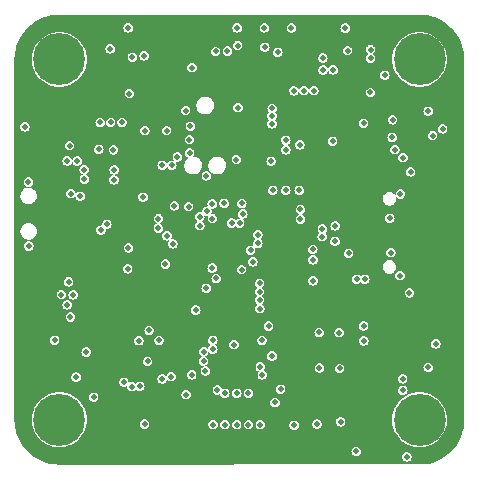
<source format=gbr>
%TF.GenerationSoftware,KiCad,Pcbnew,(6.0.4)*%
%TF.CreationDate,2023-01-18T22:00:33-06:00*%
%TF.ProjectId,Flight_Controller,466c6967-6874-45f4-936f-6e74726f6c6c,rev?*%
%TF.SameCoordinates,Original*%
%TF.FileFunction,Copper,L5,Inr*%
%TF.FilePolarity,Positive*%
%FSLAX46Y46*%
G04 Gerber Fmt 4.6, Leading zero omitted, Abs format (unit mm)*
G04 Created by KiCad (PCBNEW (6.0.4)) date 2023-01-18 22:00:33*
%MOMM*%
%LPD*%
G01*
G04 APERTURE LIST*
%TA.AperFunction,ComponentPad*%
%ADD10C,0.700000*%
%TD*%
%TA.AperFunction,ComponentPad*%
%ADD11C,4.400000*%
%TD*%
%TA.AperFunction,ViaPad*%
%ADD12C,0.508000*%
%TD*%
G04 APERTURE END LIST*
D10*
%TO.N,N/C*%
%TO.C,H3*%
X122510000Y-94110000D03*
D11*
X122510000Y-92460000D03*
D10*
X123676726Y-91293274D03*
X121343274Y-93626726D03*
X123676726Y-93626726D03*
X124160000Y-92460000D03*
X121343274Y-91293274D03*
X122510000Y-90810000D03*
X120860000Y-92460000D03*
%TD*%
%TO.N,N/C*%
%TO.C,H4*%
X121343274Y-63126726D03*
X123676726Y-60793274D03*
X121343274Y-60793274D03*
X122510000Y-60310000D03*
X122510000Y-63610000D03*
D11*
X122510000Y-61960000D03*
D10*
X124160000Y-61960000D03*
X120860000Y-61960000D03*
X123676726Y-63126726D03*
%TD*%
%TO.N,N/C*%
%TO.C,H1*%
X154176732Y-60793272D03*
X151843280Y-60793272D03*
X151843280Y-63126724D03*
X153010006Y-63609998D03*
X154660006Y-61959998D03*
X154176732Y-63126724D03*
D11*
X153010006Y-61959998D03*
D10*
X151360006Y-61959998D03*
X153010006Y-60309998D03*
%TD*%
%TO.N,N/C*%
%TO.C,H2*%
X154176726Y-93626726D03*
X153010000Y-90810000D03*
X154176726Y-91293274D03*
X154660000Y-92460000D03*
X151843274Y-91293274D03*
X153010000Y-94110000D03*
X151360000Y-92460000D03*
D11*
X153010000Y-92460000D03*
D10*
X151843274Y-93626726D03*
%TD*%
D12*
%TO.N,GND*%
X129600000Y-73625000D03*
X137300000Y-86100000D03*
X123300000Y-80775000D03*
X129750000Y-67980000D03*
X153750000Y-66330000D03*
X145690000Y-62840000D03*
X151360000Y-80260000D03*
X130120000Y-84900000D03*
X125970000Y-67290000D03*
X123690000Y-81890000D03*
X142925000Y-75475000D03*
X131600000Y-67975000D03*
X124275000Y-73525000D03*
X123380000Y-69250000D03*
X144520000Y-85070000D03*
X128440000Y-64850000D03*
X127980000Y-89280000D03*
X133550000Y-69860000D03*
X134940000Y-81320000D03*
X127150000Y-71300000D03*
X151930000Y-95610000D03*
X146250000Y-88120000D03*
X129240000Y-85770000D03*
X146330000Y-92640000D03*
X139530000Y-92880000D03*
X145874994Y-76049988D03*
X128340000Y-59280000D03*
X147000000Y-78375000D03*
X142170000Y-59270000D03*
X144540000Y-88070000D03*
X123930000Y-88850000D03*
X144840000Y-62850000D03*
X138710000Y-78100000D03*
X134400000Y-76020000D03*
X128300000Y-79690000D03*
X122120000Y-85720000D03*
X150910000Y-69590000D03*
X126860000Y-67290000D03*
X137570000Y-59270000D03*
X140225000Y-84525000D03*
X139530000Y-87980000D03*
X151390000Y-73350000D03*
X150070000Y-63280000D03*
X135530000Y-92880000D03*
X135800000Y-80500000D03*
X140520000Y-66730000D03*
X151610000Y-70260000D03*
X146200000Y-85080000D03*
X119940000Y-77750000D03*
X143980000Y-78040000D03*
X154390000Y-86040000D03*
X132030000Y-70910000D03*
X140530000Y-66110000D03*
X146920000Y-61200000D03*
X147690000Y-80570000D03*
X154120000Y-68400000D03*
X148270000Y-67360000D03*
X145850000Y-77350010D03*
X151590000Y-89960000D03*
X130950000Y-85750000D03*
X148860000Y-61860000D03*
X129730000Y-92820000D03*
X138530000Y-92880000D03*
X127140000Y-72150000D03*
X141010000Y-61340000D03*
X148860000Y-61120000D03*
X148850000Y-64750000D03*
X127820000Y-67290000D03*
X140520000Y-67410000D03*
%TO.N,+3V3*%
X142820000Y-73030000D03*
X141690000Y-68790000D03*
X142925000Y-74650000D03*
X148380000Y-80570000D03*
X135450000Y-79620000D03*
X119900000Y-72330000D03*
X133610000Y-67600000D03*
X140580000Y-73040000D03*
X141250000Y-89880000D03*
X132120000Y-77570000D03*
X139880000Y-59270000D03*
X143990000Y-78920000D03*
X141690000Y-69600000D03*
X143990000Y-80700000D03*
X140450000Y-70580000D03*
X137940000Y-79750000D03*
X146710000Y-59300000D03*
X151580000Y-88990000D03*
X137500000Y-70430000D03*
X139675000Y-85750000D03*
X141690000Y-73030000D03*
X131220000Y-70900000D03*
%TO.N,+5V*%
X134930000Y-80420000D03*
X122120000Y-86730000D03*
X121830000Y-67710000D03*
X125490000Y-85870000D03*
X147890000Y-70720000D03*
X154400000Y-87030000D03*
X153740000Y-67310000D03*
X125670000Y-63170000D03*
X144950000Y-71940000D03*
X146200000Y-74220000D03*
X129090000Y-93180000D03*
X122130000Y-84730000D03*
X147320000Y-92670000D03*
X133210000Y-91110000D03*
X130730000Y-59260000D03*
%TO.N,+BATT*%
X142380000Y-64610000D03*
X143220000Y-64600000D03*
X144060000Y-64590000D03*
%TO.N,Net-(C24-Pad1)*%
X150730000Y-67070000D03*
X145650000Y-68870000D03*
%TO.N,Net-(C25-Pad1)*%
X127100000Y-69610000D03*
%TO.N,+9V*%
X123180000Y-70550000D03*
X126810000Y-61060000D03*
X124630000Y-72100000D03*
X140770000Y-91000000D03*
X124030000Y-70560000D03*
X147644500Y-95150000D03*
X124610000Y-71290000D03*
%TO.N,NRST*%
X128370000Y-77910000D03*
X133530000Y-68740000D03*
%TO.N,ESC_TEL_RX*%
X135750000Y-61280000D03*
X123170000Y-82730000D03*
%TO.N,ADC_Current*%
X136750000Y-61250000D03*
X130900000Y-76240000D03*
%TO.N,RADIO_RX*%
X129330000Y-89630000D03*
%TO.N,RADIO_TX*%
X128640000Y-89656000D03*
%TO.N,Net-(P1-PadA5)*%
X150490000Y-75390000D03*
X152250000Y-71480000D03*
%TO.N,Net-(P1-PadB5)*%
X152160000Y-81710000D03*
X150580000Y-78316979D03*
%TO.N,VIDEO_IN*%
X124780000Y-86730000D03*
%TO.N,V_SENSE1*%
X125850000Y-69569500D03*
X132260000Y-74350000D03*
%TO.N,V_SENSE2*%
X150690000Y-68550000D03*
%TO.N,BOOT0*%
X133460000Y-74410000D03*
X123480000Y-73310000D03*
%TO.N,GPS_TX*%
X128700000Y-61760000D03*
X139310000Y-77530000D03*
%TO.N,GYRO_CS*%
X136460000Y-74140000D03*
%TO.N,GYRO_SCK*%
X137960000Y-74150000D03*
%TO.N,GYRO_MOSI*%
X137112500Y-75810000D03*
%TO.N,GYRO_MISO*%
X137780000Y-75830000D03*
%TO.N,GYRO_INT1*%
X138889994Y-79090012D03*
X130910000Y-75430000D03*
%TO.N,OSD_CS*%
X139480000Y-83050000D03*
X134076044Y-83173956D03*
%TO.N,OSD_MOSI*%
X139470000Y-80910000D03*
X133720000Y-88650000D03*
%TO.N,OSD_CLK*%
X139470000Y-82310000D03*
X131220000Y-89000000D03*
%TO.N,OSD_MISO*%
X139470000Y-81610000D03*
X131980000Y-88810000D03*
%TO.N,Flash_CS*%
X139700000Y-88650000D03*
X134880000Y-88330000D03*
%TO.N,Flash_MISO*%
X134740000Y-86690000D03*
X140520000Y-87060000D03*
%TO.N,Flash_MOSI*%
X135516000Y-86484948D03*
X148280000Y-84520000D03*
%TO.N,Flash_CLK*%
X134730000Y-87490000D03*
X148300000Y-85790000D03*
%TO.N,ADC_BATT*%
X131630000Y-76880000D03*
X144830000Y-61840000D03*
%TO.N,/Connectors/D-*%
X144778656Y-76952500D03*
%TO.N,LED_STRIP*%
X119600000Y-67660000D03*
X153740000Y-88030000D03*
X123450000Y-83760000D03*
X129980000Y-87520000D03*
X154960000Y-67830000D03*
%TO.N,DJI_TX*%
X142390000Y-92930000D03*
X137530000Y-92880000D03*
%TO.N,DJI_RX*%
X136530000Y-92870000D03*
%TO.N,DJI_SBUS*%
X135900000Y-89940000D03*
%TO.N,GPS_RX*%
X129700000Y-61650000D03*
X139310000Y-76780000D03*
%TO.N,GPS_I2C_SDA*%
X139910000Y-60920000D03*
X132500000Y-70220000D03*
%TO.N,GPS_I2C_SCL*%
X137610000Y-60780000D03*
X133210000Y-66280000D03*
%TO.N,/Connectors/D+*%
X144778656Y-76317500D03*
%TO.N,VIDEO_OUT*%
X122690000Y-81870000D03*
X144330000Y-92830000D03*
%TO.N,Motor 1*%
X138040000Y-75030000D03*
X142880000Y-69180000D03*
%TO.N,Motor 2*%
X135480000Y-75430000D03*
X137640000Y-66040000D03*
%TO.N,Motor 3*%
X135460000Y-74190000D03*
%TO.N,Motor 4*%
X134960000Y-71810000D03*
%TO.N,Motor 5*%
X133751044Y-62651044D03*
X135020000Y-74800000D03*
%TO.N,GPIO_3*%
X137540000Y-90210000D03*
X126530000Y-75910000D03*
%TO.N,GPIO_4*%
X126044000Y-76410000D03*
X138530000Y-90210000D03*
%TO.N,GPIO_1*%
X133250000Y-90330000D03*
X131500000Y-79280000D03*
%TO.N,GPIO_2*%
X136530000Y-90210000D03*
X135516000Y-85740000D03*
%TO.N,Net-(R27-Pad1)*%
X125420000Y-90550000D03*
X134400000Y-75260000D03*
%TD*%
%TA.AperFunction,Conductor*%
%TO.N,+5V*%
G36*
X152991324Y-58161444D02*
G01*
X153009641Y-58165656D01*
X153013715Y-58164734D01*
X153013718Y-58164734D01*
X153023483Y-58162524D01*
X153033491Y-58161654D01*
X153380596Y-58178707D01*
X153384220Y-58179064D01*
X153672116Y-58221768D01*
X153749442Y-58233238D01*
X153753009Y-58233948D01*
X154111177Y-58323664D01*
X154114647Y-58324717D01*
X154282702Y-58384848D01*
X154462290Y-58449106D01*
X154465653Y-58450499D01*
X154799422Y-58608360D01*
X154802633Y-58610076D01*
X155119329Y-58799896D01*
X155122356Y-58801919D01*
X155418911Y-59021860D01*
X155421726Y-59024170D01*
X155460153Y-59058998D01*
X155692959Y-59270000D01*
X155695302Y-59272124D01*
X155697871Y-59274693D01*
X155720808Y-59300000D01*
X155945830Y-59548274D01*
X155948140Y-59551089D01*
X156168081Y-59847644D01*
X156170104Y-59850671D01*
X156359924Y-60167367D01*
X156361640Y-60170578D01*
X156519501Y-60504347D01*
X156520894Y-60507710D01*
X156641041Y-60843495D01*
X156645281Y-60855346D01*
X156646336Y-60858823D01*
X156712203Y-61121780D01*
X156736052Y-61216989D01*
X156736762Y-61220560D01*
X156790936Y-61585780D01*
X156791293Y-61589403D01*
X156808326Y-61936099D01*
X156807427Y-61946234D01*
X156804344Y-61959641D01*
X156805266Y-61963716D01*
X156805266Y-61963717D01*
X156808585Y-61978383D01*
X156809500Y-61986571D01*
X156809500Y-92433010D01*
X156808556Y-92441324D01*
X156804344Y-92459641D01*
X156805266Y-92463715D01*
X156805266Y-92463718D01*
X156807476Y-92473483D01*
X156808346Y-92483491D01*
X156791293Y-92830596D01*
X156790936Y-92834220D01*
X156750186Y-93108938D01*
X156741673Y-93166335D01*
X156736762Y-93199440D01*
X156736052Y-93203009D01*
X156702614Y-93336505D01*
X156646338Y-93561170D01*
X156645283Y-93564647D01*
X156622880Y-93627259D01*
X156520894Y-93912290D01*
X156519501Y-93915653D01*
X156361640Y-94249422D01*
X156359924Y-94252633D01*
X156170104Y-94569329D01*
X156168081Y-94572356D01*
X155948140Y-94868911D01*
X155945830Y-94871726D01*
X155697876Y-95145302D01*
X155695307Y-95147871D01*
X155633431Y-95203952D01*
X155421726Y-95395830D01*
X155418911Y-95398140D01*
X155122356Y-95618081D01*
X155119329Y-95620104D01*
X154802633Y-95809924D01*
X154799422Y-95811640D01*
X154465653Y-95969501D01*
X154462290Y-95970894D01*
X154114647Y-96095283D01*
X154111177Y-96096336D01*
X153753011Y-96186052D01*
X153749442Y-96186762D01*
X153550270Y-96216305D01*
X153544907Y-96216706D01*
X144730707Y-96232490D01*
X129647724Y-96259500D01*
X122536990Y-96259500D01*
X122528676Y-96258556D01*
X122523979Y-96257476D01*
X122510359Y-96254344D01*
X122506285Y-96255266D01*
X122506282Y-96255266D01*
X122496517Y-96257476D01*
X122486509Y-96258346D01*
X122139404Y-96241293D01*
X122135780Y-96240936D01*
X121847884Y-96198232D01*
X121770558Y-96186762D01*
X121766989Y-96186052D01*
X121408823Y-96096336D01*
X121405353Y-96095283D01*
X121057710Y-95970894D01*
X121054347Y-95969501D01*
X120720578Y-95811640D01*
X120717367Y-95809924D01*
X120400671Y-95620104D01*
X120397644Y-95618081D01*
X120386748Y-95610000D01*
X151523495Y-95610000D01*
X151543391Y-95735617D01*
X151601131Y-95848938D01*
X151691062Y-95938869D01*
X151747722Y-95967739D01*
X151801780Y-95995283D01*
X151801782Y-95995284D01*
X151804383Y-95996609D01*
X151930000Y-96016505D01*
X151932885Y-96016048D01*
X152052732Y-95997066D01*
X152055617Y-95996609D01*
X152058218Y-95995284D01*
X152058220Y-95995283D01*
X152112277Y-95967739D01*
X152168938Y-95938869D01*
X152258869Y-95848938D01*
X152316609Y-95735617D01*
X152336505Y-95610000D01*
X152316609Y-95484383D01*
X152313800Y-95478869D01*
X152260195Y-95373665D01*
X152258869Y-95371062D01*
X152168938Y-95281131D01*
X152112277Y-95252261D01*
X152058220Y-95224717D01*
X152058218Y-95224716D01*
X152055617Y-95223391D01*
X151930000Y-95203495D01*
X151804383Y-95223391D01*
X151801782Y-95224716D01*
X151801780Y-95224717D01*
X151747723Y-95252261D01*
X151691062Y-95281131D01*
X151601131Y-95371062D01*
X151599805Y-95373665D01*
X151546201Y-95478869D01*
X151543391Y-95484383D01*
X151523495Y-95610000D01*
X120386748Y-95610000D01*
X120101089Y-95398140D01*
X120098274Y-95395830D01*
X119886569Y-95203952D01*
X119827042Y-95150000D01*
X147237995Y-95150000D01*
X147257891Y-95275617D01*
X147259216Y-95278218D01*
X147259217Y-95278220D01*
X147261752Y-95283195D01*
X147315631Y-95388938D01*
X147405562Y-95478869D01*
X147416384Y-95484383D01*
X147516280Y-95535283D01*
X147516282Y-95535284D01*
X147518883Y-95536609D01*
X147644500Y-95556505D01*
X147647385Y-95556048D01*
X147767232Y-95537066D01*
X147770117Y-95536609D01*
X147772718Y-95535284D01*
X147772720Y-95535283D01*
X147872616Y-95484383D01*
X147883438Y-95478869D01*
X147973369Y-95388938D01*
X148027248Y-95283195D01*
X148029783Y-95278220D01*
X148029784Y-95278218D01*
X148031109Y-95275617D01*
X148051005Y-95150000D01*
X148031109Y-95024383D01*
X147973369Y-94911062D01*
X147883438Y-94821131D01*
X147787608Y-94772303D01*
X147772720Y-94764717D01*
X147772718Y-94764716D01*
X147770117Y-94763391D01*
X147644500Y-94743495D01*
X147518883Y-94763391D01*
X147516282Y-94764716D01*
X147516280Y-94764717D01*
X147501392Y-94772303D01*
X147405562Y-94821131D01*
X147315631Y-94911062D01*
X147257891Y-95024383D01*
X147237995Y-95150000D01*
X119827042Y-95150000D01*
X119824693Y-95147871D01*
X119822124Y-95145302D01*
X119574170Y-94871726D01*
X119571860Y-94868911D01*
X119351919Y-94572356D01*
X119349896Y-94569329D01*
X119160076Y-94252633D01*
X119158360Y-94249422D01*
X119000499Y-93915653D01*
X118999106Y-93912290D01*
X118897120Y-93627259D01*
X118874717Y-93564647D01*
X118873662Y-93561170D01*
X118817387Y-93336505D01*
X118783948Y-93203009D01*
X118783238Y-93199440D01*
X118778328Y-93166335D01*
X118769814Y-93108938D01*
X118729064Y-92834220D01*
X118728707Y-92830596D01*
X118711685Y-92484106D01*
X118712598Y-92473910D01*
X118715180Y-92462769D01*
X118715180Y-92462766D01*
X118715655Y-92460718D01*
X118715656Y-92460000D01*
X120177506Y-92460000D01*
X120197461Y-92764452D01*
X120197696Y-92765633D01*
X120197697Y-92765641D01*
X120219716Y-92876335D01*
X120256984Y-93063694D01*
X120257377Y-93064851D01*
X120257377Y-93064852D01*
X120258764Y-93068938D01*
X120355057Y-93352607D01*
X120355591Y-93353690D01*
X120355594Y-93353697D01*
X120457909Y-93561170D01*
X120490001Y-93626247D01*
X120659508Y-93879932D01*
X120860678Y-94109322D01*
X121090068Y-94310492D01*
X121343753Y-94479999D01*
X121344848Y-94480539D01*
X121616303Y-94614406D01*
X121616310Y-94614409D01*
X121617393Y-94614943D01*
X121906306Y-94713016D01*
X122017219Y-94735078D01*
X122204359Y-94772303D01*
X122204367Y-94772304D01*
X122205548Y-94772539D01*
X122510000Y-94792494D01*
X122814452Y-94772539D01*
X122815633Y-94772304D01*
X122815641Y-94772303D01*
X123002781Y-94735078D01*
X123113694Y-94713016D01*
X123402607Y-94614943D01*
X123403690Y-94614409D01*
X123403697Y-94614406D01*
X123675152Y-94480539D01*
X123676247Y-94479999D01*
X123929932Y-94310492D01*
X124159322Y-94109322D01*
X124360492Y-93879932D01*
X124529999Y-93626247D01*
X124562091Y-93561170D01*
X124664406Y-93353697D01*
X124664409Y-93353690D01*
X124664943Y-93352607D01*
X124761236Y-93068938D01*
X124762623Y-93064852D01*
X124762623Y-93064851D01*
X124763016Y-93063694D01*
X124800284Y-92876335D01*
X124811490Y-92820000D01*
X129323495Y-92820000D01*
X129323952Y-92822885D01*
X129340461Y-92927115D01*
X129343391Y-92945617D01*
X129344716Y-92948218D01*
X129344717Y-92948220D01*
X129354187Y-92966805D01*
X129401131Y-93058938D01*
X129491062Y-93148869D01*
X129547722Y-93177739D01*
X129601780Y-93205283D01*
X129601782Y-93205284D01*
X129604383Y-93206609D01*
X129730000Y-93226505D01*
X129732885Y-93226048D01*
X129852732Y-93207066D01*
X129855617Y-93206609D01*
X129858218Y-93205284D01*
X129858220Y-93205283D01*
X129912278Y-93177739D01*
X129968938Y-93148869D01*
X130058869Y-93058938D01*
X130105813Y-92966805D01*
X130115283Y-92948220D01*
X130115284Y-92948218D01*
X130116609Y-92945617D01*
X130119540Y-92927115D01*
X130127002Y-92880000D01*
X135123495Y-92880000D01*
X135143391Y-93005617D01*
X135144716Y-93008218D01*
X135144717Y-93008220D01*
X135167397Y-93052732D01*
X135201131Y-93118938D01*
X135291062Y-93208869D01*
X135324778Y-93226048D01*
X135401780Y-93265283D01*
X135401782Y-93265284D01*
X135404383Y-93266609D01*
X135530000Y-93286505D01*
X135532885Y-93286048D01*
X135652732Y-93267066D01*
X135655617Y-93266609D01*
X135658218Y-93265284D01*
X135658220Y-93265283D01*
X135735222Y-93226048D01*
X135768938Y-93208869D01*
X135858869Y-93118938D01*
X135892603Y-93052732D01*
X135915283Y-93008220D01*
X135915284Y-93008218D01*
X135916609Y-93005617D01*
X135936505Y-92880000D01*
X135934921Y-92870000D01*
X136123495Y-92870000D01*
X136123952Y-92872885D01*
X136139365Y-92970195D01*
X136143391Y-92995617D01*
X136144716Y-92998218D01*
X136144717Y-92998220D01*
X136159182Y-93026609D01*
X136201131Y-93108938D01*
X136291062Y-93198869D01*
X136325879Y-93216609D01*
X136401780Y-93255283D01*
X136401782Y-93255284D01*
X136404383Y-93256609D01*
X136530000Y-93276505D01*
X136532885Y-93276048D01*
X136652732Y-93257066D01*
X136655617Y-93256609D01*
X136658218Y-93255284D01*
X136658220Y-93255283D01*
X136734121Y-93216609D01*
X136768938Y-93198869D01*
X136858869Y-93108938D01*
X136900818Y-93026609D01*
X136915283Y-92998220D01*
X136915284Y-92998218D01*
X136916609Y-92995617D01*
X136920636Y-92970195D01*
X136934921Y-92880000D01*
X137123495Y-92880000D01*
X137143391Y-93005617D01*
X137144716Y-93008218D01*
X137144717Y-93008220D01*
X137167397Y-93052732D01*
X137201131Y-93118938D01*
X137291062Y-93208869D01*
X137324778Y-93226048D01*
X137401780Y-93265283D01*
X137401782Y-93265284D01*
X137404383Y-93266609D01*
X137530000Y-93286505D01*
X137532885Y-93286048D01*
X137652732Y-93267066D01*
X137655617Y-93266609D01*
X137658218Y-93265284D01*
X137658220Y-93265283D01*
X137735222Y-93226048D01*
X137768938Y-93208869D01*
X137858869Y-93118938D01*
X137892603Y-93052732D01*
X137915283Y-93008220D01*
X137915284Y-93008218D01*
X137916609Y-93005617D01*
X137936505Y-92880000D01*
X138123495Y-92880000D01*
X138143391Y-93005617D01*
X138144716Y-93008218D01*
X138144717Y-93008220D01*
X138167397Y-93052732D01*
X138201131Y-93118938D01*
X138291062Y-93208869D01*
X138324778Y-93226048D01*
X138401780Y-93265283D01*
X138401782Y-93265284D01*
X138404383Y-93266609D01*
X138530000Y-93286505D01*
X138532885Y-93286048D01*
X138652732Y-93267066D01*
X138655617Y-93266609D01*
X138658218Y-93265284D01*
X138658220Y-93265283D01*
X138735222Y-93226048D01*
X138768938Y-93208869D01*
X138858869Y-93118938D01*
X138892603Y-93052732D01*
X138915283Y-93008220D01*
X138915284Y-93008218D01*
X138916609Y-93005617D01*
X138936505Y-92880000D01*
X139123495Y-92880000D01*
X139143391Y-93005617D01*
X139144716Y-93008218D01*
X139144717Y-93008220D01*
X139167397Y-93052732D01*
X139201131Y-93118938D01*
X139291062Y-93208869D01*
X139324778Y-93226048D01*
X139401780Y-93265283D01*
X139401782Y-93265284D01*
X139404383Y-93266609D01*
X139530000Y-93286505D01*
X139532885Y-93286048D01*
X139652732Y-93267066D01*
X139655617Y-93266609D01*
X139658218Y-93265284D01*
X139658220Y-93265283D01*
X139735222Y-93226048D01*
X139768938Y-93208869D01*
X139858869Y-93118938D01*
X139892603Y-93052732D01*
X139915283Y-93008220D01*
X139915284Y-93008218D01*
X139916609Y-93005617D01*
X139928586Y-92930000D01*
X141983495Y-92930000D01*
X141983952Y-92932885D01*
X141998587Y-93025283D01*
X142003391Y-93055617D01*
X142061131Y-93168938D01*
X142151062Y-93258869D01*
X142184778Y-93276048D01*
X142261780Y-93315283D01*
X142261782Y-93315284D01*
X142264383Y-93316609D01*
X142390000Y-93336505D01*
X142392885Y-93336048D01*
X142512732Y-93317066D01*
X142515617Y-93316609D01*
X142518218Y-93315284D01*
X142518220Y-93315283D01*
X142595222Y-93276048D01*
X142628938Y-93258869D01*
X142718869Y-93168938D01*
X142776609Y-93055617D01*
X142781414Y-93025283D01*
X142796048Y-92932885D01*
X142796505Y-92930000D01*
X142780666Y-92830000D01*
X143923495Y-92830000D01*
X143943391Y-92955617D01*
X143944716Y-92958218D01*
X143944717Y-92958220D01*
X143950143Y-92968869D01*
X144001131Y-93068938D01*
X144091062Y-93158869D01*
X144147722Y-93187739D01*
X144201780Y-93215283D01*
X144201782Y-93215284D01*
X144204383Y-93216609D01*
X144330000Y-93236505D01*
X144332885Y-93236048D01*
X144452732Y-93217066D01*
X144455617Y-93216609D01*
X144458218Y-93215284D01*
X144458220Y-93215283D01*
X144512278Y-93187739D01*
X144568938Y-93158869D01*
X144658869Y-93068938D01*
X144709857Y-92968869D01*
X144715283Y-92958220D01*
X144715284Y-92958218D01*
X144716609Y-92955617D01*
X144736505Y-92830000D01*
X144716609Y-92704383D01*
X144710188Y-92691780D01*
X144683804Y-92640000D01*
X145923495Y-92640000D01*
X145943391Y-92765617D01*
X146001131Y-92878938D01*
X146091062Y-92968869D01*
X146137896Y-92992732D01*
X146201780Y-93025283D01*
X146201782Y-93025284D01*
X146204383Y-93026609D01*
X146330000Y-93046505D01*
X146332885Y-93046048D01*
X146452732Y-93027066D01*
X146455617Y-93026609D01*
X146458218Y-93025284D01*
X146458220Y-93025283D01*
X146522104Y-92992732D01*
X146568938Y-92968869D01*
X146658869Y-92878938D01*
X146716609Y-92765617D01*
X146736505Y-92640000D01*
X146722219Y-92549805D01*
X146717066Y-92517268D01*
X146716609Y-92514383D01*
X146710909Y-92503195D01*
X146688900Y-92460000D01*
X150677506Y-92460000D01*
X150697461Y-92764452D01*
X150697696Y-92765633D01*
X150697697Y-92765641D01*
X150719716Y-92876335D01*
X150756984Y-93063694D01*
X150757377Y-93064851D01*
X150757377Y-93064852D01*
X150758764Y-93068938D01*
X150855057Y-93352607D01*
X150855591Y-93353690D01*
X150855594Y-93353697D01*
X150957909Y-93561170D01*
X150990001Y-93626247D01*
X151159508Y-93879932D01*
X151360678Y-94109322D01*
X151590068Y-94310492D01*
X151843753Y-94479999D01*
X151844848Y-94480539D01*
X152116303Y-94614406D01*
X152116310Y-94614409D01*
X152117393Y-94614943D01*
X152406306Y-94713016D01*
X152517219Y-94735078D01*
X152704359Y-94772303D01*
X152704367Y-94772304D01*
X152705548Y-94772539D01*
X153010000Y-94792494D01*
X153314452Y-94772539D01*
X153315633Y-94772304D01*
X153315641Y-94772303D01*
X153502781Y-94735078D01*
X153613694Y-94713016D01*
X153902607Y-94614943D01*
X153903690Y-94614409D01*
X153903697Y-94614406D01*
X154175152Y-94480539D01*
X154176247Y-94479999D01*
X154429932Y-94310492D01*
X154659322Y-94109322D01*
X154860492Y-93879932D01*
X155029999Y-93626247D01*
X155062091Y-93561170D01*
X155164406Y-93353697D01*
X155164409Y-93353690D01*
X155164943Y-93352607D01*
X155261236Y-93068938D01*
X155262623Y-93064852D01*
X155262623Y-93064851D01*
X155263016Y-93063694D01*
X155300284Y-92876335D01*
X155322303Y-92765641D01*
X155322304Y-92765633D01*
X155322539Y-92764452D01*
X155342494Y-92460000D01*
X155322539Y-92155548D01*
X155322304Y-92154367D01*
X155322303Y-92154359D01*
X155263254Y-91857504D01*
X155263016Y-91856306D01*
X155164943Y-91567393D01*
X155164409Y-91566310D01*
X155164406Y-91566303D01*
X155030539Y-91294848D01*
X155029999Y-91293753D01*
X154991634Y-91236335D01*
X154861161Y-91041069D01*
X154861160Y-91041067D01*
X154860492Y-91040068D01*
X154659322Y-90810678D01*
X154429932Y-90609508D01*
X154411311Y-90597066D01*
X154177259Y-90440677D01*
X154177257Y-90440676D01*
X154176247Y-90440001D01*
X154144577Y-90424383D01*
X153903697Y-90305594D01*
X153903690Y-90305591D01*
X153902607Y-90305057D01*
X153613694Y-90206984D01*
X153483074Y-90181002D01*
X153315641Y-90147697D01*
X153315633Y-90147696D01*
X153314452Y-90147461D01*
X153010000Y-90127506D01*
X152705548Y-90147461D01*
X152704367Y-90147696D01*
X152704359Y-90147697D01*
X152536926Y-90181002D01*
X152406306Y-90206984D01*
X152117393Y-90305057D01*
X152116310Y-90305591D01*
X152116303Y-90305594D01*
X151875423Y-90424383D01*
X151843753Y-90440001D01*
X151842743Y-90440676D01*
X151842741Y-90440677D01*
X151608689Y-90597066D01*
X151590068Y-90609508D01*
X151360678Y-90810678D01*
X151159508Y-91040068D01*
X151158840Y-91041067D01*
X151158839Y-91041069D01*
X151028367Y-91236335D01*
X150990001Y-91293753D01*
X150989461Y-91294848D01*
X150855594Y-91566303D01*
X150855591Y-91566310D01*
X150855057Y-91567393D01*
X150756984Y-91856306D01*
X150756746Y-91857504D01*
X150697697Y-92154359D01*
X150697696Y-92154367D01*
X150697461Y-92155548D01*
X150677506Y-92460000D01*
X146688900Y-92460000D01*
X146679458Y-92441470D01*
X146658869Y-92401062D01*
X146568938Y-92311131D01*
X146512277Y-92282261D01*
X146458220Y-92254717D01*
X146458218Y-92254716D01*
X146455617Y-92253391D01*
X146330000Y-92233495D01*
X146204383Y-92253391D01*
X146201782Y-92254716D01*
X146201780Y-92254717D01*
X146147723Y-92282261D01*
X146091062Y-92311131D01*
X146001131Y-92401062D01*
X145980542Y-92441470D01*
X145949092Y-92503195D01*
X145943391Y-92514383D01*
X145942934Y-92517268D01*
X145937781Y-92549805D01*
X145923495Y-92640000D01*
X144683804Y-92640000D01*
X144660195Y-92593665D01*
X144658869Y-92591062D01*
X144568938Y-92501131D01*
X144494620Y-92463264D01*
X144458220Y-92444717D01*
X144458218Y-92444716D01*
X144455617Y-92443391D01*
X144443489Y-92441470D01*
X144332885Y-92423952D01*
X144330000Y-92423495D01*
X144327115Y-92423952D01*
X144216512Y-92441470D01*
X144204383Y-92443391D01*
X144201782Y-92444716D01*
X144201780Y-92444717D01*
X144165380Y-92463264D01*
X144091062Y-92501131D01*
X144001131Y-92591062D01*
X143999805Y-92593665D01*
X143949813Y-92691780D01*
X143943391Y-92704383D01*
X143923495Y-92830000D01*
X142780666Y-92830000D01*
X142780209Y-92827115D01*
X142777066Y-92807268D01*
X142776609Y-92804383D01*
X142718869Y-92691062D01*
X142628938Y-92601131D01*
X142572278Y-92572261D01*
X142518220Y-92544717D01*
X142518218Y-92544716D01*
X142515617Y-92543391D01*
X142390000Y-92523495D01*
X142264383Y-92543391D01*
X142261782Y-92544716D01*
X142261780Y-92544717D01*
X142207723Y-92572261D01*
X142151062Y-92601131D01*
X142061131Y-92691062D01*
X142003391Y-92804383D01*
X142002934Y-92807268D01*
X141999791Y-92827115D01*
X141983495Y-92930000D01*
X139928586Y-92930000D01*
X139936505Y-92880000D01*
X139916609Y-92754383D01*
X139910188Y-92741780D01*
X139860195Y-92643665D01*
X139858869Y-92641062D01*
X139768938Y-92551131D01*
X139696816Y-92514383D01*
X139658220Y-92494717D01*
X139658218Y-92494716D01*
X139655617Y-92493391D01*
X139530000Y-92473495D01*
X139404383Y-92493391D01*
X139401782Y-92494716D01*
X139401780Y-92494717D01*
X139363184Y-92514383D01*
X139291062Y-92551131D01*
X139201131Y-92641062D01*
X139199805Y-92643665D01*
X139149813Y-92741780D01*
X139143391Y-92754383D01*
X139123495Y-92880000D01*
X138936505Y-92880000D01*
X138916609Y-92754383D01*
X138910188Y-92741780D01*
X138860195Y-92643665D01*
X138858869Y-92641062D01*
X138768938Y-92551131D01*
X138696816Y-92514383D01*
X138658220Y-92494717D01*
X138658218Y-92494716D01*
X138655617Y-92493391D01*
X138530000Y-92473495D01*
X138404383Y-92493391D01*
X138401782Y-92494716D01*
X138401780Y-92494717D01*
X138363184Y-92514383D01*
X138291062Y-92551131D01*
X138201131Y-92641062D01*
X138199805Y-92643665D01*
X138149813Y-92741780D01*
X138143391Y-92754383D01*
X138123495Y-92880000D01*
X137936505Y-92880000D01*
X137916609Y-92754383D01*
X137910188Y-92741780D01*
X137860195Y-92643665D01*
X137858869Y-92641062D01*
X137768938Y-92551131D01*
X137696816Y-92514383D01*
X137658220Y-92494717D01*
X137658218Y-92494716D01*
X137655617Y-92493391D01*
X137530000Y-92473495D01*
X137404383Y-92493391D01*
X137401782Y-92494716D01*
X137401780Y-92494717D01*
X137363184Y-92514383D01*
X137291062Y-92551131D01*
X137201131Y-92641062D01*
X137199805Y-92643665D01*
X137149813Y-92741780D01*
X137143391Y-92754383D01*
X137123495Y-92880000D01*
X136934921Y-92880000D01*
X136936048Y-92872885D01*
X136936505Y-92870000D01*
X136916609Y-92744383D01*
X136858869Y-92631062D01*
X136768938Y-92541131D01*
X136711333Y-92511780D01*
X136658220Y-92484717D01*
X136658218Y-92484716D01*
X136655617Y-92483391D01*
X136530000Y-92463495D01*
X136404383Y-92483391D01*
X136401782Y-92484716D01*
X136401780Y-92484717D01*
X136348667Y-92511780D01*
X136291062Y-92541131D01*
X136201131Y-92631062D01*
X136143391Y-92744383D01*
X136123495Y-92870000D01*
X135934921Y-92870000D01*
X135916609Y-92754383D01*
X135910188Y-92741780D01*
X135860195Y-92643665D01*
X135858869Y-92641062D01*
X135768938Y-92551131D01*
X135696816Y-92514383D01*
X135658220Y-92494717D01*
X135658218Y-92494716D01*
X135655617Y-92493391D01*
X135530000Y-92473495D01*
X135404383Y-92493391D01*
X135401782Y-92494716D01*
X135401780Y-92494717D01*
X135363184Y-92514383D01*
X135291062Y-92551131D01*
X135201131Y-92641062D01*
X135199805Y-92643665D01*
X135149813Y-92741780D01*
X135143391Y-92754383D01*
X135123495Y-92880000D01*
X130127002Y-92880000D01*
X130136048Y-92822885D01*
X130136505Y-92820000D01*
X130116609Y-92694383D01*
X130058869Y-92581062D01*
X129968938Y-92491131D01*
X129907840Y-92460000D01*
X129858220Y-92434717D01*
X129858218Y-92434716D01*
X129855617Y-92433391D01*
X129730000Y-92413495D01*
X129604383Y-92433391D01*
X129601782Y-92434716D01*
X129601780Y-92434717D01*
X129552160Y-92460000D01*
X129491062Y-92491131D01*
X129401131Y-92581062D01*
X129343391Y-92694383D01*
X129323495Y-92820000D01*
X124811490Y-92820000D01*
X124822303Y-92765641D01*
X124822304Y-92765633D01*
X124822539Y-92764452D01*
X124842494Y-92460000D01*
X124822539Y-92155548D01*
X124822304Y-92154367D01*
X124822303Y-92154359D01*
X124763254Y-91857504D01*
X124763016Y-91856306D01*
X124664943Y-91567393D01*
X124664409Y-91566310D01*
X124664406Y-91566303D01*
X124530539Y-91294848D01*
X124529999Y-91293753D01*
X124491634Y-91236335D01*
X124361161Y-91041069D01*
X124361160Y-91041067D01*
X124360492Y-91040068D01*
X124325353Y-91000000D01*
X140363495Y-91000000D01*
X140383391Y-91125617D01*
X140441131Y-91238938D01*
X140531062Y-91328869D01*
X140587722Y-91357739D01*
X140641780Y-91385283D01*
X140641782Y-91385284D01*
X140644383Y-91386609D01*
X140770000Y-91406505D01*
X140772885Y-91406048D01*
X140892732Y-91387066D01*
X140895617Y-91386609D01*
X140898218Y-91385284D01*
X140898220Y-91385283D01*
X140952278Y-91357739D01*
X141008938Y-91328869D01*
X141098869Y-91238938D01*
X141156609Y-91125617D01*
X141176505Y-91000000D01*
X141156609Y-90874383D01*
X141098869Y-90761062D01*
X141008938Y-90671131D01*
X140900832Y-90616048D01*
X140898220Y-90614717D01*
X140898218Y-90614716D01*
X140895617Y-90613391D01*
X140770000Y-90593495D01*
X140644383Y-90613391D01*
X140641782Y-90614716D01*
X140641780Y-90614717D01*
X140639168Y-90616048D01*
X140531062Y-90671131D01*
X140441131Y-90761062D01*
X140383391Y-90874383D01*
X140363495Y-91000000D01*
X124325353Y-91000000D01*
X124159322Y-90810678D01*
X123929932Y-90609508D01*
X123911311Y-90597066D01*
X123840872Y-90550000D01*
X125013495Y-90550000D01*
X125033391Y-90675617D01*
X125091131Y-90788938D01*
X125181062Y-90878869D01*
X125237722Y-90907739D01*
X125291780Y-90935283D01*
X125291782Y-90935284D01*
X125294383Y-90936609D01*
X125420000Y-90956505D01*
X125422885Y-90956048D01*
X125542732Y-90937066D01*
X125545617Y-90936609D01*
X125548218Y-90935284D01*
X125548220Y-90935283D01*
X125602277Y-90907739D01*
X125658938Y-90878869D01*
X125748869Y-90788938D01*
X125806609Y-90675617D01*
X125826505Y-90550000D01*
X125806609Y-90424383D01*
X125758518Y-90330000D01*
X132843495Y-90330000D01*
X132863391Y-90455617D01*
X132921131Y-90568938D01*
X133011062Y-90658869D01*
X133067722Y-90687739D01*
X133121780Y-90715283D01*
X133121782Y-90715284D01*
X133124383Y-90716609D01*
X133250000Y-90736505D01*
X133252885Y-90736048D01*
X133372732Y-90717066D01*
X133375617Y-90716609D01*
X133378218Y-90715284D01*
X133378220Y-90715283D01*
X133432278Y-90687739D01*
X133488938Y-90658869D01*
X133578869Y-90568938D01*
X133636609Y-90455617D01*
X133656505Y-90330000D01*
X133636609Y-90204383D01*
X133634887Y-90201002D01*
X133594124Y-90121002D01*
X133578869Y-90091062D01*
X133488938Y-90001131D01*
X133408214Y-89960000D01*
X133378220Y-89944717D01*
X133378218Y-89944716D01*
X133375617Y-89943391D01*
X133372423Y-89942885D01*
X133354208Y-89940000D01*
X135493495Y-89940000D01*
X135513391Y-90065617D01*
X135514716Y-90068218D01*
X135514717Y-90068220D01*
X135524423Y-90087268D01*
X135571131Y-90178938D01*
X135661062Y-90268869D01*
X135700314Y-90288869D01*
X135771780Y-90325283D01*
X135771782Y-90325284D01*
X135774383Y-90326609D01*
X135777268Y-90327066D01*
X135813042Y-90332732D01*
X135900000Y-90346505D01*
X135902885Y-90346048D01*
X136022732Y-90327066D01*
X136025617Y-90326609D01*
X136028218Y-90325284D01*
X136028220Y-90325283D01*
X136056130Y-90311062D01*
X136087779Y-90294936D01*
X136116085Y-90292708D01*
X136137677Y-90311149D01*
X136141264Y-90322188D01*
X136143391Y-90335617D01*
X136144716Y-90338218D01*
X136144717Y-90338220D01*
X136158896Y-90366048D01*
X136201131Y-90448938D01*
X136291062Y-90538869D01*
X136307246Y-90547115D01*
X136401780Y-90595283D01*
X136401782Y-90595284D01*
X136404383Y-90596609D01*
X136530000Y-90616505D01*
X136532885Y-90616048D01*
X136652732Y-90597066D01*
X136655617Y-90596609D01*
X136658218Y-90595284D01*
X136658220Y-90595283D01*
X136752754Y-90547115D01*
X136768938Y-90538869D01*
X136858869Y-90448938D01*
X136901104Y-90366048D01*
X136915283Y-90338220D01*
X136915284Y-90338218D01*
X136916609Y-90335617D01*
X136936505Y-90210000D01*
X137133495Y-90210000D01*
X137153391Y-90335617D01*
X137154716Y-90338218D01*
X137154717Y-90338220D01*
X137168896Y-90366048D01*
X137211131Y-90448938D01*
X137301062Y-90538869D01*
X137317246Y-90547115D01*
X137411780Y-90595283D01*
X137411782Y-90595284D01*
X137414383Y-90596609D01*
X137540000Y-90616505D01*
X137542885Y-90616048D01*
X137662732Y-90597066D01*
X137665617Y-90596609D01*
X137668218Y-90595284D01*
X137668220Y-90595283D01*
X137762754Y-90547115D01*
X137778938Y-90538869D01*
X137868869Y-90448938D01*
X137911104Y-90366048D01*
X137925283Y-90338220D01*
X137925284Y-90338218D01*
X137926609Y-90335617D01*
X137946505Y-90210000D01*
X138123495Y-90210000D01*
X138143391Y-90335617D01*
X138144716Y-90338218D01*
X138144717Y-90338220D01*
X138158896Y-90366048D01*
X138201131Y-90448938D01*
X138291062Y-90538869D01*
X138307246Y-90547115D01*
X138401780Y-90595283D01*
X138401782Y-90595284D01*
X138404383Y-90596609D01*
X138530000Y-90616505D01*
X138532885Y-90616048D01*
X138652732Y-90597066D01*
X138655617Y-90596609D01*
X138658218Y-90595284D01*
X138658220Y-90595283D01*
X138752754Y-90547115D01*
X138768938Y-90538869D01*
X138858869Y-90448938D01*
X138901104Y-90366048D01*
X138915283Y-90338220D01*
X138915284Y-90338218D01*
X138916609Y-90335617D01*
X138936505Y-90210000D01*
X138916609Y-90084383D01*
X138894649Y-90041283D01*
X138876476Y-90005617D01*
X138858869Y-89971062D01*
X138768938Y-89881131D01*
X138766718Y-89880000D01*
X140843495Y-89880000D01*
X140863391Y-90005617D01*
X140864716Y-90008218D01*
X140864717Y-90008220D01*
X140878896Y-90036048D01*
X140921131Y-90118938D01*
X141011062Y-90208869D01*
X141067723Y-90237739D01*
X141121780Y-90265283D01*
X141121782Y-90265284D01*
X141124383Y-90266609D01*
X141250000Y-90286505D01*
X141252885Y-90286048D01*
X141372732Y-90267066D01*
X141375617Y-90266609D01*
X141378218Y-90265284D01*
X141378220Y-90265283D01*
X141432277Y-90237739D01*
X141488938Y-90208869D01*
X141578869Y-90118938D01*
X141621104Y-90036048D01*
X141635283Y-90008220D01*
X141635284Y-90008218D01*
X141636609Y-90005617D01*
X141643834Y-89960000D01*
X151183495Y-89960000D01*
X151190720Y-90005617D01*
X151196652Y-90043066D01*
X151203391Y-90085617D01*
X151204716Y-90088218D01*
X151204717Y-90088220D01*
X151224775Y-90127585D01*
X151261131Y-90198938D01*
X151351062Y-90288869D01*
X151394618Y-90311062D01*
X151461780Y-90345283D01*
X151461782Y-90345284D01*
X151464383Y-90346609D01*
X151590000Y-90366505D01*
X151592885Y-90366048D01*
X151712732Y-90347066D01*
X151715617Y-90346609D01*
X151718218Y-90345284D01*
X151718220Y-90345283D01*
X151785382Y-90311062D01*
X151828938Y-90288869D01*
X151918869Y-90198938D01*
X151955225Y-90127585D01*
X151975283Y-90088220D01*
X151975284Y-90088218D01*
X151976609Y-90085617D01*
X151983349Y-90043066D01*
X151989280Y-90005617D01*
X151996505Y-89960000D01*
X151981670Y-89866335D01*
X151977066Y-89837268D01*
X151976609Y-89834383D01*
X151971009Y-89823391D01*
X151935006Y-89752732D01*
X151918869Y-89721062D01*
X151828938Y-89631131D01*
X151733893Y-89582703D01*
X151718220Y-89574717D01*
X151718218Y-89574716D01*
X151715617Y-89573391D01*
X151590000Y-89553495D01*
X151464383Y-89573391D01*
X151461782Y-89574716D01*
X151461780Y-89574717D01*
X151446107Y-89582703D01*
X151351062Y-89631131D01*
X151261131Y-89721062D01*
X151244994Y-89752732D01*
X151208992Y-89823391D01*
X151203391Y-89834383D01*
X151202934Y-89837268D01*
X151198330Y-89866335D01*
X151183495Y-89960000D01*
X141643834Y-89960000D01*
X141656505Y-89880000D01*
X141641335Y-89784220D01*
X141637066Y-89757268D01*
X141636609Y-89754383D01*
X141620958Y-89723665D01*
X141602023Y-89686505D01*
X141578869Y-89641062D01*
X141488938Y-89551131D01*
X141397190Y-89504383D01*
X141378220Y-89494717D01*
X141378218Y-89494716D01*
X141375617Y-89493391D01*
X141250000Y-89473495D01*
X141124383Y-89493391D01*
X141121782Y-89494716D01*
X141121780Y-89494717D01*
X141102810Y-89504383D01*
X141011062Y-89551131D01*
X140921131Y-89641062D01*
X140897977Y-89686505D01*
X140879043Y-89723665D01*
X140863391Y-89754383D01*
X140862934Y-89757268D01*
X140858665Y-89784220D01*
X140843495Y-89880000D01*
X138766718Y-89880000D01*
X138677190Y-89834383D01*
X138658220Y-89824717D01*
X138658218Y-89824716D01*
X138655617Y-89823391D01*
X138530000Y-89803495D01*
X138404383Y-89823391D01*
X138401782Y-89824716D01*
X138401780Y-89824717D01*
X138382810Y-89834383D01*
X138291062Y-89881131D01*
X138201131Y-89971062D01*
X138183524Y-90005617D01*
X138165352Y-90041283D01*
X138143391Y-90084383D01*
X138123495Y-90210000D01*
X137946505Y-90210000D01*
X137926609Y-90084383D01*
X137904649Y-90041283D01*
X137886476Y-90005617D01*
X137868869Y-89971062D01*
X137778938Y-89881131D01*
X137687190Y-89834383D01*
X137668220Y-89824717D01*
X137668218Y-89824716D01*
X137665617Y-89823391D01*
X137540000Y-89803495D01*
X137414383Y-89823391D01*
X137411782Y-89824716D01*
X137411780Y-89824717D01*
X137392810Y-89834383D01*
X137301062Y-89881131D01*
X137211131Y-89971062D01*
X137193524Y-90005617D01*
X137175352Y-90041283D01*
X137153391Y-90084383D01*
X137133495Y-90210000D01*
X136936505Y-90210000D01*
X136916609Y-90084383D01*
X136894649Y-90041283D01*
X136876476Y-90005617D01*
X136858869Y-89971062D01*
X136768938Y-89881131D01*
X136677190Y-89834383D01*
X136658220Y-89824717D01*
X136658218Y-89824716D01*
X136655617Y-89823391D01*
X136530000Y-89803495D01*
X136404383Y-89823391D01*
X136401782Y-89824716D01*
X136401780Y-89824717D01*
X136382810Y-89834383D01*
X136342221Y-89855064D01*
X136313915Y-89857292D01*
X136292323Y-89838851D01*
X136288736Y-89827812D01*
X136287066Y-89817268D01*
X136286609Y-89814383D01*
X136281062Y-89803495D01*
X136240386Y-89723665D01*
X136228869Y-89701062D01*
X136138938Y-89611131D01*
X136063972Y-89572934D01*
X136028220Y-89554717D01*
X136028218Y-89554716D01*
X136025617Y-89553391D01*
X135900000Y-89533495D01*
X135774383Y-89553391D01*
X135771782Y-89554716D01*
X135771780Y-89554717D01*
X135736028Y-89572934D01*
X135661062Y-89611131D01*
X135571131Y-89701062D01*
X135559614Y-89723665D01*
X135518939Y-89803495D01*
X135513391Y-89814383D01*
X135493495Y-89940000D01*
X133354208Y-89940000D01*
X133252885Y-89923952D01*
X133250000Y-89923495D01*
X133247115Y-89923952D01*
X133127578Y-89942885D01*
X133124383Y-89943391D01*
X133121782Y-89944716D01*
X133121780Y-89944717D01*
X133091786Y-89960000D01*
X133011062Y-90001131D01*
X132921131Y-90091062D01*
X132905876Y-90121002D01*
X132865114Y-90201002D01*
X132863391Y-90204383D01*
X132843495Y-90330000D01*
X125758518Y-90330000D01*
X125748869Y-90311062D01*
X125658938Y-90221131D01*
X125602277Y-90192261D01*
X125548220Y-90164717D01*
X125548218Y-90164716D01*
X125545617Y-90163391D01*
X125420000Y-90143495D01*
X125294383Y-90163391D01*
X125291782Y-90164716D01*
X125291780Y-90164717D01*
X125237723Y-90192261D01*
X125181062Y-90221131D01*
X125091131Y-90311062D01*
X125033391Y-90424383D01*
X125013495Y-90550000D01*
X123840872Y-90550000D01*
X123677259Y-90440677D01*
X123677257Y-90440676D01*
X123676247Y-90440001D01*
X123644577Y-90424383D01*
X123403697Y-90305594D01*
X123403690Y-90305591D01*
X123402607Y-90305057D01*
X123113694Y-90206984D01*
X122983074Y-90181002D01*
X122815641Y-90147697D01*
X122815633Y-90147696D01*
X122814452Y-90147461D01*
X122510000Y-90127506D01*
X122205548Y-90147461D01*
X122204367Y-90147696D01*
X122204359Y-90147697D01*
X122036926Y-90181002D01*
X121906306Y-90206984D01*
X121617393Y-90305057D01*
X121616310Y-90305591D01*
X121616303Y-90305594D01*
X121375423Y-90424383D01*
X121343753Y-90440001D01*
X121342743Y-90440676D01*
X121342741Y-90440677D01*
X121108689Y-90597066D01*
X121090068Y-90609508D01*
X120860678Y-90810678D01*
X120659508Y-91040068D01*
X120658840Y-91041067D01*
X120658839Y-91041069D01*
X120528367Y-91236335D01*
X120490001Y-91293753D01*
X120489461Y-91294848D01*
X120355594Y-91566303D01*
X120355591Y-91566310D01*
X120355057Y-91567393D01*
X120256984Y-91856306D01*
X120256746Y-91857504D01*
X120197697Y-92154359D01*
X120197696Y-92154367D01*
X120197461Y-92155548D01*
X120177506Y-92460000D01*
X118715656Y-92460000D01*
X118711429Y-92441469D01*
X118710500Y-92433219D01*
X118710500Y-89280000D01*
X127573495Y-89280000D01*
X127573952Y-89282885D01*
X127588587Y-89375283D01*
X127593391Y-89405617D01*
X127594716Y-89408218D01*
X127594717Y-89408220D01*
X127608730Y-89435721D01*
X127651131Y-89518938D01*
X127741062Y-89608869D01*
X127797723Y-89637739D01*
X127851780Y-89665283D01*
X127851782Y-89665284D01*
X127854383Y-89666609D01*
X127980000Y-89686505D01*
X127982885Y-89686048D01*
X128102732Y-89667066D01*
X128105617Y-89666609D01*
X128108218Y-89665284D01*
X128108220Y-89665283D01*
X128155756Y-89641062D01*
X128180010Y-89628704D01*
X128208316Y-89626476D01*
X128229908Y-89644917D01*
X128232603Y-89656141D01*
X128233495Y-89656000D01*
X128249078Y-89754383D01*
X128253391Y-89781617D01*
X128254716Y-89784218D01*
X128254717Y-89784220D01*
X128278950Y-89831780D01*
X128311131Y-89894938D01*
X128401062Y-89984869D01*
X128430376Y-89999805D01*
X128511780Y-90041283D01*
X128511782Y-90041284D01*
X128514383Y-90042609D01*
X128640000Y-90062505D01*
X128642885Y-90062048D01*
X128762732Y-90043066D01*
X128765617Y-90042609D01*
X128768218Y-90041284D01*
X128768220Y-90041283D01*
X128849624Y-89999805D01*
X128878938Y-89984869D01*
X128968869Y-89894938D01*
X128969024Y-89895093D01*
X128991735Y-89881173D01*
X129019346Y-89887800D01*
X129023775Y-89891582D01*
X129091062Y-89958869D01*
X129114992Y-89971062D01*
X129201780Y-90015283D01*
X129201782Y-90015284D01*
X129204383Y-90016609D01*
X129330000Y-90036505D01*
X129332885Y-90036048D01*
X129452732Y-90017066D01*
X129455617Y-90016609D01*
X129458218Y-90015284D01*
X129458220Y-90015283D01*
X129545008Y-89971062D01*
X129568938Y-89958869D01*
X129658869Y-89868938D01*
X129716609Y-89755617D01*
X129736505Y-89630000D01*
X129716609Y-89504383D01*
X129711009Y-89493391D01*
X129667611Y-89408220D01*
X129658869Y-89391062D01*
X129568938Y-89301131D01*
X129467597Y-89249495D01*
X129458220Y-89244717D01*
X129458218Y-89244716D01*
X129455617Y-89243391D01*
X129330000Y-89223495D01*
X129204383Y-89243391D01*
X129201782Y-89244716D01*
X129201780Y-89244717D01*
X129192403Y-89249495D01*
X129091062Y-89301131D01*
X129001131Y-89391062D01*
X129000976Y-89390907D01*
X128978265Y-89404827D01*
X128950654Y-89398200D01*
X128946225Y-89394418D01*
X128878938Y-89327131D01*
X128808190Y-89291083D01*
X128768220Y-89270717D01*
X128768218Y-89270716D01*
X128765617Y-89269391D01*
X128640000Y-89249495D01*
X128514383Y-89269391D01*
X128511782Y-89270716D01*
X128511780Y-89270717D01*
X128478304Y-89287774D01*
X128439990Y-89307296D01*
X128411684Y-89309524D01*
X128390092Y-89291083D01*
X128387397Y-89279859D01*
X128386505Y-89280000D01*
X128367066Y-89157268D01*
X128366609Y-89154383D01*
X128350482Y-89122731D01*
X128322948Y-89068694D01*
X128308869Y-89041062D01*
X128267807Y-89000000D01*
X130813495Y-89000000D01*
X130833391Y-89125617D01*
X130834716Y-89128218D01*
X130834717Y-89128220D01*
X130840143Y-89138869D01*
X130891131Y-89238938D01*
X130981062Y-89328869D01*
X131029005Y-89353297D01*
X131091780Y-89385283D01*
X131091782Y-89385284D01*
X131094383Y-89386609D01*
X131097268Y-89387066D01*
X131153978Y-89396048D01*
X131220000Y-89406505D01*
X131222885Y-89406048D01*
X131225607Y-89405617D01*
X131286022Y-89396048D01*
X131342732Y-89387066D01*
X131345617Y-89386609D01*
X131348218Y-89385284D01*
X131348220Y-89385283D01*
X131410995Y-89353297D01*
X131458938Y-89328869D01*
X131548869Y-89238938D01*
X131599857Y-89138869D01*
X131605283Y-89128220D01*
X131605284Y-89128218D01*
X131606609Y-89125617D01*
X131611790Y-89092905D01*
X131626626Y-89068694D01*
X131654236Y-89062065D01*
X131674667Y-89072474D01*
X131741062Y-89138869D01*
X131771510Y-89154383D01*
X131851780Y-89195283D01*
X131851782Y-89195284D01*
X131854383Y-89196609D01*
X131980000Y-89216505D01*
X131982885Y-89216048D01*
X132102732Y-89197066D01*
X132105617Y-89196609D01*
X132108218Y-89195284D01*
X132108220Y-89195283D01*
X132188490Y-89154383D01*
X132218938Y-89138869D01*
X132308869Y-89048938D01*
X132366609Y-88935617D01*
X132386505Y-88810000D01*
X132366609Y-88684383D01*
X132360909Y-88673195D01*
X132349090Y-88650000D01*
X133313495Y-88650000D01*
X133333391Y-88775617D01*
X133391131Y-88888938D01*
X133481062Y-88978869D01*
X133497246Y-88987115D01*
X133591780Y-89035283D01*
X133591782Y-89035284D01*
X133594383Y-89036609D01*
X133720000Y-89056505D01*
X133722885Y-89056048D01*
X133842732Y-89037066D01*
X133845617Y-89036609D01*
X133848218Y-89035284D01*
X133848220Y-89035283D01*
X133942754Y-88987115D01*
X133958938Y-88978869D01*
X134048869Y-88888938D01*
X134106609Y-88775617D01*
X134126505Y-88650000D01*
X134106609Y-88524383D01*
X134104277Y-88519805D01*
X134061600Y-88436048D01*
X134048869Y-88411062D01*
X133958938Y-88321131D01*
X133883696Y-88282793D01*
X133848220Y-88264717D01*
X133848218Y-88264716D01*
X133845617Y-88263391D01*
X133835945Y-88261859D01*
X133749832Y-88248220D01*
X133720000Y-88243495D01*
X133690168Y-88248220D01*
X133604056Y-88261859D01*
X133594383Y-88263391D01*
X133591782Y-88264716D01*
X133591780Y-88264717D01*
X133556304Y-88282793D01*
X133481062Y-88321131D01*
X133391131Y-88411062D01*
X133378400Y-88436048D01*
X133335724Y-88519805D01*
X133333391Y-88524383D01*
X133313495Y-88650000D01*
X132349090Y-88650000D01*
X132325341Y-88603391D01*
X132308869Y-88571062D01*
X132218938Y-88481131D01*
X132130458Y-88436048D01*
X132108220Y-88424717D01*
X132108218Y-88424716D01*
X132105617Y-88423391D01*
X131980000Y-88403495D01*
X131854383Y-88423391D01*
X131851782Y-88424716D01*
X131851780Y-88424717D01*
X131829542Y-88436048D01*
X131741062Y-88481131D01*
X131651131Y-88571062D01*
X131634659Y-88603391D01*
X131599092Y-88673195D01*
X131593391Y-88684383D01*
X131588215Y-88717066D01*
X131588210Y-88717095D01*
X131573374Y-88741306D01*
X131545764Y-88747935D01*
X131525333Y-88737526D01*
X131458938Y-88671131D01*
X131402277Y-88642261D01*
X131348220Y-88614717D01*
X131348218Y-88614716D01*
X131345617Y-88613391D01*
X131330913Y-88611062D01*
X131222885Y-88593952D01*
X131220000Y-88593495D01*
X131217115Y-88593952D01*
X131109088Y-88611062D01*
X131094383Y-88613391D01*
X131091782Y-88614716D01*
X131091780Y-88614717D01*
X131037723Y-88642261D01*
X130981062Y-88671131D01*
X130891131Y-88761062D01*
X130889805Y-88763665D01*
X130839813Y-88861780D01*
X130833391Y-88874383D01*
X130813495Y-89000000D01*
X128267807Y-89000000D01*
X128218938Y-88951131D01*
X128162278Y-88922261D01*
X128108220Y-88894717D01*
X128108218Y-88894716D01*
X128105617Y-88893391D01*
X127980000Y-88873495D01*
X127854383Y-88893391D01*
X127851782Y-88894716D01*
X127851780Y-88894717D01*
X127797722Y-88922261D01*
X127741062Y-88951131D01*
X127651131Y-89041062D01*
X127637052Y-89068694D01*
X127609519Y-89122731D01*
X127593391Y-89154383D01*
X127573495Y-89280000D01*
X118710500Y-89280000D01*
X118710500Y-88850000D01*
X123523495Y-88850000D01*
X123543391Y-88975617D01*
X123544716Y-88978218D01*
X123544717Y-88978220D01*
X123552189Y-88992885D01*
X123601131Y-89088938D01*
X123691062Y-89178869D01*
X123725879Y-89196609D01*
X123801780Y-89235283D01*
X123801782Y-89235284D01*
X123804383Y-89236609D01*
X123807268Y-89237066D01*
X123832119Y-89241002D01*
X123930000Y-89256505D01*
X123932885Y-89256048D01*
X123971374Y-89249952D01*
X124027881Y-89241002D01*
X124052732Y-89237066D01*
X124055617Y-89236609D01*
X124058218Y-89235284D01*
X124058220Y-89235283D01*
X124134121Y-89196609D01*
X124168938Y-89178869D01*
X124258869Y-89088938D01*
X124307811Y-88992885D01*
X124315283Y-88978220D01*
X124315284Y-88978218D01*
X124316609Y-88975617D01*
X124336505Y-88850000D01*
X124316609Y-88724383D01*
X124311973Y-88715283D01*
X124260195Y-88613665D01*
X124258869Y-88611062D01*
X124168938Y-88521131D01*
X124112278Y-88492261D01*
X124058220Y-88464717D01*
X124058218Y-88464716D01*
X124055617Y-88463391D01*
X124006535Y-88455617D01*
X123932885Y-88443952D01*
X123930000Y-88443495D01*
X123927115Y-88443952D01*
X123853466Y-88455617D01*
X123804383Y-88463391D01*
X123801782Y-88464716D01*
X123801780Y-88464717D01*
X123747723Y-88492261D01*
X123691062Y-88521131D01*
X123601131Y-88611062D01*
X123599805Y-88613665D01*
X123548028Y-88715283D01*
X123543391Y-88724383D01*
X123523495Y-88850000D01*
X118710500Y-88850000D01*
X118710500Y-87520000D01*
X129573495Y-87520000D01*
X129593391Y-87645617D01*
X129594716Y-87648218D01*
X129594717Y-87648220D01*
X129597252Y-87653195D01*
X129651131Y-87758938D01*
X129741062Y-87848869D01*
X129751884Y-87854383D01*
X129851780Y-87905283D01*
X129851782Y-87905284D01*
X129854383Y-87906609D01*
X129857268Y-87907066D01*
X129860286Y-87907544D01*
X129980000Y-87926505D01*
X129982885Y-87926048D01*
X130102732Y-87907066D01*
X130105617Y-87906609D01*
X130108218Y-87905284D01*
X130108220Y-87905283D01*
X130208116Y-87854383D01*
X130218938Y-87848869D01*
X130308869Y-87758938D01*
X130362748Y-87653195D01*
X130365283Y-87648220D01*
X130365284Y-87648218D01*
X130366609Y-87645617D01*
X130386505Y-87520000D01*
X130381753Y-87490000D01*
X134323495Y-87490000D01*
X134343391Y-87615617D01*
X134344716Y-87618218D01*
X134344717Y-87618220D01*
X134358218Y-87644717D01*
X134401131Y-87728938D01*
X134491062Y-87818869D01*
X134514992Y-87831062D01*
X134601780Y-87875283D01*
X134601782Y-87875284D01*
X134604383Y-87876609D01*
X134607268Y-87877066D01*
X134706024Y-87892708D01*
X134730235Y-87907544D01*
X134736863Y-87935155D01*
X134722027Y-87959366D01*
X134717068Y-87962404D01*
X134641062Y-88001131D01*
X134551131Y-88091062D01*
X134549805Y-88093665D01*
X134497858Y-88195617D01*
X134493391Y-88204383D01*
X134473495Y-88330000D01*
X134493391Y-88455617D01*
X134494716Y-88458218D01*
X134494717Y-88458220D01*
X134503801Y-88476048D01*
X134551131Y-88568938D01*
X134641062Y-88658869D01*
X134686027Y-88681780D01*
X134751780Y-88715283D01*
X134751782Y-88715284D01*
X134754383Y-88716609D01*
X134757268Y-88717066D01*
X134817191Y-88726557D01*
X134880000Y-88736505D01*
X134882885Y-88736048D01*
X135002732Y-88717066D01*
X135005617Y-88716609D01*
X135008218Y-88715284D01*
X135008220Y-88715283D01*
X135073973Y-88681780D01*
X135118938Y-88658869D01*
X135208869Y-88568938D01*
X135256199Y-88476048D01*
X135265283Y-88458220D01*
X135265284Y-88458218D01*
X135266609Y-88455617D01*
X135286505Y-88330000D01*
X135266609Y-88204383D01*
X135262143Y-88195617D01*
X135210195Y-88093665D01*
X135208869Y-88091062D01*
X135118938Y-88001131D01*
X135077466Y-87980000D01*
X139123495Y-87980000D01*
X139143391Y-88105617D01*
X139144716Y-88108218D01*
X139144717Y-88108220D01*
X139152189Y-88122885D01*
X139201131Y-88218938D01*
X139291062Y-88308869D01*
X139366305Y-88347207D01*
X139384746Y-88368798D01*
X139382518Y-88397106D01*
X139375696Y-88406497D01*
X139371131Y-88411062D01*
X139358400Y-88436048D01*
X139315724Y-88519805D01*
X139313391Y-88524383D01*
X139293495Y-88650000D01*
X139313391Y-88775617D01*
X139371131Y-88888938D01*
X139461062Y-88978869D01*
X139477246Y-88987115D01*
X139571780Y-89035283D01*
X139571782Y-89035284D01*
X139574383Y-89036609D01*
X139700000Y-89056505D01*
X139702885Y-89056048D01*
X139822732Y-89037066D01*
X139825617Y-89036609D01*
X139828218Y-89035284D01*
X139828220Y-89035283D01*
X139917092Y-88990000D01*
X151173495Y-88990000D01*
X151193391Y-89115617D01*
X151194716Y-89118218D01*
X151194717Y-89118220D01*
X151204187Y-89136805D01*
X151251131Y-89228938D01*
X151341062Y-89318869D01*
X151360688Y-89328869D01*
X151451780Y-89375283D01*
X151451782Y-89375284D01*
X151454383Y-89376609D01*
X151580000Y-89396505D01*
X151582885Y-89396048D01*
X151593177Y-89394418D01*
X151705617Y-89376609D01*
X151708218Y-89375284D01*
X151708220Y-89375283D01*
X151799312Y-89328869D01*
X151818938Y-89318869D01*
X151908869Y-89228938D01*
X151955813Y-89136805D01*
X151965283Y-89118220D01*
X151965284Y-89118218D01*
X151966609Y-89115617D01*
X151986505Y-88990000D01*
X151976557Y-88927191D01*
X151967066Y-88867268D01*
X151966609Y-88864383D01*
X151960751Y-88852885D01*
X151919910Y-88772732D01*
X151908869Y-88751062D01*
X151818938Y-88661131D01*
X151725243Y-88613391D01*
X151708220Y-88604717D01*
X151708218Y-88604716D01*
X151705617Y-88603391D01*
X151580000Y-88583495D01*
X151454383Y-88603391D01*
X151451782Y-88604716D01*
X151451780Y-88604717D01*
X151434757Y-88613391D01*
X151341062Y-88661131D01*
X151251131Y-88751062D01*
X151240090Y-88772732D01*
X151199250Y-88852885D01*
X151193391Y-88864383D01*
X151192934Y-88867268D01*
X151183443Y-88927191D01*
X151173495Y-88990000D01*
X139917092Y-88990000D01*
X139922754Y-88987115D01*
X139938938Y-88978869D01*
X140028869Y-88888938D01*
X140086609Y-88775617D01*
X140106505Y-88650000D01*
X140086609Y-88524383D01*
X140084277Y-88519805D01*
X140041600Y-88436048D01*
X140028869Y-88411062D01*
X139938938Y-88321131D01*
X139863695Y-88282793D01*
X139845254Y-88261202D01*
X139847482Y-88232894D01*
X139854304Y-88223503D01*
X139858869Y-88218938D01*
X139907811Y-88122885D01*
X139915283Y-88108220D01*
X139915284Y-88108218D01*
X139916609Y-88105617D01*
X139922250Y-88070000D01*
X144133495Y-88070000D01*
X144153391Y-88195617D01*
X144154716Y-88198218D01*
X144154717Y-88198220D01*
X144177397Y-88242732D01*
X144211131Y-88308938D01*
X144301062Y-88398869D01*
X144357723Y-88427739D01*
X144411780Y-88455283D01*
X144411782Y-88455284D01*
X144414383Y-88456609D01*
X144540000Y-88476505D01*
X144542885Y-88476048D01*
X144662732Y-88457066D01*
X144665617Y-88456609D01*
X144668218Y-88455284D01*
X144668220Y-88455283D01*
X144722278Y-88427739D01*
X144778938Y-88398869D01*
X144868869Y-88308938D01*
X144902603Y-88242732D01*
X144925283Y-88198220D01*
X144925284Y-88198218D01*
X144926609Y-88195617D01*
X144938586Y-88120000D01*
X145843495Y-88120000D01*
X145863391Y-88245617D01*
X145864716Y-88248218D01*
X145864717Y-88248220D01*
X145876325Y-88271002D01*
X145921131Y-88358938D01*
X146011062Y-88448869D01*
X146064404Y-88476048D01*
X146121780Y-88505283D01*
X146121782Y-88505284D01*
X146124383Y-88506609D01*
X146250000Y-88526505D01*
X146252885Y-88526048D01*
X146263398Y-88524383D01*
X146375617Y-88506609D01*
X146378218Y-88505284D01*
X146378220Y-88505283D01*
X146435596Y-88476048D01*
X146488938Y-88448869D01*
X146578869Y-88358938D01*
X146623675Y-88271002D01*
X146635283Y-88248220D01*
X146635284Y-88248218D01*
X146636609Y-88245617D01*
X146656505Y-88120000D01*
X146642250Y-88030000D01*
X153333495Y-88030000D01*
X153353391Y-88155617D01*
X153411131Y-88268938D01*
X153501062Y-88358869D01*
X153520549Y-88368798D01*
X153611780Y-88415283D01*
X153611782Y-88415284D01*
X153614383Y-88416609D01*
X153740000Y-88436505D01*
X153742885Y-88436048D01*
X153862732Y-88417066D01*
X153865617Y-88416609D01*
X153868218Y-88415284D01*
X153868220Y-88415283D01*
X153959451Y-88368798D01*
X153978938Y-88358869D01*
X154068869Y-88268938D01*
X154126609Y-88155617D01*
X154146505Y-88030000D01*
X154131483Y-87935155D01*
X154127066Y-87907268D01*
X154126609Y-87904383D01*
X154120661Y-87892708D01*
X154070195Y-87793665D01*
X154068869Y-87791062D01*
X153978938Y-87701131D01*
X153905073Y-87663495D01*
X153868220Y-87644717D01*
X153868218Y-87644716D01*
X153865617Y-87643391D01*
X153861457Y-87642732D01*
X153742885Y-87623952D01*
X153740000Y-87623495D01*
X153737115Y-87623952D01*
X153618544Y-87642732D01*
X153614383Y-87643391D01*
X153611782Y-87644716D01*
X153611780Y-87644717D01*
X153574927Y-87663495D01*
X153501062Y-87701131D01*
X153411131Y-87791062D01*
X153409805Y-87793665D01*
X153359340Y-87892708D01*
X153353391Y-87904383D01*
X153352934Y-87907268D01*
X153348517Y-87935155D01*
X153333495Y-88030000D01*
X146642250Y-88030000D01*
X146636609Y-87994383D01*
X146630751Y-87982885D01*
X146602023Y-87926505D01*
X146578869Y-87881062D01*
X146488938Y-87791131D01*
X146395781Y-87743665D01*
X146378220Y-87734717D01*
X146378218Y-87734716D01*
X146375617Y-87733391D01*
X146250000Y-87713495D01*
X146124383Y-87733391D01*
X146121782Y-87734716D01*
X146121780Y-87734717D01*
X146104219Y-87743665D01*
X146011062Y-87791131D01*
X145921131Y-87881062D01*
X145897977Y-87926505D01*
X145869250Y-87982885D01*
X145863391Y-87994383D01*
X145843495Y-88120000D01*
X144938586Y-88120000D01*
X144946505Y-88070000D01*
X144926609Y-87944383D01*
X144868869Y-87831062D01*
X144778938Y-87741131D01*
X144722278Y-87712261D01*
X144668220Y-87684717D01*
X144668218Y-87684716D01*
X144665617Y-87683391D01*
X144540000Y-87663495D01*
X144414383Y-87683391D01*
X144411782Y-87684716D01*
X144411780Y-87684717D01*
X144357722Y-87712261D01*
X144301062Y-87741131D01*
X144211131Y-87831062D01*
X144153391Y-87944383D01*
X144133495Y-88070000D01*
X139922250Y-88070000D01*
X139936505Y-87980000D01*
X139916609Y-87854383D01*
X139913800Y-87848869D01*
X139860195Y-87743665D01*
X139858869Y-87741062D01*
X139768938Y-87651131D01*
X139693576Y-87612732D01*
X139658220Y-87594717D01*
X139658218Y-87594716D01*
X139655617Y-87593391D01*
X139530000Y-87573495D01*
X139404383Y-87593391D01*
X139401782Y-87594716D01*
X139401780Y-87594717D01*
X139366424Y-87612732D01*
X139291062Y-87651131D01*
X139201131Y-87741062D01*
X139199805Y-87743665D01*
X139146201Y-87848869D01*
X139143391Y-87854383D01*
X139123495Y-87980000D01*
X135077466Y-87980000D01*
X135036970Y-87959366D01*
X135008220Y-87944717D01*
X135008218Y-87944716D01*
X135005617Y-87943391D01*
X134995446Y-87941780D01*
X134903976Y-87927292D01*
X134879765Y-87912456D01*
X134873137Y-87884845D01*
X134887973Y-87860634D01*
X134892932Y-87857596D01*
X134968938Y-87818869D01*
X135058869Y-87728938D01*
X135101782Y-87644717D01*
X135115283Y-87618220D01*
X135115284Y-87618218D01*
X135116609Y-87615617D01*
X135136505Y-87490000D01*
X135116609Y-87364383D01*
X135058869Y-87251062D01*
X134968938Y-87161131D01*
X134899212Y-87125604D01*
X134880771Y-87104013D01*
X134882999Y-87075705D01*
X134898704Y-87060000D01*
X140113495Y-87060000D01*
X140133391Y-87185617D01*
X140134716Y-87188218D01*
X140134717Y-87188220D01*
X140137252Y-87193195D01*
X140191131Y-87298938D01*
X140281062Y-87388869D01*
X140291884Y-87394383D01*
X140391780Y-87445283D01*
X140391782Y-87445284D01*
X140394383Y-87446609D01*
X140520000Y-87466505D01*
X140522885Y-87466048D01*
X140642732Y-87447066D01*
X140645617Y-87446609D01*
X140648218Y-87445284D01*
X140648220Y-87445283D01*
X140748116Y-87394383D01*
X140758938Y-87388869D01*
X140848869Y-87298938D01*
X140902748Y-87193195D01*
X140905283Y-87188220D01*
X140905284Y-87188218D01*
X140906609Y-87185617D01*
X140926505Y-87060000D01*
X140906609Y-86934383D01*
X140904887Y-86931002D01*
X140874830Y-86872014D01*
X140848869Y-86821062D01*
X140758938Y-86731131D01*
X140672552Y-86687115D01*
X140648220Y-86674717D01*
X140648218Y-86674716D01*
X140645617Y-86673391D01*
X140520000Y-86653495D01*
X140394383Y-86673391D01*
X140391782Y-86674716D01*
X140391780Y-86674717D01*
X140367448Y-86687115D01*
X140281062Y-86731131D01*
X140191131Y-86821062D01*
X140165170Y-86872014D01*
X140135114Y-86931002D01*
X140133391Y-86934383D01*
X140113495Y-87060000D01*
X134898704Y-87060000D01*
X134899212Y-87059492D01*
X134948587Y-87034333D01*
X134978938Y-87018869D01*
X135068869Y-86928938D01*
X135107698Y-86852732D01*
X135125283Y-86818220D01*
X135125284Y-86818218D01*
X135126609Y-86815617D01*
X135136036Y-86756098D01*
X135150872Y-86731887D01*
X135178483Y-86725259D01*
X135198913Y-86735668D01*
X135277062Y-86813817D01*
X135296390Y-86823665D01*
X135387780Y-86870231D01*
X135387782Y-86870232D01*
X135390383Y-86871557D01*
X135516000Y-86891453D01*
X135518885Y-86890996D01*
X135638732Y-86872014D01*
X135641617Y-86871557D01*
X135644218Y-86870232D01*
X135644220Y-86870231D01*
X135735610Y-86823665D01*
X135754938Y-86813817D01*
X135844869Y-86723886D01*
X135902609Y-86610565D01*
X135922505Y-86484948D01*
X135902609Y-86359331D01*
X135894255Y-86342934D01*
X135864201Y-86283952D01*
X135844869Y-86246010D01*
X135754938Y-86156079D01*
X135734234Y-86145530D01*
X135715793Y-86123939D01*
X135717677Y-86100000D01*
X136893495Y-86100000D01*
X136913391Y-86225617D01*
X136971131Y-86338938D01*
X137061062Y-86428869D01*
X137101924Y-86449689D01*
X137171780Y-86485283D01*
X137171782Y-86485284D01*
X137174383Y-86486609D01*
X137300000Y-86506505D01*
X137302885Y-86506048D01*
X137422732Y-86487066D01*
X137425617Y-86486609D01*
X137428218Y-86485284D01*
X137428220Y-86485283D01*
X137498076Y-86449689D01*
X137538938Y-86428869D01*
X137628869Y-86338938D01*
X137686609Y-86225617D01*
X137706505Y-86100000D01*
X137687657Y-85981002D01*
X137687066Y-85977268D01*
X137686609Y-85974383D01*
X137678740Y-85958938D01*
X137630195Y-85863665D01*
X137628869Y-85861062D01*
X137538938Y-85771131D01*
X137497466Y-85750000D01*
X139268495Y-85750000D01*
X139288391Y-85875617D01*
X139289716Y-85878218D01*
X139289717Y-85878220D01*
X139299908Y-85898220D01*
X139346131Y-85988938D01*
X139436062Y-86078869D01*
X139471872Y-86097115D01*
X139546780Y-86135283D01*
X139546782Y-86135284D01*
X139549383Y-86136609D01*
X139675000Y-86156505D01*
X139677885Y-86156048D01*
X139686062Y-86154753D01*
X139800617Y-86136609D01*
X139803218Y-86135284D01*
X139803220Y-86135283D01*
X139878128Y-86097115D01*
X139913938Y-86078869D01*
X140003869Y-85988938D01*
X140050092Y-85898220D01*
X140060283Y-85878220D01*
X140060284Y-85878218D01*
X140061609Y-85875617D01*
X140075170Y-85790000D01*
X147893495Y-85790000D01*
X147913391Y-85915617D01*
X147971131Y-86028938D01*
X148061062Y-86118869D01*
X148095879Y-86136609D01*
X148171780Y-86175283D01*
X148171782Y-86175284D01*
X148174383Y-86176609D01*
X148300000Y-86196505D01*
X148302885Y-86196048D01*
X148422732Y-86177066D01*
X148425617Y-86176609D01*
X148428218Y-86175284D01*
X148428220Y-86175283D01*
X148504121Y-86136609D01*
X148538938Y-86118869D01*
X148617807Y-86040000D01*
X153983495Y-86040000D01*
X153989324Y-86076805D01*
X153998587Y-86135283D01*
X154003391Y-86165617D01*
X154004716Y-86168218D01*
X154004717Y-86168220D01*
X154018896Y-86196048D01*
X154061131Y-86278938D01*
X154151062Y-86368869D01*
X154207722Y-86397739D01*
X154261780Y-86425283D01*
X154261782Y-86425284D01*
X154264383Y-86426609D01*
X154390000Y-86446505D01*
X154392885Y-86446048D01*
X154512732Y-86427066D01*
X154515617Y-86426609D01*
X154518218Y-86425284D01*
X154518220Y-86425283D01*
X154572277Y-86397739D01*
X154628938Y-86368869D01*
X154718869Y-86278938D01*
X154761104Y-86196048D01*
X154775283Y-86168220D01*
X154775284Y-86168218D01*
X154776609Y-86165617D01*
X154781414Y-86135283D01*
X154790676Y-86076805D01*
X154796505Y-86040000D01*
X154776609Y-85914383D01*
X154718869Y-85801062D01*
X154628938Y-85711131D01*
X154537190Y-85664383D01*
X154518220Y-85654717D01*
X154518218Y-85654716D01*
X154515617Y-85653391D01*
X154390000Y-85633495D01*
X154264383Y-85653391D01*
X154261782Y-85654716D01*
X154261780Y-85654717D01*
X154242810Y-85664383D01*
X154151062Y-85711131D01*
X154061131Y-85801062D01*
X154003391Y-85914383D01*
X153983495Y-86040000D01*
X148617807Y-86040000D01*
X148628869Y-86028938D01*
X148686609Y-85915617D01*
X148706505Y-85790000D01*
X148686609Y-85664383D01*
X148681009Y-85653391D01*
X148630195Y-85553665D01*
X148628869Y-85551062D01*
X148538938Y-85461131D01*
X148482277Y-85432261D01*
X148428220Y-85404717D01*
X148428218Y-85404716D01*
X148425617Y-85403391D01*
X148405439Y-85400195D01*
X148302885Y-85383952D01*
X148300000Y-85383495D01*
X148297115Y-85383952D01*
X148194562Y-85400195D01*
X148174383Y-85403391D01*
X148171782Y-85404716D01*
X148171780Y-85404717D01*
X148117722Y-85432261D01*
X148061062Y-85461131D01*
X147971131Y-85551062D01*
X147969805Y-85553665D01*
X147918992Y-85653391D01*
X147913391Y-85664383D01*
X147893495Y-85790000D01*
X140075170Y-85790000D01*
X140081505Y-85750000D01*
X140067532Y-85661780D01*
X140062066Y-85627268D01*
X140061609Y-85624383D01*
X140055188Y-85611780D01*
X140015386Y-85533665D01*
X140003869Y-85511062D01*
X139913938Y-85421131D01*
X139838972Y-85382934D01*
X139803220Y-85364717D01*
X139803218Y-85364716D01*
X139800617Y-85363391D01*
X139675000Y-85343495D01*
X139549383Y-85363391D01*
X139546782Y-85364716D01*
X139546780Y-85364717D01*
X139511028Y-85382934D01*
X139436062Y-85421131D01*
X139346131Y-85511062D01*
X139334614Y-85533665D01*
X139294813Y-85611780D01*
X139288391Y-85624383D01*
X139287934Y-85627268D01*
X139282468Y-85661780D01*
X139268495Y-85750000D01*
X137497466Y-85750000D01*
X137432926Y-85717115D01*
X137428220Y-85714717D01*
X137428218Y-85714716D01*
X137425617Y-85713391D01*
X137300000Y-85693495D01*
X137174383Y-85713391D01*
X137171782Y-85714716D01*
X137171780Y-85714717D01*
X137167074Y-85717115D01*
X137061062Y-85771131D01*
X136971131Y-85861062D01*
X136969805Y-85863665D01*
X136921261Y-85958938D01*
X136913391Y-85974383D01*
X136912934Y-85977268D01*
X136912343Y-85981002D01*
X136893495Y-86100000D01*
X135717677Y-86100000D01*
X135718021Y-86095631D01*
X135734234Y-86079418D01*
X135754938Y-86068869D01*
X135844869Y-85978938D01*
X135888793Y-85892732D01*
X135901283Y-85868220D01*
X135901284Y-85868218D01*
X135902609Y-85865617D01*
X135903331Y-85861062D01*
X135922048Y-85742885D01*
X135922505Y-85740000D01*
X135902609Y-85614383D01*
X135893889Y-85597268D01*
X135859103Y-85528998D01*
X135844869Y-85501062D01*
X135754938Y-85411131D01*
X135662344Y-85363952D01*
X135644220Y-85354717D01*
X135644218Y-85354716D01*
X135641617Y-85353391D01*
X135516000Y-85333495D01*
X135390383Y-85353391D01*
X135387782Y-85354716D01*
X135387780Y-85354717D01*
X135369656Y-85363952D01*
X135277062Y-85411131D01*
X135187131Y-85501062D01*
X135172897Y-85528998D01*
X135138112Y-85597268D01*
X135129391Y-85614383D01*
X135109495Y-85740000D01*
X135109952Y-85742885D01*
X135128670Y-85861062D01*
X135129391Y-85865617D01*
X135130716Y-85868218D01*
X135130717Y-85868220D01*
X135143207Y-85892732D01*
X135187131Y-85978938D01*
X135277062Y-86068869D01*
X135297766Y-86079418D01*
X135316207Y-86101009D01*
X135313979Y-86129317D01*
X135297766Y-86145530D01*
X135277062Y-86156079D01*
X135187131Y-86246010D01*
X135167799Y-86283952D01*
X135137746Y-86342934D01*
X135129391Y-86359331D01*
X135128934Y-86362216D01*
X135119964Y-86418850D01*
X135105128Y-86443061D01*
X135077517Y-86449689D01*
X135057087Y-86439280D01*
X134978938Y-86361131D01*
X134905073Y-86323495D01*
X134868220Y-86304717D01*
X134868218Y-86304716D01*
X134865617Y-86303391D01*
X134740000Y-86283495D01*
X134614383Y-86303391D01*
X134611782Y-86304716D01*
X134611780Y-86304717D01*
X134574927Y-86323495D01*
X134501062Y-86361131D01*
X134411131Y-86451062D01*
X134353391Y-86564383D01*
X134333495Y-86690000D01*
X134353391Y-86815617D01*
X134354716Y-86818218D01*
X134354717Y-86818220D01*
X134372302Y-86852732D01*
X134411131Y-86928938D01*
X134501062Y-87018869D01*
X134570788Y-87054396D01*
X134589229Y-87075987D01*
X134587001Y-87104295D01*
X134570788Y-87120508D01*
X134542902Y-87134717D01*
X134491062Y-87161131D01*
X134401131Y-87251062D01*
X134343391Y-87364383D01*
X134323495Y-87490000D01*
X130381753Y-87490000D01*
X130366609Y-87394383D01*
X130363800Y-87388869D01*
X130310195Y-87283665D01*
X130308869Y-87281062D01*
X130218938Y-87191131D01*
X130110832Y-87136048D01*
X130108220Y-87134717D01*
X130108218Y-87134716D01*
X130105617Y-87133391D01*
X129980000Y-87113495D01*
X129854383Y-87133391D01*
X129851782Y-87134716D01*
X129851780Y-87134717D01*
X129849168Y-87136048D01*
X129741062Y-87191131D01*
X129651131Y-87281062D01*
X129649805Y-87283665D01*
X129596201Y-87388869D01*
X129593391Y-87394383D01*
X129573495Y-87520000D01*
X118710500Y-87520000D01*
X118710500Y-86730000D01*
X124373495Y-86730000D01*
X124393391Y-86855617D01*
X124394716Y-86858218D01*
X124394717Y-86858220D01*
X124411650Y-86891453D01*
X124451131Y-86968938D01*
X124541062Y-87058869D01*
X124574658Y-87075987D01*
X124651780Y-87115283D01*
X124651782Y-87115284D01*
X124654383Y-87116609D01*
X124780000Y-87136505D01*
X124782885Y-87136048D01*
X124902732Y-87117066D01*
X124905617Y-87116609D01*
X124908218Y-87115284D01*
X124908220Y-87115283D01*
X124985342Y-87075987D01*
X125018938Y-87058869D01*
X125108869Y-86968938D01*
X125148350Y-86891453D01*
X125165283Y-86858220D01*
X125165284Y-86858218D01*
X125166609Y-86855617D01*
X125186505Y-86730000D01*
X125166609Y-86604383D01*
X125108869Y-86491062D01*
X125018938Y-86401131D01*
X124951570Y-86366805D01*
X124908220Y-86344717D01*
X124908218Y-86344716D01*
X124905617Y-86343391D01*
X124780000Y-86323495D01*
X124654383Y-86343391D01*
X124651782Y-86344716D01*
X124651780Y-86344717D01*
X124608430Y-86366805D01*
X124541062Y-86401131D01*
X124451131Y-86491062D01*
X124393391Y-86604383D01*
X124373495Y-86730000D01*
X118710500Y-86730000D01*
X118710500Y-85720000D01*
X121713495Y-85720000D01*
X121733391Y-85845617D01*
X121734716Y-85848218D01*
X121734717Y-85848220D01*
X121744908Y-85868220D01*
X121791131Y-85958938D01*
X121881062Y-86048869D01*
X121920314Y-86068869D01*
X121991780Y-86105283D01*
X121991782Y-86105284D01*
X121994383Y-86106609D01*
X122120000Y-86126505D01*
X122122885Y-86126048D01*
X122242732Y-86107066D01*
X122245617Y-86106609D01*
X122248218Y-86105284D01*
X122248220Y-86105283D01*
X122319686Y-86068869D01*
X122358938Y-86048869D01*
X122448869Y-85958938D01*
X122495092Y-85868220D01*
X122505283Y-85848220D01*
X122505284Y-85848218D01*
X122506609Y-85845617D01*
X122518586Y-85770000D01*
X128833495Y-85770000D01*
X128853391Y-85895617D01*
X128854716Y-85898218D01*
X128854717Y-85898220D01*
X128864423Y-85917268D01*
X128911131Y-86008938D01*
X129001062Y-86098869D01*
X129040314Y-86118869D01*
X129111780Y-86155283D01*
X129111782Y-86155284D01*
X129114383Y-86156609D01*
X129240000Y-86176505D01*
X129242885Y-86176048D01*
X129362732Y-86157066D01*
X129365617Y-86156609D01*
X129368218Y-86155284D01*
X129368220Y-86155283D01*
X129439686Y-86118869D01*
X129478938Y-86098869D01*
X129568869Y-86008938D01*
X129615577Y-85917268D01*
X129625283Y-85898220D01*
X129625284Y-85898218D01*
X129626609Y-85895617D01*
X129646505Y-85770000D01*
X129643337Y-85750000D01*
X130543495Y-85750000D01*
X130563391Y-85875617D01*
X130564716Y-85878218D01*
X130564717Y-85878220D01*
X130574908Y-85898220D01*
X130621131Y-85988938D01*
X130711062Y-86078869D01*
X130746872Y-86097115D01*
X130821780Y-86135283D01*
X130821782Y-86135284D01*
X130824383Y-86136609D01*
X130950000Y-86156505D01*
X130952885Y-86156048D01*
X130961062Y-86154753D01*
X131075617Y-86136609D01*
X131078218Y-86135284D01*
X131078220Y-86135283D01*
X131153128Y-86097115D01*
X131188938Y-86078869D01*
X131278869Y-85988938D01*
X131325092Y-85898220D01*
X131335283Y-85878220D01*
X131335284Y-85878218D01*
X131336609Y-85875617D01*
X131356505Y-85750000D01*
X131342532Y-85661780D01*
X131337066Y-85627268D01*
X131336609Y-85624383D01*
X131330188Y-85611780D01*
X131290386Y-85533665D01*
X131278869Y-85511062D01*
X131188938Y-85421131D01*
X131113972Y-85382934D01*
X131078220Y-85364717D01*
X131078218Y-85364716D01*
X131075617Y-85363391D01*
X130950000Y-85343495D01*
X130824383Y-85363391D01*
X130821782Y-85364716D01*
X130821780Y-85364717D01*
X130786028Y-85382934D01*
X130711062Y-85421131D01*
X130621131Y-85511062D01*
X130609614Y-85533665D01*
X130569813Y-85611780D01*
X130563391Y-85624383D01*
X130562934Y-85627268D01*
X130557468Y-85661780D01*
X130543495Y-85750000D01*
X129643337Y-85750000D01*
X129626609Y-85644383D01*
X129621062Y-85633495D01*
X129580386Y-85553665D01*
X129568869Y-85531062D01*
X129478938Y-85441131D01*
X129398597Y-85400195D01*
X129368220Y-85384717D01*
X129368218Y-85384716D01*
X129365617Y-85383391D01*
X129240000Y-85363495D01*
X129114383Y-85383391D01*
X129111782Y-85384716D01*
X129111780Y-85384717D01*
X129081403Y-85400195D01*
X129001062Y-85441131D01*
X128911131Y-85531062D01*
X128899614Y-85553665D01*
X128858939Y-85633495D01*
X128853391Y-85644383D01*
X128833495Y-85770000D01*
X122518586Y-85770000D01*
X122526505Y-85720000D01*
X122506609Y-85594383D01*
X122448869Y-85481062D01*
X122358938Y-85391131D01*
X122266344Y-85343952D01*
X122248220Y-85334717D01*
X122248218Y-85334716D01*
X122245617Y-85333391D01*
X122120000Y-85313495D01*
X121994383Y-85333391D01*
X121991782Y-85334716D01*
X121991780Y-85334717D01*
X121973656Y-85343952D01*
X121881062Y-85391131D01*
X121791131Y-85481062D01*
X121733391Y-85594383D01*
X121713495Y-85720000D01*
X118710500Y-85720000D01*
X118710500Y-84900000D01*
X129713495Y-84900000D01*
X129733391Y-85025617D01*
X129791131Y-85138938D01*
X129881062Y-85228869D01*
X129937722Y-85257739D01*
X129991780Y-85285283D01*
X129991782Y-85285284D01*
X129994383Y-85286609D01*
X130120000Y-85306505D01*
X130122885Y-85306048D01*
X130242732Y-85287066D01*
X130245617Y-85286609D01*
X130248218Y-85285284D01*
X130248220Y-85285283D01*
X130302278Y-85257739D01*
X130358938Y-85228869D01*
X130448869Y-85138938D01*
X130483995Y-85070000D01*
X144113495Y-85070000D01*
X144133391Y-85195617D01*
X144134716Y-85198218D01*
X144134717Y-85198220D01*
X144149282Y-85226805D01*
X144191131Y-85308938D01*
X144281062Y-85398869D01*
X144337722Y-85427739D01*
X144391780Y-85455283D01*
X144391782Y-85455284D01*
X144394383Y-85456609D01*
X144397268Y-85457066D01*
X144422933Y-85461131D01*
X144520000Y-85476505D01*
X144522885Y-85476048D01*
X144642732Y-85457066D01*
X144645617Y-85456609D01*
X144648218Y-85455284D01*
X144648220Y-85455283D01*
X144702278Y-85427739D01*
X144758938Y-85398869D01*
X144848869Y-85308938D01*
X144890718Y-85226805D01*
X144905283Y-85198220D01*
X144905284Y-85198218D01*
X144906609Y-85195617D01*
X144924921Y-85080000D01*
X145793495Y-85080000D01*
X145813391Y-85205617D01*
X145871131Y-85318938D01*
X145961062Y-85408869D01*
X146017723Y-85437739D01*
X146071780Y-85465283D01*
X146071782Y-85465284D01*
X146074383Y-85466609D01*
X146200000Y-85486505D01*
X146202885Y-85486048D01*
X146322732Y-85467066D01*
X146325617Y-85466609D01*
X146328218Y-85465284D01*
X146328220Y-85465283D01*
X146382277Y-85437739D01*
X146438938Y-85408869D01*
X146528869Y-85318938D01*
X146586609Y-85205617D01*
X146606505Y-85080000D01*
X146586609Y-84954383D01*
X146580188Y-84941780D01*
X146534343Y-84851805D01*
X146528869Y-84841062D01*
X146438938Y-84751131D01*
X146382277Y-84722261D01*
X146328220Y-84694717D01*
X146328218Y-84694716D01*
X146325617Y-84693391D01*
X146200000Y-84673495D01*
X146074383Y-84693391D01*
X146071782Y-84694716D01*
X146071780Y-84694717D01*
X146017723Y-84722261D01*
X145961062Y-84751131D01*
X145871131Y-84841062D01*
X145865657Y-84851805D01*
X145819813Y-84941780D01*
X145813391Y-84954383D01*
X145793495Y-85080000D01*
X144924921Y-85080000D01*
X144926505Y-85070000D01*
X144906609Y-84944383D01*
X144900048Y-84931505D01*
X144856890Y-84846805D01*
X144848869Y-84831062D01*
X144758938Y-84741131D01*
X144665243Y-84693391D01*
X144648220Y-84684717D01*
X144648218Y-84684716D01*
X144645617Y-84683391D01*
X144520000Y-84663495D01*
X144394383Y-84683391D01*
X144391782Y-84684716D01*
X144391780Y-84684717D01*
X144374757Y-84693391D01*
X144281062Y-84741131D01*
X144191131Y-84831062D01*
X144183110Y-84846805D01*
X144139953Y-84931505D01*
X144133391Y-84944383D01*
X144113495Y-85070000D01*
X130483995Y-85070000D01*
X130506609Y-85025617D01*
X130526505Y-84900000D01*
X130506609Y-84774383D01*
X130498740Y-84758938D01*
X130465341Y-84693391D01*
X130448869Y-84661062D01*
X130358938Y-84571131D01*
X130268401Y-84525000D01*
X139818495Y-84525000D01*
X139838391Y-84650617D01*
X139839716Y-84653218D01*
X139839717Y-84653220D01*
X139850048Y-84673495D01*
X139896131Y-84763938D01*
X139986062Y-84853869D01*
X140042722Y-84882739D01*
X140096780Y-84910283D01*
X140096782Y-84910284D01*
X140099383Y-84911609D01*
X140225000Y-84931505D01*
X140227885Y-84931048D01*
X140347732Y-84912066D01*
X140350617Y-84911609D01*
X140353218Y-84910284D01*
X140353220Y-84910283D01*
X140407278Y-84882739D01*
X140463938Y-84853869D01*
X140553869Y-84763938D01*
X140599952Y-84673495D01*
X140610283Y-84653220D01*
X140610284Y-84653218D01*
X140611609Y-84650617D01*
X140631505Y-84525000D01*
X140630713Y-84520000D01*
X147873495Y-84520000D01*
X147893391Y-84645617D01*
X147894716Y-84648218D01*
X147894717Y-84648220D01*
X147907828Y-84673952D01*
X147951131Y-84758938D01*
X148041062Y-84848869D01*
X148097722Y-84877739D01*
X148151780Y-84905283D01*
X148151782Y-84905284D01*
X148154383Y-84906609D01*
X148280000Y-84926505D01*
X148282885Y-84926048D01*
X148402732Y-84907066D01*
X148405617Y-84906609D01*
X148408218Y-84905284D01*
X148408220Y-84905283D01*
X148462277Y-84877739D01*
X148518938Y-84848869D01*
X148608869Y-84758938D01*
X148652172Y-84673952D01*
X148665283Y-84648220D01*
X148665284Y-84648218D01*
X148666609Y-84645617D01*
X148686505Y-84520000D01*
X148666609Y-84394383D01*
X148608869Y-84281062D01*
X148518938Y-84191131D01*
X148431559Y-84146609D01*
X148408220Y-84134717D01*
X148408218Y-84134716D01*
X148405617Y-84133391D01*
X148280000Y-84113495D01*
X148154383Y-84133391D01*
X148151782Y-84134716D01*
X148151780Y-84134717D01*
X148128441Y-84146609D01*
X148041062Y-84191131D01*
X147951131Y-84281062D01*
X147893391Y-84394383D01*
X147873495Y-84520000D01*
X140630713Y-84520000D01*
X140611609Y-84399383D01*
X140609062Y-84394383D01*
X140555195Y-84288665D01*
X140553869Y-84286062D01*
X140463938Y-84196131D01*
X140366746Y-84146609D01*
X140353220Y-84139717D01*
X140353218Y-84139716D01*
X140350617Y-84138391D01*
X140225000Y-84118495D01*
X140099383Y-84138391D01*
X140096782Y-84139716D01*
X140096780Y-84139717D01*
X140083254Y-84146609D01*
X139986062Y-84196131D01*
X139896131Y-84286062D01*
X139894805Y-84288665D01*
X139840939Y-84394383D01*
X139838391Y-84399383D01*
X139818495Y-84525000D01*
X130268401Y-84525000D01*
X130252926Y-84517115D01*
X130248220Y-84514717D01*
X130248218Y-84514716D01*
X130245617Y-84513391D01*
X130120000Y-84493495D01*
X129994383Y-84513391D01*
X129991782Y-84514716D01*
X129991780Y-84514717D01*
X129987074Y-84517115D01*
X129881062Y-84571131D01*
X129791131Y-84661062D01*
X129774659Y-84693391D01*
X129741261Y-84758938D01*
X129733391Y-84774383D01*
X129713495Y-84900000D01*
X118710500Y-84900000D01*
X118710500Y-83760000D01*
X123043495Y-83760000D01*
X123063391Y-83885617D01*
X123121131Y-83998938D01*
X123211062Y-84088869D01*
X123259393Y-84113495D01*
X123321780Y-84145283D01*
X123321782Y-84145284D01*
X123324383Y-84146609D01*
X123450000Y-84166505D01*
X123452885Y-84166048D01*
X123572732Y-84147066D01*
X123575617Y-84146609D01*
X123578218Y-84145284D01*
X123578220Y-84145283D01*
X123640607Y-84113495D01*
X123688938Y-84088869D01*
X123778869Y-83998938D01*
X123836609Y-83885617D01*
X123856505Y-83760000D01*
X123836609Y-83634383D01*
X123778869Y-83521062D01*
X123688938Y-83431131D01*
X123588971Y-83380195D01*
X123578220Y-83374717D01*
X123578218Y-83374716D01*
X123575617Y-83373391D01*
X123450000Y-83353495D01*
X123324383Y-83373391D01*
X123321782Y-83374716D01*
X123321780Y-83374717D01*
X123311029Y-83380195D01*
X123211062Y-83431131D01*
X123121131Y-83521062D01*
X123063391Y-83634383D01*
X123043495Y-83760000D01*
X118710500Y-83760000D01*
X118710500Y-83173956D01*
X133669539Y-83173956D01*
X133689435Y-83299573D01*
X133747175Y-83412894D01*
X133837106Y-83502825D01*
X133872898Y-83521062D01*
X133947824Y-83559239D01*
X133947826Y-83559240D01*
X133950427Y-83560565D01*
X134076044Y-83580461D01*
X134078929Y-83580004D01*
X134198776Y-83561022D01*
X134201661Y-83560565D01*
X134204262Y-83559240D01*
X134204264Y-83559239D01*
X134279190Y-83521062D01*
X134314982Y-83502825D01*
X134404913Y-83412894D01*
X134462653Y-83299573D01*
X134482549Y-83173956D01*
X134462653Y-83048339D01*
X134404913Y-82935018D01*
X134314982Y-82845087D01*
X134248204Y-82811062D01*
X134204264Y-82788673D01*
X134204262Y-82788672D01*
X134201661Y-82787347D01*
X134076044Y-82767451D01*
X133950427Y-82787347D01*
X133947826Y-82788672D01*
X133947824Y-82788673D01*
X133903884Y-82811062D01*
X133837106Y-82845087D01*
X133747175Y-82935018D01*
X133689435Y-83048339D01*
X133669539Y-83173956D01*
X118710500Y-83173956D01*
X118710500Y-82730000D01*
X122763495Y-82730000D01*
X122783391Y-82855617D01*
X122841131Y-82968938D01*
X122931062Y-83058869D01*
X122987723Y-83087739D01*
X123041780Y-83115283D01*
X123041782Y-83115284D01*
X123044383Y-83116609D01*
X123170000Y-83136505D01*
X123172885Y-83136048D01*
X123292732Y-83117066D01*
X123295617Y-83116609D01*
X123298218Y-83115284D01*
X123298220Y-83115283D01*
X123352278Y-83087739D01*
X123408938Y-83058869D01*
X123498869Y-82968938D01*
X123556609Y-82855617D01*
X123576505Y-82730000D01*
X123556609Y-82604383D01*
X123498869Y-82491062D01*
X123408938Y-82401131D01*
X123352278Y-82372261D01*
X123298220Y-82344717D01*
X123298218Y-82344716D01*
X123295617Y-82343391D01*
X123170000Y-82323495D01*
X123044383Y-82343391D01*
X123041782Y-82344716D01*
X123041780Y-82344717D01*
X122987722Y-82372261D01*
X122931062Y-82401131D01*
X122841131Y-82491062D01*
X122783391Y-82604383D01*
X122763495Y-82730000D01*
X118710500Y-82730000D01*
X118710500Y-82310000D01*
X139063495Y-82310000D01*
X139083391Y-82435617D01*
X139141131Y-82548938D01*
X139231062Y-82638869D01*
X139251911Y-82649492D01*
X139270351Y-82671084D01*
X139268123Y-82699392D01*
X139251911Y-82715603D01*
X139241062Y-82721131D01*
X139151131Y-82811062D01*
X139093391Y-82924383D01*
X139073495Y-83050000D01*
X139093391Y-83175617D01*
X139151131Y-83288938D01*
X139241062Y-83378869D01*
X139297723Y-83407739D01*
X139351780Y-83435283D01*
X139351782Y-83435284D01*
X139354383Y-83436609D01*
X139480000Y-83456505D01*
X139482885Y-83456048D01*
X139602732Y-83437066D01*
X139605617Y-83436609D01*
X139608218Y-83435284D01*
X139608220Y-83435283D01*
X139662277Y-83407739D01*
X139718938Y-83378869D01*
X139808869Y-83288938D01*
X139866609Y-83175617D01*
X139886505Y-83050000D01*
X139866609Y-82924383D01*
X139808869Y-82811062D01*
X139718938Y-82721131D01*
X139698089Y-82710508D01*
X139679649Y-82688916D01*
X139681877Y-82660608D01*
X139698089Y-82644397D01*
X139708938Y-82638869D01*
X139798869Y-82548938D01*
X139856609Y-82435617D01*
X139876505Y-82310000D01*
X139858903Y-82198869D01*
X139857066Y-82187268D01*
X139856609Y-82184383D01*
X139798869Y-82071062D01*
X139714041Y-81986234D01*
X139703175Y-81960000D01*
X139714041Y-81933766D01*
X139798869Y-81848938D01*
X139850673Y-81747268D01*
X139855283Y-81738220D01*
X139855284Y-81738218D01*
X139856609Y-81735617D01*
X139860667Y-81710000D01*
X151753495Y-81710000D01*
X151773391Y-81835617D01*
X151831131Y-81948938D01*
X151921062Y-82038869D01*
X151977722Y-82067739D01*
X152031780Y-82095283D01*
X152031782Y-82095284D01*
X152034383Y-82096609D01*
X152160000Y-82116505D01*
X152162885Y-82116048D01*
X152282732Y-82097066D01*
X152285617Y-82096609D01*
X152288218Y-82095284D01*
X152288220Y-82095283D01*
X152342278Y-82067739D01*
X152398938Y-82038869D01*
X152488869Y-81948938D01*
X152546609Y-81835617D01*
X152566505Y-81710000D01*
X152546609Y-81584383D01*
X152488869Y-81471062D01*
X152398938Y-81381131D01*
X152342277Y-81352261D01*
X152288220Y-81324717D01*
X152288218Y-81324716D01*
X152285617Y-81323391D01*
X152282423Y-81322885D01*
X152162885Y-81303952D01*
X152160000Y-81303495D01*
X152157115Y-81303952D01*
X152037578Y-81322885D01*
X152034383Y-81323391D01*
X152031782Y-81324716D01*
X152031780Y-81324717D01*
X151977723Y-81352261D01*
X151921062Y-81381131D01*
X151831131Y-81471062D01*
X151773391Y-81584383D01*
X151753495Y-81710000D01*
X139860667Y-81710000D01*
X139861414Y-81705283D01*
X139876048Y-81612885D01*
X139876505Y-81610000D01*
X139856609Y-81484383D01*
X139798869Y-81371062D01*
X139714041Y-81286234D01*
X139703175Y-81260000D01*
X139714041Y-81233766D01*
X139798869Y-81148938D01*
X139856609Y-81035617D01*
X139876505Y-80910000D01*
X139856609Y-80784383D01*
X139852990Y-80777279D01*
X139813614Y-80700000D01*
X143583495Y-80700000D01*
X143603391Y-80825617D01*
X143604716Y-80828218D01*
X143604717Y-80828220D01*
X143632261Y-80882277D01*
X143661131Y-80938938D01*
X143751062Y-81028869D01*
X143807723Y-81057739D01*
X143861780Y-81085283D01*
X143861782Y-81085284D01*
X143864383Y-81086609D01*
X143990000Y-81106505D01*
X143992885Y-81106048D01*
X144112732Y-81087066D01*
X144115617Y-81086609D01*
X144118218Y-81085284D01*
X144118220Y-81085283D01*
X144172278Y-81057739D01*
X144228938Y-81028869D01*
X144318869Y-80938938D01*
X144347739Y-80882278D01*
X144375283Y-80828220D01*
X144375284Y-80828218D01*
X144376609Y-80825617D01*
X144396505Y-80700000D01*
X144378903Y-80588869D01*
X144377066Y-80577268D01*
X144376609Y-80574383D01*
X144374376Y-80570000D01*
X147283495Y-80570000D01*
X147303391Y-80695617D01*
X147361131Y-80808938D01*
X147451062Y-80898869D01*
X147467246Y-80907115D01*
X147561780Y-80955283D01*
X147561782Y-80955284D01*
X147564383Y-80956609D01*
X147690000Y-80976505D01*
X147692885Y-80976048D01*
X147812732Y-80957066D01*
X147815617Y-80956609D01*
X147818218Y-80955284D01*
X147818220Y-80955283D01*
X147912754Y-80907115D01*
X147928938Y-80898869D01*
X148008766Y-80819041D01*
X148035000Y-80808175D01*
X148061234Y-80819041D01*
X148141062Y-80898869D01*
X148157246Y-80907115D01*
X148251780Y-80955283D01*
X148251782Y-80955284D01*
X148254383Y-80956609D01*
X148380000Y-80976505D01*
X148382885Y-80976048D01*
X148502732Y-80957066D01*
X148505617Y-80956609D01*
X148508218Y-80955284D01*
X148508220Y-80955283D01*
X148602754Y-80907115D01*
X148618938Y-80898869D01*
X148708869Y-80808938D01*
X148766609Y-80695617D01*
X148786505Y-80570000D01*
X148766609Y-80444383D01*
X148708869Y-80331062D01*
X148637807Y-80260000D01*
X150953495Y-80260000D01*
X150958800Y-80293495D01*
X150971424Y-80373195D01*
X150973391Y-80385617D01*
X151031131Y-80498938D01*
X151121062Y-80588869D01*
X151177722Y-80617739D01*
X151231780Y-80645283D01*
X151231782Y-80645284D01*
X151234383Y-80646609D01*
X151360000Y-80666505D01*
X151362885Y-80666048D01*
X151482732Y-80647066D01*
X151485617Y-80646609D01*
X151488218Y-80645284D01*
X151488220Y-80645283D01*
X151542278Y-80617739D01*
X151598938Y-80588869D01*
X151688869Y-80498938D01*
X151746609Y-80385617D01*
X151748577Y-80373195D01*
X151761200Y-80293495D01*
X151766505Y-80260000D01*
X151746609Y-80134383D01*
X151733931Y-80109500D01*
X151690195Y-80023665D01*
X151688869Y-80021062D01*
X151598938Y-79931131D01*
X151542277Y-79902261D01*
X151488220Y-79874717D01*
X151488218Y-79874716D01*
X151485617Y-79873391D01*
X151481457Y-79872732D01*
X151362885Y-79853952D01*
X151360000Y-79853495D01*
X151357115Y-79853952D01*
X151238544Y-79872732D01*
X151234383Y-79873391D01*
X151231782Y-79874716D01*
X151231780Y-79874717D01*
X151177723Y-79902261D01*
X151121062Y-79931131D01*
X151031131Y-80021062D01*
X151029805Y-80023665D01*
X150986070Y-80109500D01*
X150973391Y-80134383D01*
X150953495Y-80260000D01*
X148637807Y-80260000D01*
X148618938Y-80241131D01*
X148562278Y-80212261D01*
X148508220Y-80184717D01*
X148508218Y-80184716D01*
X148505617Y-80183391D01*
X148380000Y-80163495D01*
X148254383Y-80183391D01*
X148251782Y-80184716D01*
X148251780Y-80184717D01*
X148197723Y-80212261D01*
X148141062Y-80241131D01*
X148061234Y-80320959D01*
X148035000Y-80331825D01*
X148008766Y-80320959D01*
X147928938Y-80241131D01*
X147872278Y-80212261D01*
X147818220Y-80184717D01*
X147818218Y-80184716D01*
X147815617Y-80183391D01*
X147690000Y-80163495D01*
X147564383Y-80183391D01*
X147561782Y-80184716D01*
X147561780Y-80184717D01*
X147507723Y-80212261D01*
X147451062Y-80241131D01*
X147361131Y-80331062D01*
X147303391Y-80444383D01*
X147283495Y-80570000D01*
X144374376Y-80570000D01*
X144357084Y-80536062D01*
X144347739Y-80517723D01*
X144318869Y-80461062D01*
X144228938Y-80371131D01*
X144150298Y-80331062D01*
X144118220Y-80314717D01*
X144118218Y-80314716D01*
X144115617Y-80313391D01*
X143990000Y-80293495D01*
X143864383Y-80313391D01*
X143861782Y-80314716D01*
X143861780Y-80314717D01*
X143829702Y-80331062D01*
X143751062Y-80371131D01*
X143661131Y-80461062D01*
X143632261Y-80517722D01*
X143622917Y-80536062D01*
X143603391Y-80574383D01*
X143602934Y-80577268D01*
X143601097Y-80588869D01*
X143583495Y-80700000D01*
X139813614Y-80700000D01*
X139800195Y-80673665D01*
X139798869Y-80671062D01*
X139708938Y-80581131D01*
X139625594Y-80538665D01*
X139598220Y-80524717D01*
X139598218Y-80524716D01*
X139595617Y-80523391D01*
X139470000Y-80503495D01*
X139344383Y-80523391D01*
X139341782Y-80524716D01*
X139341780Y-80524717D01*
X139314406Y-80538665D01*
X139231062Y-80581131D01*
X139141131Y-80671062D01*
X139139805Y-80673665D01*
X139087011Y-80777279D01*
X139083391Y-80784383D01*
X139063495Y-80910000D01*
X139083391Y-81035617D01*
X139141131Y-81148938D01*
X139225959Y-81233766D01*
X139236825Y-81260000D01*
X139225959Y-81286234D01*
X139141131Y-81371062D01*
X139083391Y-81484383D01*
X139063495Y-81610000D01*
X139063952Y-81612885D01*
X139078587Y-81705283D01*
X139083391Y-81735617D01*
X139084716Y-81738218D01*
X139084717Y-81738220D01*
X139089327Y-81747268D01*
X139141131Y-81848938D01*
X139225959Y-81933766D01*
X139236825Y-81960000D01*
X139225959Y-81986234D01*
X139141131Y-82071062D01*
X139083391Y-82184383D01*
X139082934Y-82187268D01*
X139081097Y-82198869D01*
X139063495Y-82310000D01*
X118710500Y-82310000D01*
X118710500Y-81870000D01*
X122283495Y-81870000D01*
X122303391Y-81995617D01*
X122304716Y-81998218D01*
X122304717Y-81998220D01*
X122314908Y-82018220D01*
X122361131Y-82108938D01*
X122451062Y-82198869D01*
X122490314Y-82218869D01*
X122561780Y-82255283D01*
X122561782Y-82255284D01*
X122564383Y-82256609D01*
X122690000Y-82276505D01*
X122692885Y-82276048D01*
X122812732Y-82257066D01*
X122815617Y-82256609D01*
X122818218Y-82255284D01*
X122818220Y-82255283D01*
X122889686Y-82218869D01*
X122928938Y-82198869D01*
X123018869Y-82108938D01*
X123065092Y-82018220D01*
X123075283Y-81998220D01*
X123075284Y-81998218D01*
X123076609Y-81995617D01*
X123093337Y-81890000D01*
X123283495Y-81890000D01*
X123303391Y-82015617D01*
X123361131Y-82128938D01*
X123451062Y-82218869D01*
X123507722Y-82247739D01*
X123561780Y-82275283D01*
X123561782Y-82275284D01*
X123564383Y-82276609D01*
X123690000Y-82296505D01*
X123692885Y-82296048D01*
X123812732Y-82277066D01*
X123815617Y-82276609D01*
X123818218Y-82275284D01*
X123818220Y-82275283D01*
X123872277Y-82247739D01*
X123928938Y-82218869D01*
X124018869Y-82128938D01*
X124076609Y-82015617D01*
X124096505Y-81890000D01*
X124076609Y-81764383D01*
X124067889Y-81747268D01*
X124020195Y-81653665D01*
X124018869Y-81651062D01*
X123928938Y-81561131D01*
X123872278Y-81532261D01*
X123818220Y-81504717D01*
X123818218Y-81504716D01*
X123815617Y-81503391D01*
X123690000Y-81483495D01*
X123564383Y-81503391D01*
X123561782Y-81504716D01*
X123561780Y-81504717D01*
X123507722Y-81532261D01*
X123451062Y-81561131D01*
X123361131Y-81651062D01*
X123359805Y-81653665D01*
X123312112Y-81747268D01*
X123303391Y-81764383D01*
X123283495Y-81890000D01*
X123093337Y-81890000D01*
X123096505Y-81870000D01*
X123076609Y-81744383D01*
X123072143Y-81735617D01*
X123030386Y-81653665D01*
X123018869Y-81631062D01*
X122928938Y-81541131D01*
X122853972Y-81502934D01*
X122818220Y-81484717D01*
X122818218Y-81484716D01*
X122815617Y-81483391D01*
X122690000Y-81463495D01*
X122564383Y-81483391D01*
X122561782Y-81484716D01*
X122561780Y-81484717D01*
X122526028Y-81502934D01*
X122451062Y-81541131D01*
X122361131Y-81631062D01*
X122349614Y-81653665D01*
X122307858Y-81735617D01*
X122303391Y-81744383D01*
X122283495Y-81870000D01*
X118710500Y-81870000D01*
X118710500Y-81320000D01*
X134533495Y-81320000D01*
X134553391Y-81445617D01*
X134611131Y-81558938D01*
X134701062Y-81648869D01*
X134710475Y-81653665D01*
X134811780Y-81705283D01*
X134811782Y-81705284D01*
X134814383Y-81706609D01*
X134817268Y-81707066D01*
X134854008Y-81712885D01*
X134940000Y-81726505D01*
X134942885Y-81726048D01*
X135062732Y-81707066D01*
X135065617Y-81706609D01*
X135068218Y-81705284D01*
X135068220Y-81705283D01*
X135169525Y-81653665D01*
X135178938Y-81648869D01*
X135268869Y-81558938D01*
X135326609Y-81445617D01*
X135346505Y-81320000D01*
X135326609Y-81194383D01*
X135320048Y-81181505D01*
X135271695Y-81086609D01*
X135268869Y-81081062D01*
X135178938Y-80991131D01*
X135111185Y-80956609D01*
X135068220Y-80934717D01*
X135068218Y-80934716D01*
X135065617Y-80933391D01*
X134940000Y-80913495D01*
X134814383Y-80933391D01*
X134811782Y-80934716D01*
X134811780Y-80934717D01*
X134768815Y-80956609D01*
X134701062Y-80991131D01*
X134611131Y-81081062D01*
X134608305Y-81086609D01*
X134559953Y-81181505D01*
X134553391Y-81194383D01*
X134533495Y-81320000D01*
X118710500Y-81320000D01*
X118710500Y-80775000D01*
X122893495Y-80775000D01*
X122913391Y-80900617D01*
X122914716Y-80903218D01*
X122914717Y-80903220D01*
X122933968Y-80941002D01*
X122971131Y-81013938D01*
X123061062Y-81103869D01*
X123117723Y-81132739D01*
X123171780Y-81160283D01*
X123171782Y-81160284D01*
X123174383Y-81161609D01*
X123300000Y-81181505D01*
X123302885Y-81181048D01*
X123422732Y-81162066D01*
X123425617Y-81161609D01*
X123428218Y-81160284D01*
X123428220Y-81160283D01*
X123482278Y-81132739D01*
X123538938Y-81103869D01*
X123628869Y-81013938D01*
X123666032Y-80941002D01*
X123685283Y-80903220D01*
X123685284Y-80903218D01*
X123686609Y-80900617D01*
X123706505Y-80775000D01*
X123686609Y-80649383D01*
X123628869Y-80536062D01*
X123592807Y-80500000D01*
X135393495Y-80500000D01*
X135413391Y-80625617D01*
X135414716Y-80628218D01*
X135414717Y-80628220D01*
X135435495Y-80668998D01*
X135471131Y-80738938D01*
X135561062Y-80828869D01*
X135617722Y-80857739D01*
X135671780Y-80885283D01*
X135671782Y-80885284D01*
X135674383Y-80886609D01*
X135800000Y-80906505D01*
X135802885Y-80906048D01*
X135922732Y-80887066D01*
X135925617Y-80886609D01*
X135928218Y-80885284D01*
X135928220Y-80885283D01*
X135982278Y-80857739D01*
X136038938Y-80828869D01*
X136128869Y-80738938D01*
X136164505Y-80668998D01*
X136185283Y-80628220D01*
X136185284Y-80628218D01*
X136186609Y-80625617D01*
X136206505Y-80500000D01*
X136186609Y-80374383D01*
X136184277Y-80369805D01*
X136130195Y-80263665D01*
X136128869Y-80261062D01*
X136038938Y-80171131D01*
X135971185Y-80136609D01*
X135928220Y-80114717D01*
X135928218Y-80114716D01*
X135925617Y-80113391D01*
X135901051Y-80109500D01*
X135808877Y-80094901D01*
X135800000Y-80093495D01*
X135791123Y-80094901D01*
X135698950Y-80109500D01*
X135674383Y-80113391D01*
X135671782Y-80114716D01*
X135671780Y-80114717D01*
X135628815Y-80136609D01*
X135561062Y-80171131D01*
X135471131Y-80261062D01*
X135469805Y-80263665D01*
X135415724Y-80369805D01*
X135413391Y-80374383D01*
X135393495Y-80500000D01*
X123592807Y-80500000D01*
X123538938Y-80446131D01*
X123482278Y-80417261D01*
X123428220Y-80389717D01*
X123428218Y-80389716D01*
X123425617Y-80388391D01*
X123300000Y-80368495D01*
X123174383Y-80388391D01*
X123171782Y-80389716D01*
X123171780Y-80389717D01*
X123117723Y-80417261D01*
X123061062Y-80446131D01*
X122971131Y-80536062D01*
X122913391Y-80649383D01*
X122893495Y-80775000D01*
X118710500Y-80775000D01*
X118710500Y-79690000D01*
X127893495Y-79690000D01*
X127913391Y-79815617D01*
X127914716Y-79818218D01*
X127914717Y-79818220D01*
X127917753Y-79824178D01*
X127971131Y-79928938D01*
X128061062Y-80018869D01*
X128096884Y-80037121D01*
X128171780Y-80075283D01*
X128171782Y-80075284D01*
X128174383Y-80076609D01*
X128300000Y-80096505D01*
X128302885Y-80096048D01*
X128312129Y-80094584D01*
X128425617Y-80076609D01*
X128428218Y-80075284D01*
X128428220Y-80075283D01*
X128503116Y-80037121D01*
X128538938Y-80018869D01*
X128628869Y-79928938D01*
X128682247Y-79824178D01*
X128685283Y-79818220D01*
X128685284Y-79818218D01*
X128686609Y-79815617D01*
X128706505Y-79690000D01*
X128686609Y-79564383D01*
X128628869Y-79451062D01*
X128538938Y-79361131D01*
X128431933Y-79306609D01*
X128428220Y-79304717D01*
X128428218Y-79304716D01*
X128425617Y-79303391D01*
X128300000Y-79283495D01*
X128174383Y-79303391D01*
X128171782Y-79304716D01*
X128171780Y-79304717D01*
X128168067Y-79306609D01*
X128061062Y-79361131D01*
X127971131Y-79451062D01*
X127913391Y-79564383D01*
X127893495Y-79690000D01*
X118710500Y-79690000D01*
X118710500Y-79280000D01*
X131093495Y-79280000D01*
X131113391Y-79405617D01*
X131114716Y-79408218D01*
X131114717Y-79408220D01*
X131120149Y-79418881D01*
X131171131Y-79518938D01*
X131261062Y-79608869D01*
X131288570Y-79622885D01*
X131371780Y-79665283D01*
X131371782Y-79665284D01*
X131374383Y-79666609D01*
X131500000Y-79686505D01*
X131502885Y-79686048D01*
X131622732Y-79667066D01*
X131625617Y-79666609D01*
X131628218Y-79665284D01*
X131628220Y-79665283D01*
X131711430Y-79622885D01*
X131717092Y-79620000D01*
X135043495Y-79620000D01*
X135063391Y-79745617D01*
X135121131Y-79858938D01*
X135211062Y-79948869D01*
X135267722Y-79977739D01*
X135321780Y-80005283D01*
X135321782Y-80005284D01*
X135324383Y-80006609D01*
X135450000Y-80026505D01*
X135452885Y-80026048D01*
X135572732Y-80007066D01*
X135575617Y-80006609D01*
X135578218Y-80005284D01*
X135578220Y-80005283D01*
X135632278Y-79977739D01*
X135688938Y-79948869D01*
X135778869Y-79858938D01*
X135834376Y-79750000D01*
X137533495Y-79750000D01*
X137553391Y-79875617D01*
X137611131Y-79988938D01*
X137701062Y-80078869D01*
X137732527Y-80094901D01*
X137811780Y-80135283D01*
X137811782Y-80135284D01*
X137814383Y-80136609D01*
X137817268Y-80137066D01*
X137877192Y-80146557D01*
X137940000Y-80156505D01*
X137942885Y-80156048D01*
X138062732Y-80137066D01*
X138065617Y-80136609D01*
X138068218Y-80135284D01*
X138068220Y-80135283D01*
X138147473Y-80094901D01*
X138178938Y-80078869D01*
X138268869Y-79988938D01*
X138326609Y-79875617D01*
X138346505Y-79750000D01*
X138326609Y-79624383D01*
X138278518Y-79530000D01*
X149882500Y-79530000D01*
X149902416Y-79681280D01*
X149903345Y-79683524D01*
X149903346Y-79683526D01*
X149930881Y-79750000D01*
X149960808Y-79822250D01*
X150053696Y-79943304D01*
X150174750Y-80036192D01*
X150176994Y-80037121D01*
X150176993Y-80037121D01*
X150313474Y-80093654D01*
X150313476Y-80093655D01*
X150315720Y-80094584D01*
X150429020Y-80109500D01*
X150504980Y-80109500D01*
X150618280Y-80094584D01*
X150620524Y-80093655D01*
X150620526Y-80093654D01*
X150757007Y-80037121D01*
X150757006Y-80037121D01*
X150759250Y-80036192D01*
X150880304Y-79943304D01*
X150973192Y-79822250D01*
X151003119Y-79750000D01*
X151030654Y-79683526D01*
X151030655Y-79683524D01*
X151031584Y-79681280D01*
X151051500Y-79530000D01*
X151031584Y-79378720D01*
X151025235Y-79363391D01*
X150974121Y-79239993D01*
X150973192Y-79237750D01*
X150880304Y-79116696D01*
X150759250Y-79023808D01*
X150728697Y-79011152D01*
X150620526Y-78966346D01*
X150620524Y-78966345D01*
X150618280Y-78965416D01*
X150504980Y-78950500D01*
X150429020Y-78950500D01*
X150315720Y-78965416D01*
X150313476Y-78966345D01*
X150313474Y-78966346D01*
X150205303Y-79011152D01*
X150174750Y-79023808D01*
X150053696Y-79116696D01*
X149960808Y-79237750D01*
X149959879Y-79239993D01*
X149908766Y-79363391D01*
X149902416Y-79378720D01*
X149882500Y-79530000D01*
X138278518Y-79530000D01*
X138268869Y-79511062D01*
X138178938Y-79421131D01*
X138100298Y-79381062D01*
X138068220Y-79364717D01*
X138068218Y-79364716D01*
X138065617Y-79363391D01*
X137940000Y-79343495D01*
X137814383Y-79363391D01*
X137811782Y-79364716D01*
X137811780Y-79364717D01*
X137779702Y-79381062D01*
X137701062Y-79421131D01*
X137611131Y-79511062D01*
X137553391Y-79624383D01*
X137533495Y-79750000D01*
X135834376Y-79750000D01*
X135836609Y-79745617D01*
X135856505Y-79620000D01*
X135836609Y-79494383D01*
X135778869Y-79381062D01*
X135688938Y-79291131D01*
X135608597Y-79250195D01*
X135578220Y-79234717D01*
X135578218Y-79234716D01*
X135575617Y-79233391D01*
X135450000Y-79213495D01*
X135324383Y-79233391D01*
X135321782Y-79234716D01*
X135321780Y-79234717D01*
X135291403Y-79250195D01*
X135211062Y-79291131D01*
X135121131Y-79381062D01*
X135063391Y-79494383D01*
X135043495Y-79620000D01*
X131717092Y-79620000D01*
X131738938Y-79608869D01*
X131828869Y-79518938D01*
X131879851Y-79418881D01*
X131885283Y-79408220D01*
X131885284Y-79408218D01*
X131886609Y-79405617D01*
X131906505Y-79280000D01*
X131887657Y-79161002D01*
X131887066Y-79157268D01*
X131886609Y-79154383D01*
X131867407Y-79116696D01*
X131853811Y-79090012D01*
X138483489Y-79090012D01*
X138503385Y-79215629D01*
X138561125Y-79328950D01*
X138651056Y-79418881D01*
X138655472Y-79421131D01*
X138761774Y-79475295D01*
X138761776Y-79475296D01*
X138764377Y-79476621D01*
X138889994Y-79496517D01*
X138892879Y-79496060D01*
X139012726Y-79477078D01*
X139015611Y-79476621D01*
X139018212Y-79475296D01*
X139018214Y-79475295D01*
X139124516Y-79421131D01*
X139128932Y-79418881D01*
X139218863Y-79328950D01*
X139276603Y-79215629D01*
X139296499Y-79090012D01*
X139276603Y-78964395D01*
X139270897Y-78953195D01*
X139253983Y-78920000D01*
X143583495Y-78920000D01*
X143593443Y-78982809D01*
X143602670Y-79041062D01*
X143603391Y-79045617D01*
X143661131Y-79158938D01*
X143751062Y-79248869D01*
X143806498Y-79277115D01*
X143861780Y-79305283D01*
X143861782Y-79305284D01*
X143864383Y-79306609D01*
X143990000Y-79326505D01*
X143992885Y-79326048D01*
X144112732Y-79307066D01*
X144115617Y-79306609D01*
X144118218Y-79305284D01*
X144118220Y-79305283D01*
X144173502Y-79277115D01*
X144228938Y-79248869D01*
X144318869Y-79158938D01*
X144376609Y-79045617D01*
X144377331Y-79041062D01*
X144386557Y-78982809D01*
X144396505Y-78920000D01*
X144376609Y-78794383D01*
X144370048Y-78781505D01*
X144330490Y-78703869D01*
X144318869Y-78681062D01*
X144228938Y-78591131D01*
X144154718Y-78553314D01*
X144118220Y-78534717D01*
X144118218Y-78534716D01*
X144115617Y-78533391D01*
X144004875Y-78515851D01*
X143985364Y-78503895D01*
X143981128Y-78510807D01*
X143965126Y-78517435D01*
X143864383Y-78533391D01*
X143861782Y-78534716D01*
X143861780Y-78534717D01*
X143825282Y-78553314D01*
X143751062Y-78591131D01*
X143661131Y-78681062D01*
X143649510Y-78703869D01*
X143609953Y-78781505D01*
X143603391Y-78794383D01*
X143583495Y-78920000D01*
X139253983Y-78920000D01*
X139220189Y-78853677D01*
X139218863Y-78851074D01*
X139128932Y-78761143D01*
X139054125Y-78723027D01*
X139018214Y-78704729D01*
X139018212Y-78704728D01*
X139015611Y-78703403D01*
X138889994Y-78683507D01*
X138764377Y-78703403D01*
X138761776Y-78704728D01*
X138761774Y-78704729D01*
X138725863Y-78723027D01*
X138651056Y-78761143D01*
X138561125Y-78851074D01*
X138559799Y-78853677D01*
X138509092Y-78953195D01*
X138503385Y-78964395D01*
X138483489Y-79090012D01*
X131853811Y-79090012D01*
X131830195Y-79043665D01*
X131828869Y-79041062D01*
X131738938Y-78951131D01*
X131672178Y-78917115D01*
X131628220Y-78894717D01*
X131628218Y-78894716D01*
X131625617Y-78893391D01*
X131500000Y-78873495D01*
X131374383Y-78893391D01*
X131371782Y-78894716D01*
X131371780Y-78894717D01*
X131327822Y-78917115D01*
X131261062Y-78951131D01*
X131171131Y-79041062D01*
X131169805Y-79043665D01*
X131132594Y-79116696D01*
X131113391Y-79154383D01*
X131112934Y-79157268D01*
X131112343Y-79161002D01*
X131093495Y-79280000D01*
X118710500Y-79280000D01*
X118710500Y-77750000D01*
X119533495Y-77750000D01*
X119553391Y-77875617D01*
X119554716Y-77878218D01*
X119554717Y-77878220D01*
X119571384Y-77910931D01*
X119611131Y-77988938D01*
X119701062Y-78078869D01*
X119704546Y-78080644D01*
X119811780Y-78135283D01*
X119811782Y-78135284D01*
X119814383Y-78136609D01*
X119940000Y-78156505D01*
X119942885Y-78156048D01*
X120062732Y-78137066D01*
X120065617Y-78136609D01*
X120068218Y-78135284D01*
X120068220Y-78135283D01*
X120175454Y-78080644D01*
X120178938Y-78078869D01*
X120268869Y-77988938D01*
X120308616Y-77910931D01*
X120309090Y-77910000D01*
X127963495Y-77910000D01*
X127983391Y-78035617D01*
X127984716Y-78038218D01*
X127984717Y-78038220D01*
X127988748Y-78046131D01*
X128041131Y-78148938D01*
X128131062Y-78238869D01*
X128151697Y-78249383D01*
X128241780Y-78295283D01*
X128241782Y-78295284D01*
X128244383Y-78296609D01*
X128370000Y-78316505D01*
X128372885Y-78316048D01*
X128492732Y-78297066D01*
X128495617Y-78296609D01*
X128498218Y-78295284D01*
X128498220Y-78295283D01*
X128588303Y-78249383D01*
X128608938Y-78238869D01*
X128698869Y-78148938D01*
X128723804Y-78100000D01*
X138303495Y-78100000D01*
X138323391Y-78225617D01*
X138324716Y-78228218D01*
X138324717Y-78228220D01*
X138330143Y-78238869D01*
X138381131Y-78338938D01*
X138471062Y-78428869D01*
X138505675Y-78446505D01*
X138581780Y-78485283D01*
X138581782Y-78485284D01*
X138584383Y-78486609D01*
X138710000Y-78506505D01*
X138712885Y-78506048D01*
X138726479Y-78503895D01*
X138835617Y-78486609D01*
X138838218Y-78485284D01*
X138838220Y-78485283D01*
X138914325Y-78446505D01*
X138948938Y-78428869D01*
X139038869Y-78338938D01*
X139089857Y-78238869D01*
X139095283Y-78228220D01*
X139095284Y-78228218D01*
X139096609Y-78225617D01*
X139116505Y-78100000D01*
X139107002Y-78040000D01*
X143573495Y-78040000D01*
X143573952Y-78042885D01*
X143588587Y-78135283D01*
X143593391Y-78165617D01*
X143651131Y-78278938D01*
X143741062Y-78368869D01*
X143747433Y-78372115D01*
X143851780Y-78425283D01*
X143851782Y-78425284D01*
X143854383Y-78426609D01*
X143857268Y-78427066D01*
X143965125Y-78444149D01*
X143984636Y-78456105D01*
X143988872Y-78449193D01*
X144004874Y-78442565D01*
X144105617Y-78426609D01*
X144108218Y-78425284D01*
X144108220Y-78425283D01*
X144206905Y-78375000D01*
X146593495Y-78375000D01*
X146613391Y-78500617D01*
X146614716Y-78503218D01*
X146614717Y-78503220D01*
X146621153Y-78515851D01*
X146671131Y-78613938D01*
X146761062Y-78703869D01*
X146798662Y-78723027D01*
X146871780Y-78760283D01*
X146871782Y-78760284D01*
X146874383Y-78761609D01*
X147000000Y-78781505D01*
X147002885Y-78781048D01*
X147122732Y-78762066D01*
X147125617Y-78761609D01*
X147128218Y-78760284D01*
X147128220Y-78760283D01*
X147201338Y-78723027D01*
X147238938Y-78703869D01*
X147328869Y-78613938D01*
X147378847Y-78515851D01*
X147385283Y-78503220D01*
X147385284Y-78503218D01*
X147386609Y-78500617D01*
X147406505Y-78375000D01*
X147397315Y-78316979D01*
X150173495Y-78316979D01*
X150193391Y-78442596D01*
X150194716Y-78445197D01*
X150194717Y-78445199D01*
X150196752Y-78449193D01*
X150251131Y-78555917D01*
X150341062Y-78645848D01*
X150397723Y-78674718D01*
X150451780Y-78702262D01*
X150451782Y-78702263D01*
X150454383Y-78703588D01*
X150580000Y-78723484D01*
X150582885Y-78723027D01*
X150702732Y-78704045D01*
X150705617Y-78703588D01*
X150708218Y-78702263D01*
X150708220Y-78702262D01*
X150762278Y-78674718D01*
X150818938Y-78645848D01*
X150908869Y-78555917D01*
X150963248Y-78449193D01*
X150965283Y-78445199D01*
X150965284Y-78445197D01*
X150966609Y-78442596D01*
X150986505Y-78316979D01*
X150966609Y-78191362D01*
X150948849Y-78156505D01*
X150937381Y-78133998D01*
X150908869Y-78078041D01*
X150818938Y-77988110D01*
X150757114Y-77956609D01*
X150708220Y-77931696D01*
X150708218Y-77931695D01*
X150705617Y-77930370D01*
X150580000Y-77910474D01*
X150454383Y-77930370D01*
X150451782Y-77931695D01*
X150451780Y-77931696D01*
X150402886Y-77956609D01*
X150341062Y-77988110D01*
X150251131Y-78078041D01*
X150222619Y-78133998D01*
X150211152Y-78156505D01*
X150193391Y-78191362D01*
X150173495Y-78316979D01*
X147397315Y-78316979D01*
X147386609Y-78249383D01*
X147381928Y-78240195D01*
X147336481Y-78151002D01*
X147328869Y-78136062D01*
X147238938Y-78046131D01*
X147182277Y-78017261D01*
X147128220Y-77989717D01*
X147128218Y-77989716D01*
X147125617Y-77988391D01*
X147000000Y-77968495D01*
X146874383Y-77988391D01*
X146871782Y-77989716D01*
X146871780Y-77989717D01*
X146817723Y-78017261D01*
X146761062Y-78046131D01*
X146671131Y-78136062D01*
X146663519Y-78151002D01*
X146618073Y-78240195D01*
X146613391Y-78249383D01*
X146593495Y-78375000D01*
X144206905Y-78375000D01*
X144212567Y-78372115D01*
X144218938Y-78368869D01*
X144308869Y-78278938D01*
X144366609Y-78165617D01*
X144371414Y-78135283D01*
X144386048Y-78042885D01*
X144386505Y-78040000D01*
X144366609Y-77914383D01*
X144364618Y-77910474D01*
X144337272Y-77856805D01*
X144308869Y-77801062D01*
X144218938Y-77711131D01*
X144140298Y-77671062D01*
X144108220Y-77654717D01*
X144108218Y-77654716D01*
X144105617Y-77653391D01*
X144101457Y-77652732D01*
X143982885Y-77633952D01*
X143980000Y-77633495D01*
X143977115Y-77633952D01*
X143858544Y-77652732D01*
X143854383Y-77653391D01*
X143851782Y-77654716D01*
X143851780Y-77654717D01*
X143819702Y-77671062D01*
X143741062Y-77711131D01*
X143651131Y-77801062D01*
X143622728Y-77856805D01*
X143595383Y-77910474D01*
X143593391Y-77914383D01*
X143573495Y-78040000D01*
X139107002Y-78040000D01*
X139096609Y-77974383D01*
X139077908Y-77937680D01*
X139075681Y-77909373D01*
X139094122Y-77887781D01*
X139122430Y-77885554D01*
X139127802Y-77887780D01*
X139152169Y-77900195D01*
X139181780Y-77915283D01*
X139181782Y-77915284D01*
X139184383Y-77916609D01*
X139187268Y-77917066D01*
X139247192Y-77926557D01*
X139310000Y-77936505D01*
X139312885Y-77936048D01*
X139432732Y-77917066D01*
X139435617Y-77916609D01*
X139438218Y-77915284D01*
X139438220Y-77915283D01*
X139496566Y-77885554D01*
X139548938Y-77858869D01*
X139638869Y-77768938D01*
X139684081Y-77680205D01*
X139695283Y-77658220D01*
X139695285Y-77658215D01*
X139696609Y-77655617D01*
X139716505Y-77530000D01*
X139696609Y-77404383D01*
X139638869Y-77291062D01*
X139548938Y-77201131D01*
X139523277Y-77188056D01*
X139504836Y-77166464D01*
X139507064Y-77138157D01*
X139523277Y-77121944D01*
X139526052Y-77120530D01*
X139548938Y-77108869D01*
X139638869Y-77018938D01*
X139672721Y-76952500D01*
X144372151Y-76952500D01*
X144392047Y-77078117D01*
X144393372Y-77080718D01*
X144393373Y-77080720D01*
X144419674Y-77132338D01*
X144449787Y-77191438D01*
X144539718Y-77281369D01*
X144596379Y-77310239D01*
X144650436Y-77337783D01*
X144650438Y-77337784D01*
X144653039Y-77339109D01*
X144778656Y-77359005D01*
X144781541Y-77358548D01*
X144817233Y-77352895D01*
X144835448Y-77350010D01*
X145443495Y-77350010D01*
X145463391Y-77475627D01*
X145521131Y-77588948D01*
X145611062Y-77678879D01*
X145643912Y-77695617D01*
X145721780Y-77735293D01*
X145721782Y-77735294D01*
X145724383Y-77736619D01*
X145727268Y-77737076D01*
X145773800Y-77744446D01*
X145850000Y-77756515D01*
X145852885Y-77756058D01*
X145872919Y-77752885D01*
X145926200Y-77744446D01*
X145972732Y-77737076D01*
X145975617Y-77736619D01*
X145978218Y-77735294D01*
X145978220Y-77735293D01*
X146056088Y-77695617D01*
X146088938Y-77678879D01*
X146178869Y-77588948D01*
X146236609Y-77475627D01*
X146256505Y-77350010D01*
X146243295Y-77266609D01*
X146237066Y-77227278D01*
X146236609Y-77224393D01*
X146231569Y-77214500D01*
X146193056Y-77138916D01*
X146178869Y-77111072D01*
X146088938Y-77021141D01*
X146032278Y-76992271D01*
X145978220Y-76964727D01*
X145978218Y-76964726D01*
X145975617Y-76963401D01*
X145850000Y-76943505D01*
X145724383Y-76963401D01*
X145721782Y-76964726D01*
X145721780Y-76964727D01*
X145667722Y-76992271D01*
X145611062Y-77021141D01*
X145521131Y-77111072D01*
X145506944Y-77138916D01*
X145468432Y-77214500D01*
X145463391Y-77224393D01*
X145462934Y-77227278D01*
X145456705Y-77266609D01*
X145443495Y-77350010D01*
X144835448Y-77350010D01*
X144904273Y-77339109D01*
X144906874Y-77337784D01*
X144906876Y-77337783D01*
X144960933Y-77310239D01*
X145017594Y-77281369D01*
X145107525Y-77191438D01*
X145137638Y-77132338D01*
X145163939Y-77080720D01*
X145163940Y-77080718D01*
X145165265Y-77078117D01*
X145185161Y-76952500D01*
X145165265Y-76826883D01*
X145159745Y-76816048D01*
X145121095Y-76740195D01*
X145107525Y-76713562D01*
X145055197Y-76661234D01*
X145044331Y-76635000D01*
X145055197Y-76608766D01*
X145107525Y-76556438D01*
X145158450Y-76456493D01*
X145163939Y-76445720D01*
X145163940Y-76445718D01*
X145165265Y-76443117D01*
X145167969Y-76426048D01*
X145184704Y-76320385D01*
X145185161Y-76317500D01*
X145165265Y-76191883D01*
X145155983Y-76173665D01*
X145123248Y-76109420D01*
X145107525Y-76078562D01*
X145078951Y-76049988D01*
X145468489Y-76049988D01*
X145468946Y-76052873D01*
X145487339Y-76168998D01*
X145488385Y-76175605D01*
X145546125Y-76288926D01*
X145636056Y-76378857D01*
X145663684Y-76392934D01*
X145746774Y-76435271D01*
X145746776Y-76435272D01*
X145749377Y-76436597D01*
X145874994Y-76456493D01*
X145877879Y-76456036D01*
X145895817Y-76453195D01*
X146000611Y-76436597D01*
X146003212Y-76435272D01*
X146003214Y-76435271D01*
X146086304Y-76392934D01*
X146113932Y-76378857D01*
X146203863Y-76288926D01*
X146261603Y-76175605D01*
X146262650Y-76168998D01*
X146281042Y-76052873D01*
X146281499Y-76049988D01*
X146266095Y-75952732D01*
X146262060Y-75927256D01*
X146261603Y-75924371D01*
X146255021Y-75911452D01*
X146216470Y-75835792D01*
X146203863Y-75811050D01*
X146113932Y-75721119D01*
X146036725Y-75681780D01*
X146003214Y-75664705D01*
X146003212Y-75664704D01*
X146000611Y-75663379D01*
X145874994Y-75643483D01*
X145749377Y-75663379D01*
X145746776Y-75664704D01*
X145746774Y-75664705D01*
X145713263Y-75681780D01*
X145636056Y-75721119D01*
X145546125Y-75811050D01*
X145533518Y-75835792D01*
X145494968Y-75911452D01*
X145488385Y-75924371D01*
X145487928Y-75927256D01*
X145483893Y-75952732D01*
X145468489Y-76049988D01*
X145078951Y-76049988D01*
X145017594Y-75988631D01*
X144957909Y-75958220D01*
X144906876Y-75932217D01*
X144906874Y-75932216D01*
X144904273Y-75930891D01*
X144778656Y-75910995D01*
X144653039Y-75930891D01*
X144650438Y-75932216D01*
X144650436Y-75932217D01*
X144599403Y-75958220D01*
X144539718Y-75988631D01*
X144449787Y-76078562D01*
X144434064Y-76109420D01*
X144401330Y-76173665D01*
X144392047Y-76191883D01*
X144372151Y-76317500D01*
X144372608Y-76320385D01*
X144389344Y-76426048D01*
X144392047Y-76443117D01*
X144393372Y-76445718D01*
X144393373Y-76445720D01*
X144398862Y-76456493D01*
X144449787Y-76556438D01*
X144502115Y-76608766D01*
X144512981Y-76635000D01*
X144502115Y-76661234D01*
X144449787Y-76713562D01*
X144436217Y-76740195D01*
X144397568Y-76816048D01*
X144392047Y-76826883D01*
X144372151Y-76952500D01*
X139672721Y-76952500D01*
X139690965Y-76916694D01*
X139695283Y-76908220D01*
X139695284Y-76908218D01*
X139696609Y-76905617D01*
X139716505Y-76780000D01*
X139696609Y-76654383D01*
X139694887Y-76651002D01*
X139640195Y-76543665D01*
X139638869Y-76541062D01*
X139548938Y-76451131D01*
X139461559Y-76406609D01*
X139438220Y-76394717D01*
X139438218Y-76394716D01*
X139435617Y-76393391D01*
X139310000Y-76373495D01*
X139184383Y-76393391D01*
X139181782Y-76394716D01*
X139181780Y-76394717D01*
X139158441Y-76406609D01*
X139071062Y-76451131D01*
X138981131Y-76541062D01*
X138979805Y-76543665D01*
X138925114Y-76651002D01*
X138923391Y-76654383D01*
X138903495Y-76780000D01*
X138923391Y-76905617D01*
X138924716Y-76908218D01*
X138924717Y-76908220D01*
X138929035Y-76916694D01*
X138981131Y-77018938D01*
X139071062Y-77108869D01*
X139093948Y-77120530D01*
X139096723Y-77121944D01*
X139115164Y-77143536D01*
X139112936Y-77171843D01*
X139096723Y-77188056D01*
X139071062Y-77201131D01*
X138981131Y-77291062D01*
X138923391Y-77404383D01*
X138903495Y-77530000D01*
X138923391Y-77655617D01*
X138942092Y-77692319D01*
X138944319Y-77720627D01*
X138925878Y-77742219D01*
X138897570Y-77744446D01*
X138892198Y-77742220D01*
X138856797Y-77724183D01*
X138838220Y-77714717D01*
X138838218Y-77714716D01*
X138835617Y-77713391D01*
X138710000Y-77693495D01*
X138584383Y-77713391D01*
X138581782Y-77714716D01*
X138581780Y-77714717D01*
X138537899Y-77737076D01*
X138471062Y-77771131D01*
X138381131Y-77861062D01*
X138323391Y-77974383D01*
X138303495Y-78100000D01*
X128723804Y-78100000D01*
X128751252Y-78046131D01*
X128755283Y-78038220D01*
X128755284Y-78038218D01*
X128756609Y-78035617D01*
X128776505Y-77910000D01*
X128756609Y-77784383D01*
X128750909Y-77773195D01*
X128719285Y-77711131D01*
X128698869Y-77671062D01*
X128608938Y-77581131D01*
X128502926Y-77527115D01*
X128498220Y-77524717D01*
X128498218Y-77524716D01*
X128495617Y-77523391D01*
X128370000Y-77503495D01*
X128244383Y-77523391D01*
X128241782Y-77524716D01*
X128241780Y-77524717D01*
X128237074Y-77527115D01*
X128131062Y-77581131D01*
X128041131Y-77671062D01*
X128020715Y-77711131D01*
X127989092Y-77773195D01*
X127983391Y-77784383D01*
X127963495Y-77910000D01*
X120309090Y-77910000D01*
X120325283Y-77878220D01*
X120325284Y-77878218D01*
X120326609Y-77875617D01*
X120346505Y-77750000D01*
X120331556Y-77655617D01*
X120327066Y-77627268D01*
X120326609Y-77624383D01*
X120268869Y-77511062D01*
X120178938Y-77421131D01*
X120122277Y-77392261D01*
X120068220Y-77364717D01*
X120068218Y-77364716D01*
X120065617Y-77363391D01*
X119940000Y-77343495D01*
X119814383Y-77363391D01*
X119811782Y-77364716D01*
X119811780Y-77364717D01*
X119757723Y-77392261D01*
X119701062Y-77421131D01*
X119611131Y-77511062D01*
X119553391Y-77624383D01*
X119552934Y-77627268D01*
X119548444Y-77655617D01*
X119533495Y-77750000D01*
X118710500Y-77750000D01*
X118710500Y-76591568D01*
X119205029Y-76591568D01*
X119205550Y-76593736D01*
X119205550Y-76593740D01*
X119240711Y-76740195D01*
X119244835Y-76757373D01*
X119323042Y-76908896D01*
X119435135Y-77037391D01*
X119436962Y-77038675D01*
X119436963Y-77038676D01*
X119570232Y-77132338D01*
X119574643Y-77135438D01*
X119624817Y-77155000D01*
X119731432Y-77196568D01*
X119731436Y-77196569D01*
X119733511Y-77197378D01*
X119751946Y-77199805D01*
X119862362Y-77214342D01*
X119862366Y-77214342D01*
X119863564Y-77214500D01*
X119952756Y-77214500D01*
X119953868Y-77214365D01*
X119953875Y-77214365D01*
X120016345Y-77206805D01*
X120079281Y-77199189D01*
X120081367Y-77198401D01*
X120081370Y-77198400D01*
X120236699Y-77139706D01*
X120236701Y-77139705D01*
X120238789Y-77138916D01*
X120240630Y-77137651D01*
X120377473Y-77043601D01*
X120377475Y-77043599D01*
X120379316Y-77042334D01*
X120492748Y-76915021D01*
X120493796Y-76913042D01*
X120511291Y-76880000D01*
X131223495Y-76880000D01*
X131243391Y-77005617D01*
X131244716Y-77008218D01*
X131244717Y-77008220D01*
X131258723Y-77035708D01*
X131301131Y-77118938D01*
X131391062Y-77208869D01*
X131416421Y-77221790D01*
X131501780Y-77265283D01*
X131501782Y-77265284D01*
X131504383Y-77266609D01*
X131630000Y-77286505D01*
X131755617Y-77266609D01*
X131757685Y-77265555D01*
X131785747Y-77267763D01*
X131804189Y-77289354D01*
X131801962Y-77317662D01*
X131795139Y-77327054D01*
X131791131Y-77331062D01*
X131733391Y-77444383D01*
X131713495Y-77570000D01*
X131733391Y-77695617D01*
X131791131Y-77808938D01*
X131881062Y-77898869D01*
X131915879Y-77916609D01*
X131991780Y-77955283D01*
X131991782Y-77955284D01*
X131994383Y-77956609D01*
X132120000Y-77976505D01*
X132122885Y-77976048D01*
X132133398Y-77974383D01*
X132245617Y-77956609D01*
X132248218Y-77955284D01*
X132248220Y-77955283D01*
X132324121Y-77916609D01*
X132358938Y-77898869D01*
X132448869Y-77808938D01*
X132506609Y-77695617D01*
X132526505Y-77570000D01*
X132506609Y-77444383D01*
X132448869Y-77331062D01*
X132358938Y-77241131D01*
X132291570Y-77206805D01*
X132248220Y-77184717D01*
X132248218Y-77184716D01*
X132245617Y-77183391D01*
X132120000Y-77163495D01*
X131994383Y-77183391D01*
X131992315Y-77184445D01*
X131964253Y-77182237D01*
X131945811Y-77160646D01*
X131948038Y-77132338D01*
X131954861Y-77122946D01*
X131958869Y-77118938D01*
X132001277Y-77035708D01*
X132015283Y-77008220D01*
X132015284Y-77008218D01*
X132016609Y-77005617D01*
X132036505Y-76880000D01*
X132017839Y-76762149D01*
X132017066Y-76757268D01*
X132016609Y-76754383D01*
X131958869Y-76641062D01*
X131868938Y-76551131D01*
X131812277Y-76522261D01*
X131758220Y-76494717D01*
X131758218Y-76494716D01*
X131755617Y-76493391D01*
X131630000Y-76473495D01*
X131504383Y-76493391D01*
X131501782Y-76494716D01*
X131501780Y-76494717D01*
X131447723Y-76522261D01*
X131391062Y-76551131D01*
X131301131Y-76641062D01*
X131243391Y-76754383D01*
X131242934Y-76757268D01*
X131242161Y-76762149D01*
X131223495Y-76880000D01*
X120511291Y-76880000D01*
X120571490Y-76766304D01*
X120571491Y-76766302D01*
X120572538Y-76764324D01*
X120600807Y-76651780D01*
X120613532Y-76601121D01*
X120613532Y-76601118D01*
X120614078Y-76598946D01*
X120614106Y-76593740D01*
X120614720Y-76476335D01*
X120614971Y-76428432D01*
X120613739Y-76423298D01*
X120610546Y-76410000D01*
X125637495Y-76410000D01*
X125657391Y-76535617D01*
X125658716Y-76538218D01*
X125658717Y-76538220D01*
X125673282Y-76566805D01*
X125715131Y-76648938D01*
X125805062Y-76738869D01*
X125835510Y-76754383D01*
X125915780Y-76795283D01*
X125915782Y-76795284D01*
X125918383Y-76796609D01*
X126044000Y-76816505D01*
X126046885Y-76816048D01*
X126166732Y-76797066D01*
X126169617Y-76796609D01*
X126172218Y-76795284D01*
X126172220Y-76795283D01*
X126252490Y-76754383D01*
X126282938Y-76738869D01*
X126372869Y-76648938D01*
X126414718Y-76566805D01*
X126429283Y-76538220D01*
X126429284Y-76538218D01*
X126430609Y-76535617D01*
X126450505Y-76410000D01*
X126441258Y-76351618D01*
X126447886Y-76324008D01*
X126472097Y-76309172D01*
X126483703Y-76309172D01*
X126530000Y-76316505D01*
X126532885Y-76316048D01*
X126652732Y-76297066D01*
X126655617Y-76296609D01*
X126658218Y-76295284D01*
X126658220Y-76295283D01*
X126722310Y-76262627D01*
X126766718Y-76240000D01*
X130493495Y-76240000D01*
X130513391Y-76365617D01*
X130514716Y-76368218D01*
X130514717Y-76368220D01*
X130528218Y-76394717D01*
X130571131Y-76478938D01*
X130661062Y-76568869D01*
X130701223Y-76589332D01*
X130771780Y-76625283D01*
X130771782Y-76625284D01*
X130774383Y-76626609D01*
X130900000Y-76646505D01*
X130902885Y-76646048D01*
X131022732Y-76627066D01*
X131025617Y-76626609D01*
X131028218Y-76625284D01*
X131028220Y-76625283D01*
X131098777Y-76589332D01*
X131138938Y-76568869D01*
X131228869Y-76478938D01*
X131271782Y-76394717D01*
X131285283Y-76368220D01*
X131285284Y-76368218D01*
X131286609Y-76365617D01*
X131306505Y-76240000D01*
X131286609Y-76114383D01*
X131284939Y-76111104D01*
X131238518Y-76020000D01*
X133993495Y-76020000D01*
X133993952Y-76022885D01*
X134006955Y-76104979D01*
X134013391Y-76145617D01*
X134014716Y-76148218D01*
X134014717Y-76148220D01*
X134020143Y-76158869D01*
X134071131Y-76258938D01*
X134161062Y-76348869D01*
X134209393Y-76373495D01*
X134271780Y-76405283D01*
X134271782Y-76405284D01*
X134274383Y-76406609D01*
X134277268Y-76407066D01*
X134314008Y-76412885D01*
X134400000Y-76426505D01*
X134402885Y-76426048D01*
X134522732Y-76407066D01*
X134525617Y-76406609D01*
X134528218Y-76405284D01*
X134528220Y-76405283D01*
X134590607Y-76373495D01*
X134638938Y-76348869D01*
X134728869Y-76258938D01*
X134779857Y-76158869D01*
X134785283Y-76148220D01*
X134785284Y-76148218D01*
X134786609Y-76145617D01*
X134793046Y-76104979D01*
X134806048Y-76022885D01*
X134806505Y-76020000D01*
X134789589Y-75913195D01*
X134787066Y-75897268D01*
X134786609Y-75894383D01*
X134780478Y-75882349D01*
X134741401Y-75805658D01*
X134728869Y-75781062D01*
X134638938Y-75691131D01*
X134603464Y-75673056D01*
X134585023Y-75651464D01*
X134587251Y-75623157D01*
X134603464Y-75606944D01*
X134629525Y-75593665D01*
X134638938Y-75588869D01*
X134728869Y-75498938D01*
X134770818Y-75416609D01*
X134785283Y-75388220D01*
X134785284Y-75388218D01*
X134786609Y-75385617D01*
X134787334Y-75381043D01*
X134806048Y-75262885D01*
X134806505Y-75260000D01*
X134802387Y-75233998D01*
X134797537Y-75203375D01*
X134804166Y-75175765D01*
X134828377Y-75160929D01*
X134851023Y-75164516D01*
X134891780Y-75185283D01*
X134891782Y-75185284D01*
X134894383Y-75186609D01*
X135020000Y-75206505D01*
X135022885Y-75206048D01*
X135082167Y-75196659D01*
X135109778Y-75203288D01*
X135124614Y-75227498D01*
X135121027Y-75250144D01*
X135093391Y-75304383D01*
X135073495Y-75430000D01*
X135093391Y-75555617D01*
X135094716Y-75558218D01*
X135094717Y-75558220D01*
X135102587Y-75573665D01*
X135151131Y-75668938D01*
X135241062Y-75758869D01*
X135284618Y-75781062D01*
X135351780Y-75815283D01*
X135351782Y-75815284D01*
X135354383Y-75816609D01*
X135357268Y-75817066D01*
X135390510Y-75822331D01*
X135480000Y-75836505D01*
X135482885Y-75836048D01*
X135484502Y-75835792D01*
X135569490Y-75822331D01*
X135602732Y-75817066D01*
X135605617Y-75816609D01*
X135608218Y-75815284D01*
X135608220Y-75815283D01*
X135618588Y-75810000D01*
X136705995Y-75810000D01*
X136706452Y-75812885D01*
X136723698Y-75921768D01*
X136725891Y-75935617D01*
X136727216Y-75938218D01*
X136727217Y-75938220D01*
X136737408Y-75958220D01*
X136783631Y-76048938D01*
X136873562Y-76138869D01*
X136912814Y-76158869D01*
X136984280Y-76195283D01*
X136984282Y-76195284D01*
X136986883Y-76196609D01*
X137112500Y-76216505D01*
X137115385Y-76216048D01*
X137235232Y-76197066D01*
X137238117Y-76196609D01*
X137240718Y-76195284D01*
X137240720Y-76195283D01*
X137312186Y-76158869D01*
X137351438Y-76138869D01*
X137410016Y-76080291D01*
X137436250Y-76069425D01*
X137462484Y-76080291D01*
X137541062Y-76158869D01*
X137564992Y-76171062D01*
X137651780Y-76215283D01*
X137651782Y-76215284D01*
X137654383Y-76216609D01*
X137780000Y-76236505D01*
X137782885Y-76236048D01*
X137902732Y-76217066D01*
X137905617Y-76216609D01*
X137908218Y-76215284D01*
X137908220Y-76215283D01*
X137995008Y-76171062D01*
X138018938Y-76158869D01*
X138108869Y-76068938D01*
X138154523Y-75979337D01*
X138165283Y-75958220D01*
X138165284Y-75958218D01*
X138166609Y-75955617D01*
X138186505Y-75830000D01*
X138168903Y-75718869D01*
X138167066Y-75707268D01*
X138166609Y-75704383D01*
X138160909Y-75693195D01*
X138127963Y-75628536D01*
X138108869Y-75591062D01*
X138018938Y-75501131D01*
X138019419Y-75500650D01*
X138006122Y-75478957D01*
X138007071Y-75475000D01*
X142518495Y-75475000D01*
X142538391Y-75600617D01*
X142539716Y-75603218D01*
X142539717Y-75603220D01*
X142549876Y-75623157D01*
X142596131Y-75713938D01*
X142686062Y-75803869D01*
X142719313Y-75820811D01*
X142796780Y-75860283D01*
X142796782Y-75860284D01*
X142799383Y-75861609D01*
X142925000Y-75881505D01*
X142927885Y-75881048D01*
X143047732Y-75862066D01*
X143050617Y-75861609D01*
X143053218Y-75860284D01*
X143053220Y-75860283D01*
X143130687Y-75820811D01*
X143163938Y-75803869D01*
X143253869Y-75713938D01*
X143300124Y-75623157D01*
X143310283Y-75603220D01*
X143310284Y-75603218D01*
X143311609Y-75600617D01*
X143331505Y-75475000D01*
X143318043Y-75390000D01*
X150083495Y-75390000D01*
X150087782Y-75417066D01*
X150101424Y-75503195D01*
X150103391Y-75515617D01*
X150104716Y-75518218D01*
X150104717Y-75518220D01*
X150122302Y-75552732D01*
X150161131Y-75628938D01*
X150251062Y-75718869D01*
X150255478Y-75721119D01*
X150361780Y-75775283D01*
X150361782Y-75775284D01*
X150364383Y-75776609D01*
X150367268Y-75777066D01*
X150427191Y-75786557D01*
X150490000Y-75796505D01*
X150492885Y-75796048D01*
X150612732Y-75777066D01*
X150615617Y-75776609D01*
X150618218Y-75775284D01*
X150618220Y-75775283D01*
X150724522Y-75721119D01*
X150728938Y-75718869D01*
X150818869Y-75628938D01*
X150857698Y-75552732D01*
X150875283Y-75518220D01*
X150875284Y-75518218D01*
X150876609Y-75515617D01*
X150878577Y-75503195D01*
X150892218Y-75417066D01*
X150896505Y-75390000D01*
X150877657Y-75271002D01*
X150877066Y-75267268D01*
X150876609Y-75264383D01*
X150869355Y-75250145D01*
X150845524Y-75203375D01*
X150818869Y-75151062D01*
X150728938Y-75061131D01*
X150650298Y-75021062D01*
X150618220Y-75004717D01*
X150618218Y-75004716D01*
X150615617Y-75003391D01*
X150490000Y-74983495D01*
X150364383Y-75003391D01*
X150361782Y-75004716D01*
X150361780Y-75004717D01*
X150329702Y-75021062D01*
X150251062Y-75061131D01*
X150161131Y-75151062D01*
X150134476Y-75203375D01*
X150110646Y-75250145D01*
X150103391Y-75264383D01*
X150102934Y-75267268D01*
X150102343Y-75271002D01*
X150083495Y-75390000D01*
X143318043Y-75390000D01*
X143316624Y-75381043D01*
X143312066Y-75352268D01*
X143311609Y-75349383D01*
X143253869Y-75236062D01*
X143163938Y-75146131D01*
X143064679Y-75095556D01*
X143046238Y-75073965D01*
X143048466Y-75045657D01*
X143064679Y-75029444D01*
X143076021Y-75023665D01*
X143163938Y-74978869D01*
X143253869Y-74888938D01*
X143282739Y-74832277D01*
X143310283Y-74778220D01*
X143310284Y-74778218D01*
X143311609Y-74775617D01*
X143331505Y-74650000D01*
X143311609Y-74524383D01*
X143308800Y-74518869D01*
X143255195Y-74413665D01*
X143253869Y-74411062D01*
X143163938Y-74321131D01*
X143091816Y-74284383D01*
X143053220Y-74264717D01*
X143053218Y-74264716D01*
X143050617Y-74263391D01*
X143046457Y-74262732D01*
X142927885Y-74243952D01*
X142925000Y-74243495D01*
X142922115Y-74243952D01*
X142803544Y-74262732D01*
X142799383Y-74263391D01*
X142796782Y-74264716D01*
X142796780Y-74264717D01*
X142758184Y-74284383D01*
X142686062Y-74321131D01*
X142596131Y-74411062D01*
X142594805Y-74413665D01*
X142541201Y-74518869D01*
X142538391Y-74524383D01*
X142518495Y-74650000D01*
X142538391Y-74775617D01*
X142539716Y-74778218D01*
X142539717Y-74778220D01*
X142567261Y-74832277D01*
X142596131Y-74888938D01*
X142686062Y-74978869D01*
X142773979Y-75023665D01*
X142785321Y-75029444D01*
X142803762Y-75051035D01*
X142801534Y-75079343D01*
X142785321Y-75095556D01*
X142686062Y-75146131D01*
X142596131Y-75236062D01*
X142538391Y-75349383D01*
X142537934Y-75352268D01*
X142533376Y-75381043D01*
X142518495Y-75475000D01*
X138007071Y-75475000D01*
X138012746Y-75451345D01*
X138036955Y-75436506D01*
X138038992Y-75436345D01*
X138040000Y-75436505D01*
X138042885Y-75436048D01*
X138062856Y-75432885D01*
X138165617Y-75416609D01*
X138168218Y-75415284D01*
X138168220Y-75415283D01*
X138235419Y-75381043D01*
X138278938Y-75358869D01*
X138368869Y-75268938D01*
X138410818Y-75186609D01*
X138425283Y-75158220D01*
X138425284Y-75158218D01*
X138426609Y-75155617D01*
X138427331Y-75151062D01*
X138446048Y-75032885D01*
X138446505Y-75030000D01*
X138430846Y-74931131D01*
X138427066Y-74907268D01*
X138426609Y-74904383D01*
X138423903Y-74899071D01*
X138371695Y-74796609D01*
X138368869Y-74791062D01*
X138278938Y-74701131D01*
X138184250Y-74652885D01*
X138168220Y-74644717D01*
X138168218Y-74644716D01*
X138165617Y-74643391D01*
X138040000Y-74623495D01*
X137914383Y-74643391D01*
X137911782Y-74644716D01*
X137911780Y-74644717D01*
X137895750Y-74652885D01*
X137801062Y-74701131D01*
X137711131Y-74791062D01*
X137708305Y-74796609D01*
X137656098Y-74899071D01*
X137653391Y-74904383D01*
X137652934Y-74907268D01*
X137649154Y-74931131D01*
X137633495Y-75030000D01*
X137633952Y-75032885D01*
X137652670Y-75151062D01*
X137653391Y-75155617D01*
X137654716Y-75158218D01*
X137654717Y-75158220D01*
X137669182Y-75186609D01*
X137711131Y-75268938D01*
X137801062Y-75358869D01*
X137800581Y-75359350D01*
X137813878Y-75381043D01*
X137807254Y-75408655D01*
X137783045Y-75423494D01*
X137781008Y-75423655D01*
X137780000Y-75423495D01*
X137654383Y-75443391D01*
X137651782Y-75444716D01*
X137651780Y-75444717D01*
X137638772Y-75451345D01*
X137541062Y-75501131D01*
X137482484Y-75559709D01*
X137456250Y-75570575D01*
X137430016Y-75559709D01*
X137351438Y-75481131D01*
X137245426Y-75427115D01*
X137240720Y-75424717D01*
X137240718Y-75424716D01*
X137238117Y-75423391D01*
X137112500Y-75403495D01*
X136986883Y-75423391D01*
X136984282Y-75424716D01*
X136984280Y-75424717D01*
X136979574Y-75427115D01*
X136873562Y-75481131D01*
X136783631Y-75571062D01*
X136772114Y-75593665D01*
X136733761Y-75668938D01*
X136725891Y-75684383D01*
X136705995Y-75810000D01*
X135618588Y-75810000D01*
X135675382Y-75781062D01*
X135718938Y-75758869D01*
X135808869Y-75668938D01*
X135857413Y-75573665D01*
X135865283Y-75558220D01*
X135865284Y-75558218D01*
X135866609Y-75555617D01*
X135886505Y-75430000D01*
X135866609Y-75304383D01*
X135808869Y-75191062D01*
X135718938Y-75101131D01*
X135654886Y-75068495D01*
X135608220Y-75044717D01*
X135608218Y-75044716D01*
X135605617Y-75043391D01*
X135480000Y-75023495D01*
X135477115Y-75023952D01*
X135417833Y-75033341D01*
X135390222Y-75026712D01*
X135375386Y-75002502D01*
X135378973Y-74979855D01*
X135379476Y-74978869D01*
X135402748Y-74933195D01*
X135405283Y-74928220D01*
X135405284Y-74928218D01*
X135406609Y-74925617D01*
X135426505Y-74800000D01*
X135410846Y-74701131D01*
X135407066Y-74677268D01*
X135406609Y-74674383D01*
X135391814Y-74645346D01*
X135389586Y-74617038D01*
X135408027Y-74595447D01*
X135430673Y-74591860D01*
X135460000Y-74596505D01*
X135462885Y-74596048D01*
X135582732Y-74577066D01*
X135585617Y-74576609D01*
X135588218Y-74575284D01*
X135588220Y-74575283D01*
X135645596Y-74546048D01*
X135698938Y-74518869D01*
X135788869Y-74428938D01*
X135842748Y-74323195D01*
X135845283Y-74318220D01*
X135845284Y-74318218D01*
X135846609Y-74315617D01*
X135866505Y-74190000D01*
X135858586Y-74140000D01*
X136053495Y-74140000D01*
X136073391Y-74265617D01*
X136074716Y-74268218D01*
X136074717Y-74268220D01*
X136081626Y-74281780D01*
X136131131Y-74378938D01*
X136221062Y-74468869D01*
X136240688Y-74478869D01*
X136331780Y-74525283D01*
X136331782Y-74525284D01*
X136334383Y-74526609D01*
X136337268Y-74527066D01*
X136373042Y-74532732D01*
X136460000Y-74546505D01*
X136462885Y-74546048D01*
X136582732Y-74527066D01*
X136585617Y-74526609D01*
X136588218Y-74525284D01*
X136588220Y-74525283D01*
X136679312Y-74478869D01*
X136698938Y-74468869D01*
X136788869Y-74378938D01*
X136838374Y-74281780D01*
X136845283Y-74268220D01*
X136845284Y-74268218D01*
X136846609Y-74265617D01*
X136864921Y-74150000D01*
X137553495Y-74150000D01*
X137573391Y-74275617D01*
X137574716Y-74278218D01*
X137574717Y-74278220D01*
X137579327Y-74287268D01*
X137631131Y-74388938D01*
X137721062Y-74478869D01*
X137777723Y-74507739D01*
X137831780Y-74535283D01*
X137831782Y-74535284D01*
X137834383Y-74536609D01*
X137960000Y-74556505D01*
X137962885Y-74556048D01*
X138082732Y-74537066D01*
X138085617Y-74536609D01*
X138088218Y-74535284D01*
X138088220Y-74535283D01*
X138142277Y-74507739D01*
X138198938Y-74478869D01*
X138288869Y-74388938D01*
X138340673Y-74287268D01*
X138345283Y-74278220D01*
X138345284Y-74278218D01*
X138346609Y-74275617D01*
X138366505Y-74150000D01*
X138346609Y-74024383D01*
X138344277Y-74019805D01*
X138299052Y-73931048D01*
X138288869Y-73911062D01*
X138198938Y-73821131D01*
X138125073Y-73783495D01*
X138088220Y-73764717D01*
X138088218Y-73764716D01*
X138085617Y-73763391D01*
X138077776Y-73762149D01*
X138001070Y-73750000D01*
X149882500Y-73750000D01*
X149902416Y-73901280D01*
X149903345Y-73903524D01*
X149903346Y-73903526D01*
X149944755Y-74003495D01*
X149960808Y-74042250D01*
X150053696Y-74163304D01*
X150174750Y-74256192D01*
X150176994Y-74257121D01*
X150176993Y-74257121D01*
X150313474Y-74313654D01*
X150313476Y-74313655D01*
X150315720Y-74314584D01*
X150429020Y-74329500D01*
X150504980Y-74329500D01*
X150618280Y-74314584D01*
X150620524Y-74313655D01*
X150620526Y-74313654D01*
X150757007Y-74257121D01*
X150757006Y-74257121D01*
X150759250Y-74256192D01*
X150880304Y-74163304D01*
X150973192Y-74042250D01*
X150989245Y-74003495D01*
X151030654Y-73903526D01*
X151030655Y-73903524D01*
X151031584Y-73901280D01*
X151051500Y-73750000D01*
X151039887Y-73661787D01*
X151047237Y-73634360D01*
X151071828Y-73620162D01*
X151099255Y-73627512D01*
X151102904Y-73630711D01*
X151151062Y-73678869D01*
X151185879Y-73696609D01*
X151261780Y-73735283D01*
X151261782Y-73735284D01*
X151264383Y-73736609D01*
X151390000Y-73756505D01*
X151392885Y-73756048D01*
X151512732Y-73737066D01*
X151515617Y-73736609D01*
X151518218Y-73735284D01*
X151518220Y-73735283D01*
X151594121Y-73696609D01*
X151628938Y-73678869D01*
X151718869Y-73588938D01*
X151776609Y-73475617D01*
X151796505Y-73350000D01*
X151776609Y-73224383D01*
X151718869Y-73111062D01*
X151628938Y-73021131D01*
X151572278Y-72992261D01*
X151518220Y-72964717D01*
X151518218Y-72964716D01*
X151515617Y-72963391D01*
X151390000Y-72943495D01*
X151264383Y-72963391D01*
X151261782Y-72964716D01*
X151261780Y-72964717D01*
X151207722Y-72992261D01*
X151151062Y-73021131D01*
X151061131Y-73111062D01*
X151003391Y-73224383D01*
X150983495Y-73350000D01*
X150983952Y-73352885D01*
X150984828Y-73358415D01*
X150978197Y-73386026D01*
X150953986Y-73400861D01*
X150926375Y-73394230D01*
X150918757Y-73386809D01*
X150880304Y-73336696D01*
X150759250Y-73243808D01*
X150699243Y-73218952D01*
X150620526Y-73186346D01*
X150620524Y-73186345D01*
X150618280Y-73185416D01*
X150504980Y-73170500D01*
X150429020Y-73170500D01*
X150315720Y-73185416D01*
X150313476Y-73186345D01*
X150313474Y-73186346D01*
X150234757Y-73218952D01*
X150174750Y-73243808D01*
X150053696Y-73336696D01*
X149960808Y-73457750D01*
X149959879Y-73459993D01*
X149904479Y-73593740D01*
X149902416Y-73598720D01*
X149882500Y-73750000D01*
X138001070Y-73750000D01*
X137962885Y-73743952D01*
X137960000Y-73743495D01*
X137957115Y-73743952D01*
X137842225Y-73762149D01*
X137834383Y-73763391D01*
X137831782Y-73764716D01*
X137831780Y-73764717D01*
X137794927Y-73783495D01*
X137721062Y-73821131D01*
X137631131Y-73911062D01*
X137620948Y-73931048D01*
X137575724Y-74019805D01*
X137573391Y-74024383D01*
X137553495Y-74150000D01*
X136864921Y-74150000D01*
X136866505Y-74140000D01*
X136850771Y-74040663D01*
X136847066Y-74017268D01*
X136846609Y-74014383D01*
X136841062Y-74003495D01*
X136813294Y-73948998D01*
X136788869Y-73901062D01*
X136698938Y-73811131D01*
X136610960Y-73766304D01*
X136588220Y-73754717D01*
X136588218Y-73754716D01*
X136585617Y-73753391D01*
X136564208Y-73750000D01*
X136462885Y-73733952D01*
X136460000Y-73733495D01*
X136457115Y-73733952D01*
X136355793Y-73750000D01*
X136334383Y-73753391D01*
X136331782Y-73754716D01*
X136331780Y-73754717D01*
X136309040Y-73766304D01*
X136221062Y-73811131D01*
X136131131Y-73901062D01*
X136106706Y-73948998D01*
X136078939Y-74003495D01*
X136073391Y-74014383D01*
X136072934Y-74017268D01*
X136069229Y-74040663D01*
X136053495Y-74140000D01*
X135858586Y-74140000D01*
X135846609Y-74064383D01*
X135835375Y-74042334D01*
X135815585Y-74003495D01*
X135788869Y-73951062D01*
X135698938Y-73861131D01*
X135642277Y-73832261D01*
X135588220Y-73804717D01*
X135588218Y-73804716D01*
X135585617Y-73803391D01*
X135460000Y-73783495D01*
X135334383Y-73803391D01*
X135331782Y-73804716D01*
X135331780Y-73804717D01*
X135277723Y-73832261D01*
X135221062Y-73861131D01*
X135131131Y-73951062D01*
X135104415Y-74003495D01*
X135084626Y-74042334D01*
X135073391Y-74064383D01*
X135053495Y-74190000D01*
X135073391Y-74315617D01*
X135074716Y-74318218D01*
X135074717Y-74318220D01*
X135088186Y-74344654D01*
X135090414Y-74372962D01*
X135071973Y-74394553D01*
X135049327Y-74398140D01*
X135020000Y-74393495D01*
X135017115Y-74393952D01*
X134897578Y-74412885D01*
X134894383Y-74413391D01*
X134891782Y-74414716D01*
X134891780Y-74414717D01*
X134837722Y-74442261D01*
X134781062Y-74471131D01*
X134691131Y-74561062D01*
X134675876Y-74591002D01*
X134648507Y-74644717D01*
X134633391Y-74674383D01*
X134632934Y-74677268D01*
X134629154Y-74701131D01*
X134613495Y-74800000D01*
X134613952Y-74802885D01*
X134613952Y-74802887D01*
X134622463Y-74856625D01*
X134615834Y-74884235D01*
X134591623Y-74899071D01*
X134568977Y-74895484D01*
X134528220Y-74874717D01*
X134528218Y-74874716D01*
X134525617Y-74873391D01*
X134400000Y-74853495D01*
X134274383Y-74873391D01*
X134271782Y-74874716D01*
X134271780Y-74874717D01*
X134231023Y-74895484D01*
X134161062Y-74931131D01*
X134071131Y-75021062D01*
X134050715Y-75061131D01*
X134015241Y-75130753D01*
X134013391Y-75134383D01*
X133993495Y-75260000D01*
X133993952Y-75262885D01*
X134012667Y-75381043D01*
X134013391Y-75385617D01*
X134014716Y-75388218D01*
X134014717Y-75388220D01*
X134029182Y-75416609D01*
X134071131Y-75498938D01*
X134161062Y-75588869D01*
X134170475Y-75593665D01*
X134196536Y-75606944D01*
X134214977Y-75628536D01*
X134212749Y-75656843D01*
X134196536Y-75673056D01*
X134161062Y-75691131D01*
X134071131Y-75781062D01*
X134058599Y-75805658D01*
X134019523Y-75882349D01*
X134013391Y-75894383D01*
X134012934Y-75897268D01*
X134010411Y-75913195D01*
X133993495Y-76020000D01*
X131238518Y-76020000D01*
X131233845Y-76010828D01*
X131228869Y-76001062D01*
X131138938Y-75911131D01*
X131059399Y-75870604D01*
X131040958Y-75849013D01*
X131043186Y-75820705D01*
X131059399Y-75804492D01*
X131116724Y-75775283D01*
X131148938Y-75758869D01*
X131238869Y-75668938D01*
X131287413Y-75573665D01*
X131295283Y-75558220D01*
X131295284Y-75558218D01*
X131296609Y-75555617D01*
X131316505Y-75430000D01*
X131296609Y-75304383D01*
X131238869Y-75191062D01*
X131148938Y-75101131D01*
X131084886Y-75068495D01*
X131038220Y-75044717D01*
X131038218Y-75044716D01*
X131035617Y-75043391D01*
X130910000Y-75023495D01*
X130784383Y-75043391D01*
X130781782Y-75044716D01*
X130781780Y-75044717D01*
X130735114Y-75068495D01*
X130671062Y-75101131D01*
X130581131Y-75191062D01*
X130523391Y-75304383D01*
X130503495Y-75430000D01*
X130523391Y-75555617D01*
X130524716Y-75558218D01*
X130524717Y-75558220D01*
X130532587Y-75573665D01*
X130581131Y-75668938D01*
X130671062Y-75758869D01*
X130744030Y-75796048D01*
X130750601Y-75799396D01*
X130769042Y-75820987D01*
X130766814Y-75849295D01*
X130750601Y-75865508D01*
X130699040Y-75891780D01*
X130661062Y-75911131D01*
X130571131Y-76001062D01*
X130566155Y-76010828D01*
X130515062Y-76111104D01*
X130513391Y-76114383D01*
X130493495Y-76240000D01*
X126766718Y-76240000D01*
X126768938Y-76238869D01*
X126858869Y-76148938D01*
X126895779Y-76076498D01*
X126915283Y-76038220D01*
X126915284Y-76038218D01*
X126916609Y-76035617D01*
X126919540Y-76017115D01*
X126933196Y-75930891D01*
X126936505Y-75910000D01*
X126916609Y-75784383D01*
X126911973Y-75775283D01*
X126875847Y-75704383D01*
X126858869Y-75671062D01*
X126768938Y-75581131D01*
X126712277Y-75552261D01*
X126658220Y-75524717D01*
X126658218Y-75524716D01*
X126655617Y-75523391D01*
X126606535Y-75515617D01*
X126532885Y-75503952D01*
X126530000Y-75503495D01*
X126527115Y-75503952D01*
X126453466Y-75515617D01*
X126404383Y-75523391D01*
X126401782Y-75524716D01*
X126401780Y-75524717D01*
X126347723Y-75552261D01*
X126291062Y-75581131D01*
X126201131Y-75671062D01*
X126184153Y-75704383D01*
X126148028Y-75775283D01*
X126143391Y-75784383D01*
X126123495Y-75910000D01*
X126131133Y-75958220D01*
X126132742Y-75968381D01*
X126126114Y-75995992D01*
X126101903Y-76010828D01*
X126090297Y-76010828D01*
X126044000Y-76003495D01*
X126041115Y-76003952D01*
X125921578Y-76022885D01*
X125918383Y-76023391D01*
X125915782Y-76024716D01*
X125915780Y-76024717D01*
X125864193Y-76051002D01*
X125805062Y-76081131D01*
X125715131Y-76171062D01*
X125657391Y-76284383D01*
X125656934Y-76287268D01*
X125655665Y-76295283D01*
X125637495Y-76410000D01*
X120610546Y-76410000D01*
X120575686Y-76264796D01*
X120575685Y-76264794D01*
X120575165Y-76262627D01*
X120496958Y-76111104D01*
X120384865Y-75982609D01*
X120380210Y-75979337D01*
X120247187Y-75885848D01*
X120247186Y-75885848D01*
X120245357Y-75884562D01*
X120183085Y-75860283D01*
X120088568Y-75823432D01*
X120088564Y-75823431D01*
X120086489Y-75822622D01*
X120051393Y-75818001D01*
X119957638Y-75805658D01*
X119957634Y-75805658D01*
X119956436Y-75805500D01*
X119867244Y-75805500D01*
X119866132Y-75805635D01*
X119866125Y-75805635D01*
X119806217Y-75812885D01*
X119740719Y-75820811D01*
X119738633Y-75821599D01*
X119738630Y-75821600D01*
X119583301Y-75880294D01*
X119583299Y-75880295D01*
X119581211Y-75881084D01*
X119579372Y-75882348D01*
X119579370Y-75882349D01*
X119454194Y-75968381D01*
X119440684Y-75977666D01*
X119439196Y-75979336D01*
X119439195Y-75979337D01*
X119424356Y-75995992D01*
X119327252Y-76104979D01*
X119326205Y-76106957D01*
X119326204Y-76106958D01*
X119255659Y-76240195D01*
X119247462Y-76255676D01*
X119237066Y-76297066D01*
X119208699Y-76410000D01*
X119205922Y-76421054D01*
X119205910Y-76423296D01*
X119205910Y-76423298D01*
X119205806Y-76443117D01*
X119205029Y-76591568D01*
X118710500Y-76591568D01*
X118710500Y-74350000D01*
X131853495Y-74350000D01*
X131873391Y-74475617D01*
X131874716Y-74478218D01*
X131874717Y-74478220D01*
X131894377Y-74516805D01*
X131931131Y-74588938D01*
X132021062Y-74678869D01*
X132077722Y-74707739D01*
X132131780Y-74735283D01*
X132131782Y-74735284D01*
X132134383Y-74736609D01*
X132260000Y-74756505D01*
X132262885Y-74756048D01*
X132382732Y-74737066D01*
X132385617Y-74736609D01*
X132388218Y-74735284D01*
X132388220Y-74735283D01*
X132442278Y-74707739D01*
X132498938Y-74678869D01*
X132588869Y-74588938D01*
X132625623Y-74516805D01*
X132645283Y-74478220D01*
X132645284Y-74478218D01*
X132646609Y-74475617D01*
X132657002Y-74410000D01*
X133053495Y-74410000D01*
X133073391Y-74535617D01*
X133074716Y-74538218D01*
X133074717Y-74538220D01*
X133083801Y-74556048D01*
X133131131Y-74648938D01*
X133221062Y-74738869D01*
X133254778Y-74756048D01*
X133331780Y-74795283D01*
X133331782Y-74795284D01*
X133334383Y-74796609D01*
X133337268Y-74797066D01*
X133374008Y-74802885D01*
X133460000Y-74816505D01*
X133462885Y-74816048D01*
X133582732Y-74797066D01*
X133585617Y-74796609D01*
X133588218Y-74795284D01*
X133588220Y-74795283D01*
X133665222Y-74756048D01*
X133698938Y-74738869D01*
X133788869Y-74648938D01*
X133836199Y-74556048D01*
X133845283Y-74538220D01*
X133845284Y-74538218D01*
X133846609Y-74535617D01*
X133866505Y-74410000D01*
X133846609Y-74284383D01*
X133842143Y-74275617D01*
X133790195Y-74173665D01*
X133788869Y-74171062D01*
X133698938Y-74081131D01*
X133618228Y-74040007D01*
X133588220Y-74024717D01*
X133588218Y-74024716D01*
X133585617Y-74023391D01*
X133460000Y-74003495D01*
X133334383Y-74023391D01*
X133331782Y-74024716D01*
X133331780Y-74024717D01*
X133301772Y-74040007D01*
X133221062Y-74081131D01*
X133131131Y-74171062D01*
X133129805Y-74173665D01*
X133077858Y-74275617D01*
X133073391Y-74284383D01*
X133053495Y-74410000D01*
X132657002Y-74410000D01*
X132666505Y-74350000D01*
X132646609Y-74224383D01*
X132641574Y-74214500D01*
X132590195Y-74113665D01*
X132588869Y-74111062D01*
X132498938Y-74021131D01*
X132442277Y-73992261D01*
X132388220Y-73964717D01*
X132388218Y-73964716D01*
X132385617Y-73963391D01*
X132260000Y-73943495D01*
X132134383Y-73963391D01*
X132131782Y-73964716D01*
X132131780Y-73964717D01*
X132077723Y-73992261D01*
X132021062Y-74021131D01*
X131931131Y-74111062D01*
X131929805Y-74113665D01*
X131878427Y-74214500D01*
X131873391Y-74224383D01*
X131853495Y-74350000D01*
X118710500Y-74350000D01*
X118710500Y-73591568D01*
X119205029Y-73591568D01*
X119205550Y-73593736D01*
X119205550Y-73593740D01*
X119241503Y-73743495D01*
X119244835Y-73757373D01*
X119323042Y-73908896D01*
X119324511Y-73910580D01*
X119325409Y-73911609D01*
X119435135Y-74037391D01*
X119436962Y-74038675D01*
X119436963Y-74038676D01*
X119497371Y-74081131D01*
X119574643Y-74135438D01*
X119635461Y-74159150D01*
X119731432Y-74196568D01*
X119731436Y-74196569D01*
X119733511Y-74197378D01*
X119768607Y-74201999D01*
X119862362Y-74214342D01*
X119862366Y-74214342D01*
X119863564Y-74214500D01*
X119952756Y-74214500D01*
X119953868Y-74214365D01*
X119953875Y-74214365D01*
X120016087Y-74206836D01*
X120079281Y-74199189D01*
X120081367Y-74198401D01*
X120081370Y-74198400D01*
X120236699Y-74139706D01*
X120236701Y-74139705D01*
X120238789Y-74138916D01*
X120240630Y-74137651D01*
X120377473Y-74043601D01*
X120377475Y-74043599D01*
X120379316Y-74042334D01*
X120389372Y-74031048D01*
X120456954Y-73955195D01*
X120492748Y-73915021D01*
X120494844Y-73911062D01*
X120571490Y-73766304D01*
X120571491Y-73766302D01*
X120572538Y-73764324D01*
X120594521Y-73676805D01*
X120613532Y-73601121D01*
X120613532Y-73601118D01*
X120614078Y-73598946D01*
X120614106Y-73593740D01*
X120614817Y-73457750D01*
X120614971Y-73428432D01*
X120613739Y-73423298D01*
X120586539Y-73310000D01*
X123073495Y-73310000D01*
X123093391Y-73435617D01*
X123094716Y-73438218D01*
X123094717Y-73438220D01*
X123103686Y-73455822D01*
X123151131Y-73548938D01*
X123241062Y-73638869D01*
X123286041Y-73661787D01*
X123351780Y-73695283D01*
X123351782Y-73695284D01*
X123354383Y-73696609D01*
X123480000Y-73716505D01*
X123482885Y-73716048D01*
X123602732Y-73697066D01*
X123605617Y-73696609D01*
X123608218Y-73695284D01*
X123608220Y-73695283D01*
X123673959Y-73661787D01*
X123718938Y-73638869D01*
X123808869Y-73548938D01*
X123809058Y-73548566D01*
X123832394Y-73534262D01*
X123860006Y-73540887D01*
X123874846Y-73565100D01*
X123885238Y-73630711D01*
X123888391Y-73650617D01*
X123946131Y-73763938D01*
X124036062Y-73853869D01*
X124092722Y-73882739D01*
X124146780Y-73910283D01*
X124146782Y-73910284D01*
X124149383Y-73911609D01*
X124152268Y-73912066D01*
X124162364Y-73913665D01*
X124275000Y-73931505D01*
X124277885Y-73931048D01*
X124397732Y-73912066D01*
X124400617Y-73911609D01*
X124403218Y-73910284D01*
X124403220Y-73910283D01*
X124457278Y-73882739D01*
X124513938Y-73853869D01*
X124603869Y-73763938D01*
X124661609Y-73650617D01*
X124665666Y-73625000D01*
X129193495Y-73625000D01*
X129213391Y-73750617D01*
X129214716Y-73753218D01*
X129214717Y-73753220D01*
X129220178Y-73763938D01*
X129271131Y-73863938D01*
X129361062Y-73953869D01*
X129417722Y-73982739D01*
X129471780Y-74010283D01*
X129471782Y-74010284D01*
X129474383Y-74011609D01*
X129600000Y-74031505D01*
X129602885Y-74031048D01*
X129722732Y-74012066D01*
X129725617Y-74011609D01*
X129728218Y-74010284D01*
X129728220Y-74010283D01*
X129782278Y-73982739D01*
X129838938Y-73953869D01*
X129928869Y-73863938D01*
X129979822Y-73763938D01*
X129985283Y-73753220D01*
X129985284Y-73753218D01*
X129986609Y-73750617D01*
X130006505Y-73625000D01*
X129986609Y-73499383D01*
X129928869Y-73386062D01*
X129838938Y-73296131D01*
X129769293Y-73260645D01*
X129728220Y-73239717D01*
X129728218Y-73239716D01*
X129725617Y-73238391D01*
X129600000Y-73218495D01*
X129474383Y-73238391D01*
X129471782Y-73239716D01*
X129471780Y-73239717D01*
X129430707Y-73260645D01*
X129361062Y-73296131D01*
X129271131Y-73386062D01*
X129213391Y-73499383D01*
X129193495Y-73625000D01*
X124665666Y-73625000D01*
X124681505Y-73525000D01*
X124661609Y-73399383D01*
X124658984Y-73394230D01*
X124605195Y-73288665D01*
X124603869Y-73286062D01*
X124513938Y-73196131D01*
X124428763Y-73152732D01*
X124403220Y-73139717D01*
X124403218Y-73139716D01*
X124400617Y-73138391D01*
X124275000Y-73118495D01*
X124149383Y-73138391D01*
X124146782Y-73139716D01*
X124146780Y-73139717D01*
X124121237Y-73152732D01*
X124036062Y-73196131D01*
X123946131Y-73286062D01*
X123945942Y-73286434D01*
X123922606Y-73300738D01*
X123894994Y-73294113D01*
X123880154Y-73269900D01*
X123867066Y-73187268D01*
X123866609Y-73184383D01*
X123808869Y-73071062D01*
X123777807Y-73040000D01*
X140173495Y-73040000D01*
X140193391Y-73165617D01*
X140194716Y-73168218D01*
X140194717Y-73168220D01*
X140203479Y-73185416D01*
X140251131Y-73278938D01*
X140341062Y-73368869D01*
X140379914Y-73388665D01*
X140451780Y-73425283D01*
X140451782Y-73425284D01*
X140454383Y-73426609D01*
X140580000Y-73446505D01*
X140582885Y-73446048D01*
X140702732Y-73427066D01*
X140705617Y-73426609D01*
X140708218Y-73425284D01*
X140708220Y-73425283D01*
X140780086Y-73388665D01*
X140818938Y-73368869D01*
X140908869Y-73278938D01*
X140956521Y-73185416D01*
X140965283Y-73168220D01*
X140965284Y-73168218D01*
X140966609Y-73165617D01*
X140986505Y-73040000D01*
X140984921Y-73030000D01*
X141283495Y-73030000D01*
X141303391Y-73155617D01*
X141304716Y-73158218D01*
X141304717Y-73158220D01*
X141310974Y-73170500D01*
X141361131Y-73268938D01*
X141451062Y-73358869D01*
X141470688Y-73368869D01*
X141561780Y-73415283D01*
X141561782Y-73415284D01*
X141564383Y-73416609D01*
X141690000Y-73436505D01*
X141692885Y-73436048D01*
X141695607Y-73435617D01*
X141815617Y-73416609D01*
X141818218Y-73415284D01*
X141818220Y-73415283D01*
X141909312Y-73368869D01*
X141928938Y-73358869D01*
X142018869Y-73268938D01*
X142069026Y-73170500D01*
X142075283Y-73158220D01*
X142075284Y-73158218D01*
X142076609Y-73155617D01*
X142096505Y-73030000D01*
X142413495Y-73030000D01*
X142433391Y-73155617D01*
X142434716Y-73158218D01*
X142434717Y-73158220D01*
X142440974Y-73170500D01*
X142491131Y-73268938D01*
X142581062Y-73358869D01*
X142600688Y-73368869D01*
X142691780Y-73415283D01*
X142691782Y-73415284D01*
X142694383Y-73416609D01*
X142820000Y-73436505D01*
X142822885Y-73436048D01*
X142825607Y-73435617D01*
X142945617Y-73416609D01*
X142948218Y-73415284D01*
X142948220Y-73415283D01*
X143039312Y-73368869D01*
X143058938Y-73358869D01*
X143148869Y-73268938D01*
X143199026Y-73170500D01*
X143205283Y-73158220D01*
X143205284Y-73158218D01*
X143206609Y-73155617D01*
X143226505Y-73030000D01*
X143206609Y-72904383D01*
X143196097Y-72883751D01*
X143156258Y-72805564D01*
X143148869Y-72791062D01*
X143058938Y-72701131D01*
X142978597Y-72660195D01*
X142948220Y-72644717D01*
X142948218Y-72644716D01*
X142945617Y-72643391D01*
X142820000Y-72623495D01*
X142694383Y-72643391D01*
X142691782Y-72644716D01*
X142691780Y-72644717D01*
X142661403Y-72660195D01*
X142581062Y-72701131D01*
X142491131Y-72791062D01*
X142483742Y-72805564D01*
X142443904Y-72883751D01*
X142433391Y-72904383D01*
X142413495Y-73030000D01*
X142096505Y-73030000D01*
X142076609Y-72904383D01*
X142066097Y-72883751D01*
X142026258Y-72805564D01*
X142018869Y-72791062D01*
X141928938Y-72701131D01*
X141848597Y-72660195D01*
X141818220Y-72644717D01*
X141818218Y-72644716D01*
X141815617Y-72643391D01*
X141690000Y-72623495D01*
X141564383Y-72643391D01*
X141561782Y-72644716D01*
X141561780Y-72644717D01*
X141531403Y-72660195D01*
X141451062Y-72701131D01*
X141361131Y-72791062D01*
X141353742Y-72805564D01*
X141313904Y-72883751D01*
X141303391Y-72904383D01*
X141283495Y-73030000D01*
X140984921Y-73030000D01*
X140966609Y-72914383D01*
X140961062Y-72903495D01*
X140919706Y-72822331D01*
X140908869Y-72801062D01*
X140818938Y-72711131D01*
X140718971Y-72660195D01*
X140708220Y-72654717D01*
X140708218Y-72654716D01*
X140705617Y-72653391D01*
X140580000Y-72633495D01*
X140454383Y-72653391D01*
X140451782Y-72654716D01*
X140451780Y-72654717D01*
X140441029Y-72660195D01*
X140341062Y-72711131D01*
X140251131Y-72801062D01*
X140240294Y-72822331D01*
X140198939Y-72903495D01*
X140193391Y-72914383D01*
X140173495Y-73040000D01*
X123777807Y-73040000D01*
X123718938Y-72981131D01*
X123645073Y-72943495D01*
X123608220Y-72924717D01*
X123608218Y-72924716D01*
X123605617Y-72923391D01*
X123480000Y-72903495D01*
X123354383Y-72923391D01*
X123351782Y-72924716D01*
X123351780Y-72924717D01*
X123314927Y-72943495D01*
X123241062Y-72981131D01*
X123151131Y-73071062D01*
X123093391Y-73184383D01*
X123073495Y-73310000D01*
X120586539Y-73310000D01*
X120575686Y-73264796D01*
X120575685Y-73264794D01*
X120575165Y-73262627D01*
X120496958Y-73111104D01*
X120384865Y-72982609D01*
X120380876Y-72979805D01*
X120247187Y-72885848D01*
X120247186Y-72885848D01*
X120245357Y-72884562D01*
X120184539Y-72860850D01*
X120088568Y-72823432D01*
X120088564Y-72823431D01*
X120086489Y-72822622D01*
X120051393Y-72818001D01*
X119957638Y-72805658D01*
X119957634Y-72805658D01*
X119956436Y-72805500D01*
X119935781Y-72805500D01*
X119909547Y-72794634D01*
X119901364Y-72774878D01*
X119886860Y-72798547D01*
X119867470Y-72805500D01*
X119867244Y-72805500D01*
X119740719Y-72820811D01*
X119738633Y-72821599D01*
X119738630Y-72821600D01*
X119583301Y-72880294D01*
X119583299Y-72880295D01*
X119581211Y-72881084D01*
X119579372Y-72882348D01*
X119579370Y-72882349D01*
X119459525Y-72964717D01*
X119440684Y-72977666D01*
X119327252Y-73104979D01*
X119326205Y-73106957D01*
X119326204Y-73106958D01*
X119253746Y-73243808D01*
X119247462Y-73255676D01*
X119233817Y-73310000D01*
X119206924Y-73417066D01*
X119205922Y-73421054D01*
X119205910Y-73423296D01*
X119205910Y-73423298D01*
X119205861Y-73432732D01*
X119205029Y-73591568D01*
X118710500Y-73591568D01*
X118710500Y-72330000D01*
X119493495Y-72330000D01*
X119493952Y-72332885D01*
X119509365Y-72430195D01*
X119513391Y-72455617D01*
X119514716Y-72458218D01*
X119514717Y-72458220D01*
X119529182Y-72486609D01*
X119571131Y-72568938D01*
X119661062Y-72658869D01*
X119717722Y-72687739D01*
X119771780Y-72715283D01*
X119771782Y-72715284D01*
X119774383Y-72716609D01*
X119870857Y-72731889D01*
X119895068Y-72746725D01*
X119899688Y-72765970D01*
X119909547Y-72742166D01*
X119929977Y-72731757D01*
X120022732Y-72717066D01*
X120025617Y-72716609D01*
X120028218Y-72715284D01*
X120028220Y-72715283D01*
X120082278Y-72687739D01*
X120138938Y-72658869D01*
X120228869Y-72568938D01*
X120270818Y-72486609D01*
X120285283Y-72458220D01*
X120285284Y-72458218D01*
X120286609Y-72455617D01*
X120290636Y-72430195D01*
X120306048Y-72332885D01*
X120306505Y-72330000D01*
X120286609Y-72204383D01*
X120281973Y-72195283D01*
X120230195Y-72093665D01*
X120228869Y-72091062D01*
X120138938Y-72001131D01*
X120081333Y-71971780D01*
X120028220Y-71944717D01*
X120028218Y-71944716D01*
X120025617Y-71943391D01*
X119976535Y-71935617D01*
X119902885Y-71923952D01*
X119900000Y-71923495D01*
X119897115Y-71923952D01*
X119823466Y-71935617D01*
X119774383Y-71943391D01*
X119771782Y-71944716D01*
X119771780Y-71944717D01*
X119718667Y-71971780D01*
X119661062Y-72001131D01*
X119571131Y-72091062D01*
X119569805Y-72093665D01*
X119518028Y-72195283D01*
X119513391Y-72204383D01*
X119493495Y-72330000D01*
X118710500Y-72330000D01*
X118710500Y-71290000D01*
X124203495Y-71290000D01*
X124223391Y-71415617D01*
X124224716Y-71418218D01*
X124224717Y-71418220D01*
X124242495Y-71453111D01*
X124281131Y-71528938D01*
X124371062Y-71618869D01*
X124428374Y-71648071D01*
X124465601Y-71667039D01*
X124484042Y-71688630D01*
X124481814Y-71716938D01*
X124465601Y-71733151D01*
X124437246Y-71747599D01*
X124391062Y-71771131D01*
X124301131Y-71861062D01*
X124298305Y-71866609D01*
X124258507Y-71944717D01*
X124243391Y-71974383D01*
X124242934Y-71977268D01*
X124239154Y-72001131D01*
X124223495Y-72100000D01*
X124223952Y-72102885D01*
X124238587Y-72195283D01*
X124243391Y-72225617D01*
X124301131Y-72338938D01*
X124391062Y-72428869D01*
X124437896Y-72452732D01*
X124501780Y-72485283D01*
X124501782Y-72485284D01*
X124504383Y-72486609D01*
X124630000Y-72506505D01*
X124632885Y-72506048D01*
X124752732Y-72487066D01*
X124755617Y-72486609D01*
X124758218Y-72485284D01*
X124758220Y-72485283D01*
X124822104Y-72452732D01*
X124868938Y-72428869D01*
X124958869Y-72338938D01*
X125016609Y-72225617D01*
X125021414Y-72195283D01*
X125028586Y-72150000D01*
X126733495Y-72150000D01*
X126753391Y-72275617D01*
X126811131Y-72388938D01*
X126901062Y-72478869D01*
X126954404Y-72506048D01*
X127011780Y-72535283D01*
X127011782Y-72535284D01*
X127014383Y-72536609D01*
X127140000Y-72556505D01*
X127142885Y-72556048D01*
X127262732Y-72537066D01*
X127265617Y-72536609D01*
X127268218Y-72535284D01*
X127268220Y-72535283D01*
X127325596Y-72506048D01*
X127378938Y-72478869D01*
X127468869Y-72388938D01*
X127526609Y-72275617D01*
X127546505Y-72150000D01*
X127526609Y-72024383D01*
X127468869Y-71911062D01*
X127378938Y-71821131D01*
X127357092Y-71810000D01*
X134553495Y-71810000D01*
X134573391Y-71935617D01*
X134574716Y-71938218D01*
X134574717Y-71938220D01*
X134591817Y-71971780D01*
X134631131Y-72048938D01*
X134721062Y-72138869D01*
X134737246Y-72147115D01*
X134831780Y-72195283D01*
X134831782Y-72195284D01*
X134834383Y-72196609D01*
X134837268Y-72197066D01*
X134897192Y-72206557D01*
X134960000Y-72216505D01*
X134962885Y-72216048D01*
X135082732Y-72197066D01*
X135085617Y-72196609D01*
X135088218Y-72195284D01*
X135088220Y-72195283D01*
X135182754Y-72147115D01*
X135198938Y-72138869D01*
X135288869Y-72048938D01*
X135328183Y-71971780D01*
X135345283Y-71938220D01*
X135345284Y-71938218D01*
X135346609Y-71935617D01*
X135366505Y-71810000D01*
X135347364Y-71689149D01*
X135347066Y-71687268D01*
X135346609Y-71684383D01*
X135341654Y-71674657D01*
X135290195Y-71573665D01*
X135288869Y-71571062D01*
X135198938Y-71481131D01*
X135142277Y-71452261D01*
X135088220Y-71424717D01*
X135088218Y-71424716D01*
X135085617Y-71423391D01*
X135081457Y-71422732D01*
X134962885Y-71403952D01*
X134960000Y-71403495D01*
X134957115Y-71403952D01*
X134838544Y-71422732D01*
X134834383Y-71423391D01*
X134831782Y-71424716D01*
X134831780Y-71424717D01*
X134777723Y-71452261D01*
X134721062Y-71481131D01*
X134631131Y-71571062D01*
X134629805Y-71573665D01*
X134578347Y-71674657D01*
X134573391Y-71684383D01*
X134572934Y-71687268D01*
X134572636Y-71689149D01*
X134553495Y-71810000D01*
X127357092Y-71810000D01*
X127322278Y-71792261D01*
X127268220Y-71764717D01*
X127268218Y-71764716D01*
X127265617Y-71763391D01*
X127259581Y-71762435D01*
X127235370Y-71747599D01*
X127228742Y-71719988D01*
X127243578Y-71695777D01*
X127259581Y-71689149D01*
X127272732Y-71687066D01*
X127275617Y-71686609D01*
X127278218Y-71685284D01*
X127278220Y-71685283D01*
X127354184Y-71646577D01*
X127388938Y-71628869D01*
X127478869Y-71538938D01*
X127536609Y-71425617D01*
X127556505Y-71300000D01*
X127536609Y-71174383D01*
X127530188Y-71161780D01*
X127495341Y-71093391D01*
X127478869Y-71061062D01*
X127388938Y-70971131D01*
X127321185Y-70936609D01*
X127278220Y-70914717D01*
X127278218Y-70914716D01*
X127275617Y-70913391D01*
X127272423Y-70912885D01*
X127191071Y-70900000D01*
X130813495Y-70900000D01*
X130833391Y-71025617D01*
X130834716Y-71028218D01*
X130834717Y-71028220D01*
X130842343Y-71043186D01*
X130891131Y-71138938D01*
X130981062Y-71228869D01*
X131010101Y-71243665D01*
X131091780Y-71285283D01*
X131091782Y-71285284D01*
X131094383Y-71286609D01*
X131097268Y-71287066D01*
X131134008Y-71292885D01*
X131220000Y-71306505D01*
X131222885Y-71306048D01*
X131242856Y-71302885D01*
X131305992Y-71292885D01*
X131342732Y-71287066D01*
X131345617Y-71286609D01*
X131348218Y-71285284D01*
X131348220Y-71285283D01*
X131429899Y-71243665D01*
X131458938Y-71228869D01*
X131548869Y-71138938D01*
X131589396Y-71059399D01*
X131610987Y-71040958D01*
X131639295Y-71043186D01*
X131655508Y-71059399D01*
X131672828Y-71093391D01*
X131701131Y-71148938D01*
X131791062Y-71238869D01*
X131800475Y-71243665D01*
X131901780Y-71295283D01*
X131901782Y-71295284D01*
X131904383Y-71296609D01*
X131907268Y-71297066D01*
X131944008Y-71302885D01*
X132030000Y-71316505D01*
X132032885Y-71316048D01*
X132152732Y-71297066D01*
X132155617Y-71296609D01*
X132158218Y-71295284D01*
X132158220Y-71295283D01*
X132259525Y-71243665D01*
X132268938Y-71238869D01*
X132358869Y-71148938D01*
X132403644Y-71061062D01*
X132415283Y-71038220D01*
X132415284Y-71038218D01*
X132416609Y-71035617D01*
X132425287Y-70980824D01*
X133095201Y-70980824D01*
X133110788Y-71071535D01*
X133123641Y-71146335D01*
X133124810Y-71153141D01*
X133193267Y-71314024D01*
X133194543Y-71315758D01*
X133277306Y-71428220D01*
X133296898Y-71454843D01*
X133430146Y-71568045D01*
X133585862Y-71647558D01*
X133587954Y-71648070D01*
X133587957Y-71648071D01*
X133754090Y-71688723D01*
X133754093Y-71688723D01*
X133755693Y-71689115D01*
X133766734Y-71689800D01*
X133892779Y-71689800D01*
X134022665Y-71674657D01*
X134024690Y-71673922D01*
X134024694Y-71673921D01*
X134184990Y-71615736D01*
X134187015Y-71615001D01*
X134333233Y-71519136D01*
X134367574Y-71482885D01*
X134451993Y-71393770D01*
X134451995Y-71393767D01*
X134453475Y-71392205D01*
X134541292Y-71241017D01*
X134544972Y-71228869D01*
X134591349Y-71075742D01*
X134591973Y-71073682D01*
X134597734Y-70980824D01*
X135127201Y-70980824D01*
X135142788Y-71071535D01*
X135155641Y-71146335D01*
X135156810Y-71153141D01*
X135225267Y-71314024D01*
X135226543Y-71315758D01*
X135309306Y-71428220D01*
X135328898Y-71454843D01*
X135462146Y-71568045D01*
X135617862Y-71647558D01*
X135619954Y-71648070D01*
X135619957Y-71648071D01*
X135786090Y-71688723D01*
X135786093Y-71688723D01*
X135787693Y-71689115D01*
X135798734Y-71689800D01*
X135924779Y-71689800D01*
X136054665Y-71674657D01*
X136056690Y-71673922D01*
X136056694Y-71673921D01*
X136216990Y-71615736D01*
X136219015Y-71615001D01*
X136365233Y-71519136D01*
X136399574Y-71482885D01*
X136402307Y-71480000D01*
X151843495Y-71480000D01*
X151863391Y-71605617D01*
X151864716Y-71608218D01*
X151864717Y-71608220D01*
X151870143Y-71618869D01*
X151921131Y-71718938D01*
X152011062Y-71808869D01*
X152067723Y-71837739D01*
X152121780Y-71865283D01*
X152121782Y-71865284D01*
X152124383Y-71866609D01*
X152250000Y-71886505D01*
X152252885Y-71886048D01*
X152372732Y-71867066D01*
X152375617Y-71866609D01*
X152378218Y-71865284D01*
X152378220Y-71865283D01*
X152432277Y-71837739D01*
X152488938Y-71808869D01*
X152578869Y-71718938D01*
X152629857Y-71618869D01*
X152635283Y-71608220D01*
X152635284Y-71608218D01*
X152636609Y-71605617D01*
X152656505Y-71480000D01*
X152642847Y-71393770D01*
X152637066Y-71357268D01*
X152636609Y-71354383D01*
X152578869Y-71241062D01*
X152488938Y-71151131D01*
X152432278Y-71122261D01*
X152378220Y-71094717D01*
X152378218Y-71094716D01*
X152375617Y-71093391D01*
X152250000Y-71073495D01*
X152124383Y-71093391D01*
X152121782Y-71094716D01*
X152121780Y-71094717D01*
X152067722Y-71122261D01*
X152011062Y-71151131D01*
X151921131Y-71241062D01*
X151863391Y-71354383D01*
X151862934Y-71357268D01*
X151857153Y-71393770D01*
X151843495Y-71480000D01*
X136402307Y-71480000D01*
X136483993Y-71393770D01*
X136483995Y-71393767D01*
X136485475Y-71392205D01*
X136573292Y-71241017D01*
X136576972Y-71228869D01*
X136623349Y-71075742D01*
X136623973Y-71073682D01*
X136634799Y-70899176D01*
X136605190Y-70726859D01*
X136536733Y-70565976D01*
X136485483Y-70496335D01*
X136436666Y-70430000D01*
X137093495Y-70430000D01*
X137113391Y-70555617D01*
X137114716Y-70558218D01*
X137114717Y-70558220D01*
X137118669Y-70565976D01*
X137171131Y-70668938D01*
X137261062Y-70758869D01*
X137291510Y-70774383D01*
X137371780Y-70815283D01*
X137371782Y-70815284D01*
X137374383Y-70816609D01*
X137377268Y-70817066D01*
X137402119Y-70821002D01*
X137500000Y-70836505D01*
X137502885Y-70836048D01*
X137622732Y-70817066D01*
X137625617Y-70816609D01*
X137628218Y-70815284D01*
X137628220Y-70815283D01*
X137708490Y-70774383D01*
X137738938Y-70758869D01*
X137828869Y-70668938D01*
X137874185Y-70580000D01*
X140043495Y-70580000D01*
X140063391Y-70705617D01*
X140064716Y-70708218D01*
X140064717Y-70708220D01*
X140089473Y-70756805D01*
X140121131Y-70818938D01*
X140211062Y-70908869D01*
X140262902Y-70935283D01*
X140321780Y-70965283D01*
X140321782Y-70965284D01*
X140324383Y-70966609D01*
X140327268Y-70967066D01*
X140352933Y-70971131D01*
X140450000Y-70986505D01*
X140452885Y-70986048D01*
X140472433Y-70982952D01*
X140547067Y-70971131D01*
X140572732Y-70967066D01*
X140575617Y-70966609D01*
X140578218Y-70965284D01*
X140578220Y-70965283D01*
X140637098Y-70935283D01*
X140688938Y-70908869D01*
X140778869Y-70818938D01*
X140810527Y-70756805D01*
X140835283Y-70708220D01*
X140835284Y-70708218D01*
X140836609Y-70705617D01*
X140856505Y-70580000D01*
X140837657Y-70461002D01*
X140837066Y-70457268D01*
X140836609Y-70454383D01*
X140827889Y-70437268D01*
X140800101Y-70382732D01*
X140778869Y-70341062D01*
X140697807Y-70260000D01*
X151203495Y-70260000D01*
X151223391Y-70385617D01*
X151281131Y-70498938D01*
X151371062Y-70588869D01*
X151405879Y-70606609D01*
X151481780Y-70645283D01*
X151481782Y-70645284D01*
X151484383Y-70646609D01*
X151610000Y-70666505D01*
X151612885Y-70666048D01*
X151732732Y-70647066D01*
X151735617Y-70646609D01*
X151738218Y-70645284D01*
X151738220Y-70645283D01*
X151814121Y-70606609D01*
X151848938Y-70588869D01*
X151938869Y-70498938D01*
X151996609Y-70385617D01*
X152016505Y-70260000D01*
X152002715Y-70172934D01*
X151997066Y-70137268D01*
X151996609Y-70134383D01*
X151938869Y-70021062D01*
X151848938Y-69931131D01*
X151792278Y-69902261D01*
X151738220Y-69874717D01*
X151738218Y-69874716D01*
X151735617Y-69873391D01*
X151610000Y-69853495D01*
X151484383Y-69873391D01*
X151481782Y-69874716D01*
X151481780Y-69874717D01*
X151427723Y-69902261D01*
X151371062Y-69931131D01*
X151281131Y-70021062D01*
X151223391Y-70134383D01*
X151222934Y-70137268D01*
X151217285Y-70172934D01*
X151203495Y-70260000D01*
X140697807Y-70260000D01*
X140688938Y-70251131D01*
X140599074Y-70205343D01*
X140578220Y-70194717D01*
X140578218Y-70194716D01*
X140575617Y-70193391D01*
X140560913Y-70191062D01*
X140512808Y-70183443D01*
X140450000Y-70173495D01*
X140387192Y-70183443D01*
X140339088Y-70191062D01*
X140324383Y-70193391D01*
X140321782Y-70194716D01*
X140321780Y-70194717D01*
X140300926Y-70205343D01*
X140211062Y-70251131D01*
X140121131Y-70341062D01*
X140099899Y-70382732D01*
X140072112Y-70437268D01*
X140063391Y-70454383D01*
X140062934Y-70457268D01*
X140062343Y-70461002D01*
X140043495Y-70580000D01*
X137874185Y-70580000D01*
X137881331Y-70565976D01*
X137885283Y-70558220D01*
X137885284Y-70558218D01*
X137886609Y-70555617D01*
X137906505Y-70430000D01*
X137886609Y-70304383D01*
X137828869Y-70191062D01*
X137738938Y-70101131D01*
X137682277Y-70072261D01*
X137628220Y-70044717D01*
X137628218Y-70044716D01*
X137625617Y-70043391D01*
X137500000Y-70023495D01*
X137374383Y-70043391D01*
X137371782Y-70044716D01*
X137371780Y-70044717D01*
X137317722Y-70072261D01*
X137261062Y-70101131D01*
X137171131Y-70191062D01*
X137113391Y-70304383D01*
X137093495Y-70430000D01*
X136436666Y-70430000D01*
X136434377Y-70426889D01*
X136434375Y-70426887D01*
X136433102Y-70425157D01*
X136299854Y-70311955D01*
X136144138Y-70232442D01*
X136142046Y-70231930D01*
X136142043Y-70231929D01*
X135975910Y-70191277D01*
X135975907Y-70191277D01*
X135974307Y-70190885D01*
X135963266Y-70190200D01*
X135837221Y-70190200D01*
X135707335Y-70205343D01*
X135705310Y-70206078D01*
X135705306Y-70206079D01*
X135564705Y-70257115D01*
X135542985Y-70264999D01*
X135396767Y-70360864D01*
X135395289Y-70362425D01*
X135395287Y-70362426D01*
X135278007Y-70486230D01*
X135278005Y-70486233D01*
X135276525Y-70487795D01*
X135188708Y-70638983D01*
X135188085Y-70641039D01*
X135188084Y-70641042D01*
X135169400Y-70702732D01*
X135138027Y-70806318D01*
X135127201Y-70980824D01*
X134597734Y-70980824D01*
X134602799Y-70899176D01*
X134573190Y-70726859D01*
X134504733Y-70565976D01*
X134453483Y-70496335D01*
X134402377Y-70426889D01*
X134402375Y-70426887D01*
X134401102Y-70425157D01*
X134267854Y-70311955D01*
X134112138Y-70232442D01*
X134110046Y-70231930D01*
X134110043Y-70231929D01*
X133943910Y-70191277D01*
X133943907Y-70191277D01*
X133942307Y-70190885D01*
X133931266Y-70190200D01*
X133877175Y-70190200D01*
X133850941Y-70179334D01*
X133840075Y-70153100D01*
X133850941Y-70126866D01*
X133878869Y-70098938D01*
X133926199Y-70006048D01*
X133935283Y-69988220D01*
X133935284Y-69988218D01*
X133936609Y-69985617D01*
X133937331Y-69981062D01*
X133956048Y-69862885D01*
X133956505Y-69860000D01*
X133936609Y-69734383D01*
X133932143Y-69725617D01*
X133887023Y-69637066D01*
X133878869Y-69621062D01*
X133857807Y-69600000D01*
X141283495Y-69600000D01*
X141283952Y-69602885D01*
X141298973Y-69697720D01*
X141303391Y-69725617D01*
X141304716Y-69728218D01*
X141304717Y-69728220D01*
X141332261Y-69782278D01*
X141361131Y-69838938D01*
X141451062Y-69928869D01*
X141470688Y-69938869D01*
X141561780Y-69985283D01*
X141561782Y-69985284D01*
X141564383Y-69986609D01*
X141690000Y-70006505D01*
X141692885Y-70006048D01*
X141812732Y-69987066D01*
X141815617Y-69986609D01*
X141818218Y-69985284D01*
X141818220Y-69985283D01*
X141909312Y-69938869D01*
X141928938Y-69928869D01*
X142018869Y-69838938D01*
X142047739Y-69782278D01*
X142075283Y-69728220D01*
X142075284Y-69728218D01*
X142076609Y-69725617D01*
X142081028Y-69697720D01*
X142096048Y-69602885D01*
X142096505Y-69600000D01*
X142094921Y-69590000D01*
X150503495Y-69590000D01*
X150523391Y-69715617D01*
X150524716Y-69718218D01*
X150524717Y-69718220D01*
X150534423Y-69737268D01*
X150581131Y-69828938D01*
X150671062Y-69918869D01*
X150710314Y-69938869D01*
X150781780Y-69975283D01*
X150781782Y-69975284D01*
X150784383Y-69976609D01*
X150910000Y-69996505D01*
X150912885Y-69996048D01*
X151032732Y-69977066D01*
X151035617Y-69976609D01*
X151038218Y-69975284D01*
X151038220Y-69975283D01*
X151109686Y-69938869D01*
X151148938Y-69918869D01*
X151238869Y-69828938D01*
X151285577Y-69737268D01*
X151295283Y-69718220D01*
X151295284Y-69718218D01*
X151296609Y-69715617D01*
X151316505Y-69590000D01*
X151296609Y-69464383D01*
X151291062Y-69453495D01*
X151249910Y-69372732D01*
X151238869Y-69351062D01*
X151148938Y-69261131D01*
X151052205Y-69211843D01*
X151038220Y-69204717D01*
X151038218Y-69204716D01*
X151035617Y-69203391D01*
X151015439Y-69200195D01*
X150912885Y-69183952D01*
X150910000Y-69183495D01*
X150907115Y-69183952D01*
X150804562Y-69200195D01*
X150784383Y-69203391D01*
X150781782Y-69204716D01*
X150781780Y-69204717D01*
X150767795Y-69211843D01*
X150671062Y-69261131D01*
X150581131Y-69351062D01*
X150570090Y-69372732D01*
X150528939Y-69453495D01*
X150523391Y-69464383D01*
X150503495Y-69590000D01*
X142094921Y-69590000D01*
X142076609Y-69474383D01*
X142070188Y-69461780D01*
X142026285Y-69375617D01*
X142018869Y-69361062D01*
X141928938Y-69271131D01*
X141873129Y-69242695D01*
X141844399Y-69228056D01*
X141825958Y-69206464D01*
X141828041Y-69180000D01*
X142473495Y-69180000D01*
X142493391Y-69305617D01*
X142551131Y-69418938D01*
X142641062Y-69508869D01*
X142697723Y-69537739D01*
X142751780Y-69565283D01*
X142751782Y-69565284D01*
X142754383Y-69566609D01*
X142880000Y-69586505D01*
X142882885Y-69586048D01*
X143002732Y-69567066D01*
X143005617Y-69566609D01*
X143008218Y-69565284D01*
X143008220Y-69565283D01*
X143062277Y-69537739D01*
X143118938Y-69508869D01*
X143208869Y-69418938D01*
X143266609Y-69305617D01*
X143286505Y-69180000D01*
X143268903Y-69068869D01*
X143267066Y-69057268D01*
X143266609Y-69054383D01*
X143208869Y-68941062D01*
X143137807Y-68870000D01*
X145243495Y-68870000D01*
X145263391Y-68995617D01*
X145264716Y-68998218D01*
X145264717Y-68998220D01*
X145292008Y-69051780D01*
X145321131Y-69108938D01*
X145411062Y-69198869D01*
X145467722Y-69227739D01*
X145521780Y-69255283D01*
X145521782Y-69255284D01*
X145524383Y-69256609D01*
X145527268Y-69257066D01*
X145552933Y-69261131D01*
X145650000Y-69276505D01*
X145652885Y-69276048D01*
X145772732Y-69257066D01*
X145775617Y-69256609D01*
X145778218Y-69255284D01*
X145778220Y-69255283D01*
X145832278Y-69227739D01*
X145888938Y-69198869D01*
X145978869Y-69108938D01*
X146007992Y-69051780D01*
X146035283Y-68998220D01*
X146035284Y-68998218D01*
X146036609Y-68995617D01*
X146056505Y-68870000D01*
X146036609Y-68744383D01*
X145978869Y-68631062D01*
X145897807Y-68550000D01*
X150283495Y-68550000D01*
X150303391Y-68675617D01*
X150361131Y-68788938D01*
X150451062Y-68878869D01*
X150507723Y-68907739D01*
X150561780Y-68935283D01*
X150561782Y-68935284D01*
X150564383Y-68936609D01*
X150690000Y-68956505D01*
X150692885Y-68956048D01*
X150812732Y-68937066D01*
X150815617Y-68936609D01*
X150818218Y-68935284D01*
X150818220Y-68935283D01*
X150872278Y-68907739D01*
X150928938Y-68878869D01*
X151018869Y-68788938D01*
X151076609Y-68675617D01*
X151096505Y-68550000D01*
X151076609Y-68424383D01*
X151070909Y-68413195D01*
X151064186Y-68400000D01*
X153713495Y-68400000D01*
X153733391Y-68525617D01*
X153791131Y-68638938D01*
X153881062Y-68728869D01*
X153908570Y-68742885D01*
X153991780Y-68785283D01*
X153991782Y-68785284D01*
X153994383Y-68786609D01*
X153997268Y-68787066D01*
X154022119Y-68791002D01*
X154120000Y-68806505D01*
X154122885Y-68806048D01*
X154242732Y-68787066D01*
X154245617Y-68786609D01*
X154248218Y-68785284D01*
X154248220Y-68785283D01*
X154331430Y-68742885D01*
X154358938Y-68728869D01*
X154448869Y-68638938D01*
X154506609Y-68525617D01*
X154526505Y-68400000D01*
X154506609Y-68274383D01*
X154448869Y-68161062D01*
X154358938Y-68071131D01*
X154302277Y-68042261D01*
X154248220Y-68014717D01*
X154248218Y-68014716D01*
X154245617Y-68013391D01*
X154120000Y-67993495D01*
X153994383Y-68013391D01*
X153991782Y-68014716D01*
X153991780Y-68014717D01*
X153937723Y-68042261D01*
X153881062Y-68071131D01*
X153791131Y-68161062D01*
X153733391Y-68274383D01*
X153713495Y-68400000D01*
X151064186Y-68400000D01*
X151020195Y-68313665D01*
X151018869Y-68311062D01*
X150928938Y-68221131D01*
X150872277Y-68192261D01*
X150818220Y-68164717D01*
X150818218Y-68164716D01*
X150815617Y-68163391D01*
X150800913Y-68161062D01*
X150692885Y-68143952D01*
X150690000Y-68143495D01*
X150687115Y-68143952D01*
X150579088Y-68161062D01*
X150564383Y-68163391D01*
X150561782Y-68164716D01*
X150561780Y-68164717D01*
X150507723Y-68192261D01*
X150451062Y-68221131D01*
X150361131Y-68311062D01*
X150359805Y-68313665D01*
X150309092Y-68413195D01*
X150303391Y-68424383D01*
X150283495Y-68550000D01*
X145897807Y-68550000D01*
X145888938Y-68541131D01*
X145810298Y-68501062D01*
X145778220Y-68484717D01*
X145778218Y-68484716D01*
X145775617Y-68483391D01*
X145650000Y-68463495D01*
X145524383Y-68483391D01*
X145521782Y-68484716D01*
X145521780Y-68484717D01*
X145489702Y-68501062D01*
X145411062Y-68541131D01*
X145321131Y-68631062D01*
X145263391Y-68744383D01*
X145243495Y-68870000D01*
X143137807Y-68870000D01*
X143118938Y-68851131D01*
X143030458Y-68806048D01*
X143008220Y-68794717D01*
X143008218Y-68794716D01*
X143005617Y-68793391D01*
X143002423Y-68792885D01*
X142882885Y-68773952D01*
X142880000Y-68773495D01*
X142877115Y-68773952D01*
X142757578Y-68792885D01*
X142754383Y-68793391D01*
X142751782Y-68794716D01*
X142751780Y-68794717D01*
X142729542Y-68806048D01*
X142641062Y-68851131D01*
X142551131Y-68941062D01*
X142493391Y-69054383D01*
X142492934Y-69057268D01*
X142491097Y-69068869D01*
X142473495Y-69180000D01*
X141828041Y-69180000D01*
X141828186Y-69178157D01*
X141844399Y-69161944D01*
X141912454Y-69127268D01*
X141928938Y-69118869D01*
X142018869Y-69028938D01*
X142047739Y-68972277D01*
X142075283Y-68918220D01*
X142075284Y-68918218D01*
X142076609Y-68915617D01*
X142096505Y-68790000D01*
X142076609Y-68664383D01*
X142060958Y-68633665D01*
X142020195Y-68553665D01*
X142018869Y-68551062D01*
X141928938Y-68461131D01*
X141856816Y-68424383D01*
X141818220Y-68404717D01*
X141818218Y-68404716D01*
X141815617Y-68403391D01*
X141812423Y-68402885D01*
X141692885Y-68383952D01*
X141690000Y-68383495D01*
X141687115Y-68383952D01*
X141567578Y-68402885D01*
X141564383Y-68403391D01*
X141561782Y-68404716D01*
X141561780Y-68404717D01*
X141523184Y-68424383D01*
X141451062Y-68461131D01*
X141361131Y-68551062D01*
X141359805Y-68553665D01*
X141319043Y-68633665D01*
X141303391Y-68664383D01*
X141283495Y-68790000D01*
X141303391Y-68915617D01*
X141304716Y-68918218D01*
X141304717Y-68918220D01*
X141332261Y-68972277D01*
X141361131Y-69028938D01*
X141451062Y-69118869D01*
X141467546Y-69127268D01*
X141535601Y-69161944D01*
X141554042Y-69183536D01*
X141551814Y-69211843D01*
X141535601Y-69228056D01*
X141506871Y-69242695D01*
X141451062Y-69271131D01*
X141361131Y-69361062D01*
X141353715Y-69375617D01*
X141309813Y-69461780D01*
X141303391Y-69474383D01*
X141283495Y-69600000D01*
X133857807Y-69600000D01*
X133788938Y-69531131D01*
X133732278Y-69502261D01*
X133678220Y-69474717D01*
X133678218Y-69474716D01*
X133675617Y-69473391D01*
X133550000Y-69453495D01*
X133424383Y-69473391D01*
X133421782Y-69474716D01*
X133421780Y-69474717D01*
X133367722Y-69502261D01*
X133311062Y-69531131D01*
X133221131Y-69621062D01*
X133212977Y-69637066D01*
X133167858Y-69725617D01*
X133163391Y-69734383D01*
X133143495Y-69860000D01*
X133143952Y-69862885D01*
X133162670Y-69981062D01*
X133163391Y-69985617D01*
X133164716Y-69988218D01*
X133164717Y-69988220D01*
X133173801Y-70006048D01*
X133221131Y-70098938D01*
X133311062Y-70188869D01*
X133424383Y-70246609D01*
X133427268Y-70247066D01*
X133427973Y-70247295D01*
X133449564Y-70265737D01*
X133451791Y-70294045D01*
X133436849Y-70313605D01*
X133364767Y-70360864D01*
X133363289Y-70362425D01*
X133363287Y-70362426D01*
X133246007Y-70486230D01*
X133246005Y-70486233D01*
X133244525Y-70487795D01*
X133156708Y-70638983D01*
X133156085Y-70641039D01*
X133156084Y-70641042D01*
X133137400Y-70702732D01*
X133106027Y-70806318D01*
X133095201Y-70980824D01*
X132425287Y-70980824D01*
X132436505Y-70910000D01*
X132417657Y-70791002D01*
X132417066Y-70787268D01*
X132416609Y-70784383D01*
X132410188Y-70771780D01*
X132360195Y-70673665D01*
X132358869Y-70671062D01*
X132356805Y-70668998D01*
X132355942Y-70667810D01*
X132349315Y-70640199D01*
X132364153Y-70615989D01*
X132391762Y-70609362D01*
X132497115Y-70626048D01*
X132500000Y-70626505D01*
X132502885Y-70626048D01*
X132622732Y-70607066D01*
X132625617Y-70606609D01*
X132628218Y-70605284D01*
X132628220Y-70605283D01*
X132683502Y-70577115D01*
X132738938Y-70548869D01*
X132828869Y-70458938D01*
X132867698Y-70382732D01*
X132885283Y-70348220D01*
X132885284Y-70348218D01*
X132886609Y-70345617D01*
X132887331Y-70341062D01*
X132902182Y-70247295D01*
X132906505Y-70220000D01*
X132887468Y-70099805D01*
X132887066Y-70097268D01*
X132886609Y-70094383D01*
X132828869Y-69981062D01*
X132738938Y-69891131D01*
X132665073Y-69853495D01*
X132628220Y-69834717D01*
X132628218Y-69834716D01*
X132625617Y-69833391D01*
X132500000Y-69813495D01*
X132374383Y-69833391D01*
X132371782Y-69834716D01*
X132371780Y-69834717D01*
X132334927Y-69853495D01*
X132261062Y-69891131D01*
X132171131Y-69981062D01*
X132113391Y-70094383D01*
X132112934Y-70097268D01*
X132112532Y-70099805D01*
X132093495Y-70220000D01*
X132097818Y-70247295D01*
X132112670Y-70341062D01*
X132113391Y-70345617D01*
X132114716Y-70348218D01*
X132114717Y-70348220D01*
X132132302Y-70382732D01*
X132171131Y-70458938D01*
X132173195Y-70461002D01*
X132174058Y-70462190D01*
X132180685Y-70489801D01*
X132165847Y-70514011D01*
X132138238Y-70520638D01*
X132032885Y-70503952D01*
X132030000Y-70503495D01*
X132027115Y-70503952D01*
X131921765Y-70520638D01*
X131904383Y-70523391D01*
X131901782Y-70524716D01*
X131901780Y-70524717D01*
X131858430Y-70546805D01*
X131791062Y-70581131D01*
X131701131Y-70671062D01*
X131672701Y-70726859D01*
X131660604Y-70750601D01*
X131639013Y-70769042D01*
X131610705Y-70766814D01*
X131594492Y-70750601D01*
X131556285Y-70675617D01*
X131548869Y-70661062D01*
X131458938Y-70571131D01*
X131365243Y-70523391D01*
X131348220Y-70514717D01*
X131348218Y-70514716D01*
X131345617Y-70513391D01*
X131220000Y-70493495D01*
X131094383Y-70513391D01*
X131091782Y-70514716D01*
X131091780Y-70514717D01*
X131074757Y-70523391D01*
X130981062Y-70571131D01*
X130891131Y-70661062D01*
X130883715Y-70675617D01*
X130837248Y-70766814D01*
X130833391Y-70774383D01*
X130813495Y-70900000D01*
X127191071Y-70900000D01*
X127185868Y-70899176D01*
X127150000Y-70893495D01*
X127114132Y-70899176D01*
X127027578Y-70912885D01*
X127024383Y-70913391D01*
X127021782Y-70914716D01*
X127021780Y-70914717D01*
X126978815Y-70936609D01*
X126911062Y-70971131D01*
X126821131Y-71061062D01*
X126804659Y-71093391D01*
X126769813Y-71161780D01*
X126763391Y-71174383D01*
X126743495Y-71300000D01*
X126763391Y-71425617D01*
X126821131Y-71538938D01*
X126911062Y-71628869D01*
X126945816Y-71646577D01*
X127021780Y-71685283D01*
X127021782Y-71685284D01*
X127024383Y-71686609D01*
X127027268Y-71687066D01*
X127030419Y-71687565D01*
X127054630Y-71702401D01*
X127061258Y-71730012D01*
X127046422Y-71754223D01*
X127030419Y-71760851D01*
X127017268Y-71762934D01*
X127014383Y-71763391D01*
X127011782Y-71764716D01*
X127011780Y-71764717D01*
X126957722Y-71792261D01*
X126901062Y-71821131D01*
X126811131Y-71911062D01*
X126753391Y-72024383D01*
X126733495Y-72150000D01*
X125028586Y-72150000D01*
X125036048Y-72102885D01*
X125036505Y-72100000D01*
X125020846Y-72001131D01*
X125017066Y-71977268D01*
X125016609Y-71974383D01*
X125001494Y-71944717D01*
X124961695Y-71866609D01*
X124958869Y-71861062D01*
X124868938Y-71771131D01*
X124774399Y-71722961D01*
X124755958Y-71701370D01*
X124758186Y-71673062D01*
X124774399Y-71656849D01*
X124829312Y-71628869D01*
X124848938Y-71618869D01*
X124938869Y-71528938D01*
X124977505Y-71453111D01*
X124995283Y-71418220D01*
X124995284Y-71418218D01*
X124996609Y-71415617D01*
X125016505Y-71290000D01*
X124996609Y-71164383D01*
X124991894Y-71155128D01*
X124950299Y-71073495D01*
X124938869Y-71051062D01*
X124848938Y-70961131D01*
X124755243Y-70913391D01*
X124738220Y-70904717D01*
X124738218Y-70904716D01*
X124735617Y-70903391D01*
X124732423Y-70902885D01*
X124612885Y-70883952D01*
X124610000Y-70883495D01*
X124607115Y-70883952D01*
X124487578Y-70902885D01*
X124484383Y-70903391D01*
X124481782Y-70904716D01*
X124481780Y-70904717D01*
X124464757Y-70913391D01*
X124371062Y-70961131D01*
X124281131Y-71051062D01*
X124269701Y-71073495D01*
X124228107Y-71155128D01*
X124223391Y-71164383D01*
X124203495Y-71290000D01*
X118710500Y-71290000D01*
X118710500Y-70550000D01*
X122773495Y-70550000D01*
X122773952Y-70552885D01*
X122792670Y-70671062D01*
X122793391Y-70675617D01*
X122794716Y-70678218D01*
X122794717Y-70678220D01*
X122807207Y-70702732D01*
X122851131Y-70788938D01*
X122941062Y-70878869D01*
X122995889Y-70906805D01*
X123051780Y-70935283D01*
X123051782Y-70935284D01*
X123054383Y-70936609D01*
X123180000Y-70956505D01*
X123182885Y-70956048D01*
X123302732Y-70937066D01*
X123305617Y-70936609D01*
X123308218Y-70935284D01*
X123308220Y-70935283D01*
X123364111Y-70906805D01*
X123418938Y-70878869D01*
X123508869Y-70788938D01*
X123552793Y-70702732D01*
X123565283Y-70678220D01*
X123565284Y-70678218D01*
X123566609Y-70675617D01*
X123567565Y-70669581D01*
X123582401Y-70645370D01*
X123610012Y-70638742D01*
X123634223Y-70653578D01*
X123640851Y-70669581D01*
X123643391Y-70685617D01*
X123644716Y-70688218D01*
X123644717Y-70688220D01*
X123654908Y-70708220D01*
X123701131Y-70798938D01*
X123791062Y-70888869D01*
X123847723Y-70917739D01*
X123901780Y-70945283D01*
X123901782Y-70945284D01*
X123904383Y-70946609D01*
X124030000Y-70966505D01*
X124032885Y-70966048D01*
X124152732Y-70947066D01*
X124155617Y-70946609D01*
X124158218Y-70945284D01*
X124158220Y-70945283D01*
X124212277Y-70917739D01*
X124268938Y-70888869D01*
X124358869Y-70798938D01*
X124405092Y-70708220D01*
X124415283Y-70688220D01*
X124415284Y-70688218D01*
X124416609Y-70685617D01*
X124436505Y-70560000D01*
X124424821Y-70486230D01*
X124417066Y-70437268D01*
X124416609Y-70434383D01*
X124410188Y-70421780D01*
X124369910Y-70342732D01*
X124358869Y-70321062D01*
X124268938Y-70231131D01*
X124188675Y-70190235D01*
X124158220Y-70174717D01*
X124158218Y-70174716D01*
X124155617Y-70173391D01*
X124030000Y-70153495D01*
X123904383Y-70173391D01*
X123901782Y-70174716D01*
X123901780Y-70174717D01*
X123871325Y-70190235D01*
X123791062Y-70231131D01*
X123701131Y-70321062D01*
X123690090Y-70342732D01*
X123649813Y-70421780D01*
X123643391Y-70434383D01*
X123642934Y-70437268D01*
X123642435Y-70440419D01*
X123627599Y-70464630D01*
X123599988Y-70471258D01*
X123575777Y-70456422D01*
X123569149Y-70440419D01*
X123567066Y-70427268D01*
X123566609Y-70424383D01*
X123508869Y-70311062D01*
X123418938Y-70221131D01*
X123326344Y-70173952D01*
X123308220Y-70164717D01*
X123308218Y-70164716D01*
X123305617Y-70163391D01*
X123180000Y-70143495D01*
X123054383Y-70163391D01*
X123051782Y-70164716D01*
X123051780Y-70164717D01*
X123033656Y-70173952D01*
X122941062Y-70221131D01*
X122851131Y-70311062D01*
X122793391Y-70424383D01*
X122773495Y-70550000D01*
X118710500Y-70550000D01*
X118710500Y-69250000D01*
X122973495Y-69250000D01*
X122973952Y-69252885D01*
X122992670Y-69371062D01*
X122993391Y-69375617D01*
X123051131Y-69488938D01*
X123141062Y-69578869D01*
X123157246Y-69587115D01*
X123251780Y-69635283D01*
X123251782Y-69635284D01*
X123254383Y-69636609D01*
X123380000Y-69656505D01*
X123382885Y-69656048D01*
X123502732Y-69637066D01*
X123505617Y-69636609D01*
X123508218Y-69635284D01*
X123508220Y-69635283D01*
X123602754Y-69587115D01*
X123618938Y-69578869D01*
X123628307Y-69569500D01*
X125443495Y-69569500D01*
X125463391Y-69695117D01*
X125464716Y-69697718D01*
X125464717Y-69697720D01*
X125480258Y-69728220D01*
X125521131Y-69808438D01*
X125611062Y-69898369D01*
X125653898Y-69920195D01*
X125721780Y-69954783D01*
X125721782Y-69954784D01*
X125724383Y-69956109D01*
X125850000Y-69976005D01*
X125852885Y-69975548D01*
X125972732Y-69956566D01*
X125975617Y-69956109D01*
X125978218Y-69954784D01*
X125978220Y-69954783D01*
X126046102Y-69920195D01*
X126088938Y-69898369D01*
X126178869Y-69808438D01*
X126219742Y-69728220D01*
X126235283Y-69697720D01*
X126235284Y-69697718D01*
X126236609Y-69695117D01*
X126250090Y-69610000D01*
X126693495Y-69610000D01*
X126713391Y-69735617D01*
X126771131Y-69848938D01*
X126861062Y-69938869D01*
X126917723Y-69967739D01*
X126971780Y-69995283D01*
X126971782Y-69995284D01*
X126974383Y-69996609D01*
X127100000Y-70016505D01*
X127102885Y-70016048D01*
X127222732Y-69997066D01*
X127225617Y-69996609D01*
X127228218Y-69995284D01*
X127228220Y-69995283D01*
X127282277Y-69967739D01*
X127338938Y-69938869D01*
X127428869Y-69848938D01*
X127486609Y-69735617D01*
X127506505Y-69610000D01*
X127487657Y-69491002D01*
X127487066Y-69487268D01*
X127486609Y-69484383D01*
X127481009Y-69473391D01*
X127430195Y-69373665D01*
X127428869Y-69371062D01*
X127338938Y-69281131D01*
X127263503Y-69242695D01*
X127228220Y-69224717D01*
X127228218Y-69224716D01*
X127225617Y-69223391D01*
X127100000Y-69203495D01*
X126974383Y-69223391D01*
X126971782Y-69224716D01*
X126971780Y-69224717D01*
X126936497Y-69242695D01*
X126861062Y-69281131D01*
X126771131Y-69371062D01*
X126769805Y-69373665D01*
X126718992Y-69473391D01*
X126713391Y-69484383D01*
X126712934Y-69487268D01*
X126712343Y-69491002D01*
X126693495Y-69610000D01*
X126250090Y-69610000D01*
X126256505Y-69569500D01*
X126241210Y-69472934D01*
X126237066Y-69446768D01*
X126236609Y-69443883D01*
X126178869Y-69330562D01*
X126088938Y-69240631D01*
X126018453Y-69204717D01*
X125978220Y-69184217D01*
X125978218Y-69184216D01*
X125975617Y-69182891D01*
X125935955Y-69176609D01*
X125852885Y-69163452D01*
X125850000Y-69162995D01*
X125847115Y-69163452D01*
X125764046Y-69176609D01*
X125724383Y-69182891D01*
X125721782Y-69184216D01*
X125721780Y-69184217D01*
X125681547Y-69204717D01*
X125611062Y-69240631D01*
X125521131Y-69330562D01*
X125463391Y-69443883D01*
X125462934Y-69446768D01*
X125458790Y-69472934D01*
X125443495Y-69569500D01*
X123628307Y-69569500D01*
X123708869Y-69488938D01*
X123766609Y-69375617D01*
X123767331Y-69371062D01*
X123786048Y-69252885D01*
X123786505Y-69250000D01*
X123766609Y-69124383D01*
X123763800Y-69118869D01*
X123710195Y-69013665D01*
X123708869Y-69011062D01*
X123618938Y-68921131D01*
X123538597Y-68880195D01*
X123508220Y-68864717D01*
X123508218Y-68864716D01*
X123505617Y-68863391D01*
X123501457Y-68862732D01*
X123382885Y-68843952D01*
X123380000Y-68843495D01*
X123377115Y-68843952D01*
X123258544Y-68862732D01*
X123254383Y-68863391D01*
X123251782Y-68864716D01*
X123251780Y-68864717D01*
X123221403Y-68880195D01*
X123141062Y-68921131D01*
X123051131Y-69011062D01*
X123049805Y-69013665D01*
X122996201Y-69118869D01*
X122993391Y-69124383D01*
X122973495Y-69250000D01*
X118710500Y-69250000D01*
X118710500Y-68740000D01*
X133123495Y-68740000D01*
X133123952Y-68742885D01*
X133141424Y-68853195D01*
X133143391Y-68865617D01*
X133144716Y-68868218D01*
X133144717Y-68868220D01*
X133150143Y-68878869D01*
X133201131Y-68978938D01*
X133291062Y-69068869D01*
X133347722Y-69097739D01*
X133401780Y-69125283D01*
X133401782Y-69125284D01*
X133404383Y-69126609D01*
X133407268Y-69127066D01*
X133467192Y-69136557D01*
X133530000Y-69146505D01*
X133532885Y-69146048D01*
X133652732Y-69127066D01*
X133655617Y-69126609D01*
X133658218Y-69125284D01*
X133658220Y-69125283D01*
X133712278Y-69097739D01*
X133768938Y-69068869D01*
X133858869Y-68978938D01*
X133909857Y-68878869D01*
X133915283Y-68868220D01*
X133915284Y-68868218D01*
X133916609Y-68865617D01*
X133918577Y-68853195D01*
X133936048Y-68742885D01*
X133936505Y-68740000D01*
X133916609Y-68614383D01*
X133858869Y-68501062D01*
X133768938Y-68411131D01*
X133681559Y-68366609D01*
X133658220Y-68354717D01*
X133658218Y-68354716D01*
X133655617Y-68353391D01*
X133530000Y-68333495D01*
X133404383Y-68353391D01*
X133401782Y-68354716D01*
X133401780Y-68354717D01*
X133378441Y-68366609D01*
X133291062Y-68411131D01*
X133201131Y-68501062D01*
X133143391Y-68614383D01*
X133123495Y-68740000D01*
X118710500Y-68740000D01*
X118710500Y-67660000D01*
X119193495Y-67660000D01*
X119213391Y-67785617D01*
X119214716Y-67788218D01*
X119214717Y-67788220D01*
X119228896Y-67816048D01*
X119271131Y-67898938D01*
X119361062Y-67988869D01*
X119417722Y-68017739D01*
X119471780Y-68045283D01*
X119471782Y-68045284D01*
X119474383Y-68046609D01*
X119600000Y-68066505D01*
X119602885Y-68066048D01*
X119722732Y-68047066D01*
X119725617Y-68046609D01*
X119728218Y-68045284D01*
X119728220Y-68045283D01*
X119782277Y-68017739D01*
X119838938Y-67988869D01*
X119847807Y-67980000D01*
X129343495Y-67980000D01*
X129363391Y-68105617D01*
X129421131Y-68218938D01*
X129511062Y-68308869D01*
X129520475Y-68313665D01*
X129621780Y-68365283D01*
X129621782Y-68365284D01*
X129624383Y-68366609D01*
X129750000Y-68386505D01*
X129752885Y-68386048D01*
X129872732Y-68367066D01*
X129875617Y-68366609D01*
X129878218Y-68365284D01*
X129878220Y-68365283D01*
X129979525Y-68313665D01*
X129988938Y-68308869D01*
X130078869Y-68218938D01*
X130136609Y-68105617D01*
X130156505Y-67980000D01*
X130155713Y-67975000D01*
X131193495Y-67975000D01*
X131213391Y-68100617D01*
X131214716Y-68103218D01*
X131214717Y-68103220D01*
X131217265Y-68108220D01*
X131271131Y-68213938D01*
X131361062Y-68303869D01*
X131375179Y-68311062D01*
X131471780Y-68360283D01*
X131471782Y-68360284D01*
X131474383Y-68361609D01*
X131600000Y-68381505D01*
X131602885Y-68381048D01*
X131722732Y-68362066D01*
X131725617Y-68361609D01*
X131728218Y-68360284D01*
X131728220Y-68360283D01*
X131824821Y-68311062D01*
X131838938Y-68303869D01*
X131928869Y-68213938D01*
X131982735Y-68108220D01*
X131985283Y-68103220D01*
X131985284Y-68103218D01*
X131986609Y-68100617D01*
X132006505Y-67975000D01*
X131986609Y-67849383D01*
X131928869Y-67736062D01*
X131838938Y-67646131D01*
X131754063Y-67602885D01*
X131748401Y-67600000D01*
X133203495Y-67600000D01*
X133223391Y-67725617D01*
X133224716Y-67728218D01*
X133224717Y-67728220D01*
X133252261Y-67782278D01*
X133281131Y-67838938D01*
X133371062Y-67928869D01*
X133417896Y-67952732D01*
X133481780Y-67985283D01*
X133481782Y-67985284D01*
X133484383Y-67986609D01*
X133610000Y-68006505D01*
X133612885Y-68006048D01*
X133732732Y-67987066D01*
X133735617Y-67986609D01*
X133738218Y-67985284D01*
X133738220Y-67985283D01*
X133802104Y-67952732D01*
X133848938Y-67928869D01*
X133938869Y-67838938D01*
X133943423Y-67830000D01*
X154553495Y-67830000D01*
X154553952Y-67832885D01*
X154569365Y-67930195D01*
X154573391Y-67955617D01*
X154574716Y-67958218D01*
X154574717Y-67958220D01*
X154589182Y-67986609D01*
X154631131Y-68068938D01*
X154721062Y-68158869D01*
X154777722Y-68187739D01*
X154831780Y-68215283D01*
X154831782Y-68215284D01*
X154834383Y-68216609D01*
X154837268Y-68217066D01*
X154862119Y-68221002D01*
X154960000Y-68236505D01*
X154962885Y-68236048D01*
X155082732Y-68217066D01*
X155085617Y-68216609D01*
X155088218Y-68215284D01*
X155088220Y-68215283D01*
X155142277Y-68187739D01*
X155198938Y-68158869D01*
X155288869Y-68068938D01*
X155330818Y-67986609D01*
X155345283Y-67958220D01*
X155345284Y-67958218D01*
X155346609Y-67955617D01*
X155350636Y-67930195D01*
X155366048Y-67832885D01*
X155366505Y-67830000D01*
X155346609Y-67704383D01*
X155332458Y-67676609D01*
X155294893Y-67602885D01*
X155288869Y-67591062D01*
X155198938Y-67501131D01*
X155111559Y-67456609D01*
X155088220Y-67444717D01*
X155088218Y-67444716D01*
X155085617Y-67443391D01*
X154960000Y-67423495D01*
X154834383Y-67443391D01*
X154831782Y-67444716D01*
X154831780Y-67444717D01*
X154808441Y-67456609D01*
X154721062Y-67501131D01*
X154631131Y-67591062D01*
X154625107Y-67602885D01*
X154587543Y-67676609D01*
X154573391Y-67704383D01*
X154553495Y-67830000D01*
X133943423Y-67830000D01*
X133967739Y-67782277D01*
X133995283Y-67728220D01*
X133995284Y-67728218D01*
X133996609Y-67725617D01*
X134016505Y-67600000D01*
X134000846Y-67501131D01*
X133997066Y-67477268D01*
X133996609Y-67474383D01*
X133981494Y-67444717D01*
X133963804Y-67410000D01*
X140113495Y-67410000D01*
X140133391Y-67535617D01*
X140191131Y-67648938D01*
X140281062Y-67738869D01*
X140334404Y-67766048D01*
X140391780Y-67795283D01*
X140391782Y-67795284D01*
X140394383Y-67796609D01*
X140520000Y-67816505D01*
X140522885Y-67816048D01*
X140642732Y-67797066D01*
X140645617Y-67796609D01*
X140648218Y-67795284D01*
X140648220Y-67795283D01*
X140705596Y-67766048D01*
X140758938Y-67738869D01*
X140848869Y-67648938D01*
X140906609Y-67535617D01*
X140926505Y-67410000D01*
X140918586Y-67360000D01*
X147863495Y-67360000D01*
X147869324Y-67396805D01*
X147878587Y-67455283D01*
X147883391Y-67485617D01*
X147941131Y-67598938D01*
X148031062Y-67688869D01*
X148061510Y-67704383D01*
X148141780Y-67745283D01*
X148141782Y-67745284D01*
X148144383Y-67746609D01*
X148270000Y-67766505D01*
X148272885Y-67766048D01*
X148392732Y-67747066D01*
X148395617Y-67746609D01*
X148398218Y-67745284D01*
X148398220Y-67745283D01*
X148478490Y-67704383D01*
X148508938Y-67688869D01*
X148598869Y-67598938D01*
X148656609Y-67485617D01*
X148661414Y-67455283D01*
X148670676Y-67396805D01*
X148676505Y-67360000D01*
X148656609Y-67234383D01*
X148635776Y-67193495D01*
X148600195Y-67123665D01*
X148598869Y-67121062D01*
X148547807Y-67070000D01*
X150323495Y-67070000D01*
X150343391Y-67195617D01*
X150401131Y-67308938D01*
X150491062Y-67398869D01*
X150534618Y-67421062D01*
X150601780Y-67455283D01*
X150601782Y-67455284D01*
X150604383Y-67456609D01*
X150730000Y-67476505D01*
X150732885Y-67476048D01*
X150743398Y-67474383D01*
X150855617Y-67456609D01*
X150858218Y-67455284D01*
X150858220Y-67455283D01*
X150925382Y-67421062D01*
X150968938Y-67398869D01*
X151058869Y-6730
... [52231 chars truncated]
</source>
